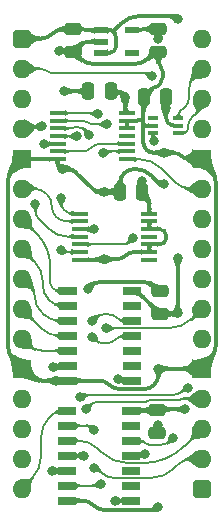
<source format=gtl>
%TF.GenerationSoftware,KiCad,Pcbnew,9.0.2*%
%TF.CreationDate,2025-06-16T19:37:52+02:00*%
%TF.ProjectId,Coprocessor Support,436f7072-6f63-4657-9373-6f7220537570,V0*%
%TF.SameCoordinates,Original*%
%TF.FileFunction,Copper,L1,Top*%
%TF.FilePolarity,Positive*%
%FSLAX46Y46*%
G04 Gerber Fmt 4.6, Leading zero omitted, Abs format (unit mm)*
G04 Created by KiCad (PCBNEW 9.0.2) date 2025-06-16 19:37:52*
%MOMM*%
%LPD*%
G01*
G04 APERTURE LIST*
G04 Aperture macros list*
%AMRoundRect*
0 Rectangle with rounded corners*
0 $1 Rounding radius*
0 $2 $3 $4 $5 $6 $7 $8 $9 X,Y pos of 4 corners*
0 Add a 4 corners polygon primitive as box body*
4,1,4,$2,$3,$4,$5,$6,$7,$8,$9,$2,$3,0*
0 Add four circle primitives for the rounded corners*
1,1,$1+$1,$2,$3*
1,1,$1+$1,$4,$5*
1,1,$1+$1,$6,$7*
1,1,$1+$1,$8,$9*
0 Add four rect primitives between the rounded corners*
20,1,$1+$1,$2,$3,$4,$5,0*
20,1,$1+$1,$4,$5,$6,$7,0*
20,1,$1+$1,$6,$7,$8,$9,0*
20,1,$1+$1,$8,$9,$2,$3,0*%
G04 Aperture macros list end*
%TA.AperFunction,SMDPad,CuDef*%
%ADD10RoundRect,0.250000X-0.475000X0.250000X-0.475000X-0.250000X0.475000X-0.250000X0.475000X0.250000X0*%
%TD*%
%TA.AperFunction,ComponentPad*%
%ADD11RoundRect,0.400000X-0.400000X-0.400000X0.400000X-0.400000X0.400000X0.400000X-0.400000X0.400000X0*%
%TD*%
%TA.AperFunction,ComponentPad*%
%ADD12O,1.600000X1.600000*%
%TD*%
%TA.AperFunction,ComponentPad*%
%ADD13R,1.600000X1.600000*%
%TD*%
%TA.AperFunction,SMDPad,CuDef*%
%ADD14R,1.475000X0.450000*%
%TD*%
%TA.AperFunction,SMDPad,CuDef*%
%ADD15R,1.550000X0.650000*%
%TD*%
%TA.AperFunction,SMDPad,CuDef*%
%ADD16RoundRect,0.250000X0.475000X-0.250000X0.475000X0.250000X-0.475000X0.250000X-0.475000X-0.250000X0*%
%TD*%
%TA.AperFunction,SMDPad,CuDef*%
%ADD17RoundRect,0.250000X0.250000X0.475000X-0.250000X0.475000X-0.250000X-0.475000X0.250000X-0.475000X0*%
%TD*%
%TA.AperFunction,SMDPad,CuDef*%
%ADD18R,0.875000X0.450000*%
%TD*%
%TA.AperFunction,SMDPad,CuDef*%
%ADD19R,1.150000X0.600000*%
%TD*%
%TA.AperFunction,ViaPad*%
%ADD20C,0.800000*%
%TD*%
%TA.AperFunction,Conductor*%
%ADD21C,0.380000*%
%TD*%
%TA.AperFunction,Conductor*%
%ADD22C,0.350000*%
%TD*%
%TA.AperFunction,Conductor*%
%ADD23C,0.200000*%
%TD*%
G04 APERTURE END LIST*
D10*
%TO.P,C42,1*%
%TO.N,/3.3V*%
X11557000Y807000D03*
%TO.P,C42,2*%
%TO.N,GND*%
X11557000Y-1093000D03*
%TD*%
%TO.P,C41,1*%
%TO.N,5V*%
X4318000Y807000D03*
%TO.P,C41,2*%
%TO.N,GND*%
X4318000Y-1093000D03*
%TD*%
D11*
%TO.P,J7,1,Pin_1*%
%TO.N,5V*%
X0Y0D03*
D12*
%TO.P,J7,2,Pin_2*%
%TO.N,CA19*%
X0Y-2540000D03*
%TO.P,J7,3,Pin_3*%
%TO.N,CA18*%
X0Y-5080000D03*
%TO.P,J7,4,Pin_4*%
%TO.N,CA17*%
X0Y-7620000D03*
D13*
%TO.P,J7,5,Pin_5*%
%TO.N,GND*%
X0Y-10160000D03*
D12*
%TO.P,J7,6,Pin_6*%
%TO.N,CA16*%
X0Y-12700000D03*
%TO.P,J7,7,Pin_7*%
%TO.N,CA15*%
X0Y-15240000D03*
%TO.P,J7,8,Pin_8*%
%TO.N,CA14*%
X0Y-17780000D03*
%TO.P,J7,9,Pin_9*%
%TO.N,CA13*%
X0Y-20320000D03*
%TO.P,J7,10,Pin_10*%
%TO.N,CA12*%
X0Y-22860000D03*
%TO.P,J7,11,Pin_11*%
%TO.N,CA11*%
X0Y-25400000D03*
D13*
%TO.P,J7,12,Pin_12*%
%TO.N,GND*%
X0Y-27940000D03*
D12*
%TO.P,J7,13,Pin_13*%
%TO.N,CA10*%
X0Y-30480000D03*
%TO.P,J7,14,Pin_14*%
%TO.N,CA9*%
X0Y-33020000D03*
%TO.P,J7,15,Pin_15*%
%TO.N,CA8*%
X0Y-35560000D03*
%TO.P,J7,16,Pin_16*%
%TO.N,CA7*%
X0Y-38100000D03*
D11*
%TO.P,J7,17,Pin_17*%
%TO.N,5V*%
X15240000Y-38100000D03*
D12*
%TO.P,J7,18,Pin_18*%
%TO.N,CA6*%
X15240000Y-35560000D03*
%TO.P,J7,19,Pin_19*%
%TO.N,CA5*%
X15240000Y-33020000D03*
%TO.P,J7,20,Pin_20*%
%TO.N,CA4*%
X15240000Y-30480000D03*
D13*
%TO.P,J7,21,Pin_21*%
%TO.N,GND*%
X15240000Y-27940000D03*
D12*
%TO.P,J7,22,Pin_22*%
%TO.N,CA3*%
X15240000Y-25400000D03*
%TO.P,J7,23,Pin_23*%
%TO.N,CA2*%
X15240000Y-22860000D03*
%TO.P,J7,24,Pin_24*%
%TO.N,CA1*%
X15240000Y-20320000D03*
%TO.P,J7,25,Pin_25*%
%TO.N,CA0*%
X15240000Y-17780000D03*
%TO.P,J7,26,Pin_26*%
%TO.N,unconnected-(J7-Pin_26-Pad26)*%
X15240000Y-15240000D03*
%TO.P,J7,27,Pin_27*%
%TO.N,~{CATOP}*%
X15240000Y-12700000D03*
D13*
%TO.P,J7,28,Pin_28*%
%TO.N,GND*%
X15240000Y-10160000D03*
D12*
%TO.P,J7,29,Pin_29*%
%TO.N,unconnected-(J7-Pin_29-Pad29)*%
X15240000Y-7620000D03*
%TO.P,J7,30,Pin_30*%
%TO.N,CAMemory1*%
X15240000Y-5080000D03*
%TO.P,J7,31,Pin_31*%
%TO.N,CAMemory0*%
X15240000Y-2540000D03*
%TO.P,J7,32,Pin_32*%
%TO.N,unconnected-(J7-Pin_32-Pad32)*%
X15240000Y0D03*
%TD*%
D14*
%TO.P,IC1,1,1A*%
%TO.N,/~{CAAA}*%
X3031000Y-6305000D03*
%TO.P,IC1,2,1B*%
%TO.N,/~{CAAB}*%
X3031000Y-6955000D03*
%TO.P,IC1,3,1Y*%
%TO.N,/~{AB}*%
X3031000Y-7605000D03*
%TO.P,IC1,4,2A*%
%TO.N,/~{CAAC}*%
X3031000Y-8255000D03*
%TO.P,IC1,5,2B*%
%TO.N,/~{CAAD}*%
X3031000Y-8905000D03*
%TO.P,IC1,6,2Y*%
%TO.N,/~{CD}*%
X3031000Y-9555000D03*
%TO.P,IC1,7,GND*%
%TO.N,GND*%
X3031000Y-10205000D03*
%TO.P,IC1,8,3Y*%
%TO.N,~{CATOP}*%
X8907000Y-10205000D03*
%TO.P,IC1,9,3A*%
%TO.N,/~{AB}*%
X8907000Y-9555000D03*
%TO.P,IC1,10,3B*%
%TO.N,/~{CD}*%
X8907000Y-8905000D03*
%TO.P,IC1,11,4Y*%
%TO.N,unconnected-(IC1-4Y-Pad11)*%
X8907000Y-8255000D03*
%TO.P,IC1,12,4A*%
%TO.N,GND*%
X8907000Y-7605000D03*
%TO.P,IC1,13,4B*%
X8907000Y-6955000D03*
%TO.P,IC1,14,3V*%
%TO.N,/3.3V*%
X8907000Y-6305000D03*
%TD*%
D10*
%TO.P,C1,2*%
%TO.N,GND*%
X11430000Y-33351000D03*
%TO.P,C1,1*%
%TO.N,5V*%
X11430000Y-31451000D03*
%TD*%
D15*
%TO.P,IC6,14,5V*%
%TO.N,5V*%
X9329000Y-21336000D03*
%TO.P,IC6,13,N.C.*%
%TO.N,unconnected-(IC6-N.C.-Pad13)*%
X9329000Y-22606000D03*
%TO.P,IC6,12,H*%
%TO.N,CA9*%
X9329000Y-23876000D03*
%TO.P,IC6,11,G*%
%TO.N,CA8*%
X9329000Y-25146000D03*
%TO.P,IC6,10,N.C.*%
%TO.N,unconnected-(IC6-N.C.-Pad10)*%
X9329000Y-26416000D03*
%TO.P,IC6,9,N.C.*%
%TO.N,unconnected-(IC6-N.C.-Pad9)*%
X9329000Y-27686000D03*
%TO.P,IC6,8,Y*%
%TO.N,/~{CAAB}*%
X9329000Y-28956000D03*
%TO.P,IC6,7,GND*%
%TO.N,GND*%
X3879000Y-28956000D03*
%TO.P,IC6,6,F*%
%TO.N,CA10*%
X3879000Y-27686000D03*
%TO.P,IC6,5,E*%
%TO.N,CA11*%
X3879000Y-26416000D03*
%TO.P,IC6,4,D*%
%TO.N,CA12*%
X3879000Y-25146000D03*
%TO.P,IC6,3,C*%
%TO.N,CA13*%
X3879000Y-23876000D03*
%TO.P,IC6,2,B*%
%TO.N,CA14*%
X3879000Y-22606000D03*
%TO.P,IC6,1,A*%
%TO.N,CA15*%
X3879000Y-21336000D03*
%TD*%
D16*
%TO.P,C14,2*%
%TO.N,GND*%
X11684000Y-21386000D03*
%TO.P,C14,1*%
%TO.N,5V*%
X11684000Y-23286000D03*
%TD*%
D17*
%TO.P,C15,1*%
%TO.N,/3.3V*%
X10205000Y-12954000D03*
%TO.P,C15,2*%
%TO.N,GND*%
X8305000Y-12954000D03*
%TD*%
%TO.P,C13,1*%
%TO.N,/3.3V*%
X7538000Y-4445000D03*
%TO.P,C13,2*%
%TO.N,GND*%
X5638000Y-4445000D03*
%TD*%
%TO.P,C12,1*%
%TO.N,/3.3V*%
X12237000Y-4953000D03*
%TO.P,C12,2*%
%TO.N,GND*%
X10337000Y-4953000D03*
%TD*%
D14*
%TO.P,IC7,1,1A*%
%TO.N,CA17*%
X4936000Y-14814000D03*
%TO.P,IC7,2,1B*%
%TO.N,CA16*%
X4936000Y-15464000D03*
%TO.P,IC7,3,1Y*%
%TO.N,/~{CAAC}*%
X4936000Y-16114000D03*
%TO.P,IC7,4,2A*%
%TO.N,CA18*%
X4936000Y-16764000D03*
%TO.P,IC7,5,2B*%
%TO.N,CA19*%
X4936000Y-17414000D03*
%TO.P,IC7,6,2Y*%
%TO.N,/~{CAAD}*%
X4936000Y-18064000D03*
%TO.P,IC7,7,GND*%
%TO.N,GND*%
X4936000Y-18714000D03*
%TO.P,IC7,8,3Y*%
%TO.N,unconnected-(IC7-3Y-Pad8)*%
X10812000Y-18714000D03*
%TO.P,IC7,9,3A*%
%TO.N,GND*%
X10812000Y-18064000D03*
%TO.P,IC7,10,3B*%
X10812000Y-17414000D03*
%TO.P,IC7,11,4Y*%
%TO.N,unconnected-(IC7-4Y-Pad11)*%
X10812000Y-16764000D03*
%TO.P,IC7,12,4A*%
%TO.N,GND*%
X10812000Y-16114000D03*
%TO.P,IC7,13,4B*%
X10812000Y-15464000D03*
%TO.P,IC7,14,3V*%
%TO.N,/3.3V*%
X10812000Y-14814000D03*
%TD*%
D15*
%TO.P,IC5,1,A*%
%TO.N,CA7*%
X3821000Y-31496000D03*
%TO.P,IC5,2,B*%
%TO.N,CA6*%
X3821000Y-32766000D03*
%TO.P,IC5,3,C*%
%TO.N,CA5*%
X3821000Y-34036000D03*
%TO.P,IC5,4,D*%
%TO.N,CA4*%
X3821000Y-35306000D03*
%TO.P,IC5,5,E*%
%TO.N,CA3*%
X3821000Y-36576000D03*
%TO.P,IC5,6,F*%
%TO.N,CA2*%
X3821000Y-37846000D03*
%TO.P,IC5,7,GND*%
%TO.N,GND*%
X3821000Y-39116000D03*
%TO.P,IC5,8,Y*%
%TO.N,/~{CAAA}*%
X9271000Y-39116000D03*
%TO.P,IC5,9,N.C.*%
%TO.N,unconnected-(IC5-N.C.-Pad9)*%
X9271000Y-37846000D03*
%TO.P,IC5,10,N.C.*%
%TO.N,unconnected-(IC5-N.C.-Pad10)*%
X9271000Y-36576000D03*
%TO.P,IC5,11,G*%
%TO.N,CA0*%
X9271000Y-35306000D03*
%TO.P,IC5,12,H*%
%TO.N,CA1*%
X9271000Y-34036000D03*
%TO.P,IC5,13,N.C.*%
%TO.N,unconnected-(IC5-N.C.-Pad13)*%
X9271000Y-32766000D03*
%TO.P,IC5,14,5V*%
%TO.N,5V*%
X9271000Y-31496000D03*
%TD*%
D18*
%TO.P,IC4,1,n.c.*%
%TO.N,unconnected-(IC4-n.c.-Pad1)*%
X11130000Y-6716000D03*
%TO.P,IC4,2,GND*%
%TO.N,GND*%
X11130000Y-7366000D03*
%TO.P,IC4,3,X1*%
%TO.N,CA19*%
X11130000Y-8016000D03*
%TO.P,IC4,4,~{Y}*%
%TO.N,CAMemory1*%
X13254000Y-8016000D03*
%TO.P,IC4,5,3V*%
%TO.N,/3.3V*%
X13254000Y-7366000D03*
%TO.P,IC4,6,Y*%
%TO.N,CAMemory0*%
X13254000Y-6716000D03*
%TD*%
D19*
%TO.P,IC36,1,6VIn*%
%TO.N,5V*%
X6701000Y696000D03*
%TO.P,IC36,2,GND*%
%TO.N,GND*%
X6701000Y-254000D03*
%TO.P,IC36,3,EN*%
%TO.N,5V*%
X6701000Y-1204000D03*
%TO.P,IC36,4,ADJ*%
%TO.N,unconnected-(IC36-ADJ-Pad4)*%
X9301000Y-1204000D03*
%TO.P,IC36,5,3.3VOut*%
%TO.N,/3.3V*%
X9301000Y696000D03*
%TD*%
D20*
%TO.N,GND*%
X12065000Y-12319000D03*
X12065000Y-9652000D03*
%TO.N,/3.3V*%
X10160000Y-12065000D03*
%TO.N,CA19*%
X9429347Y-16891000D03*
%TO.N,/3.3V*%
X12192000Y-5842000D03*
X8780000Y-4970000D03*
X11557000Y7000D03*
%TO.N,GND*%
X3175000Y-1016000D03*
%TO.N,5V*%
X13208000Y1651000D03*
X13208000Y-18542000D03*
%TO.N,GND*%
X6985000Y-18669000D03*
X6985000Y-12954000D03*
%TO.N,CA17*%
X1693498Y-7439096D03*
X3302000Y-13462000D03*
%TO.N,CA18*%
X1143000Y-13970000D03*
%TO.N,CA19*%
X11176000Y-8636000D03*
X11049000Y-3175000D03*
%TO.N,GND*%
X2921000Y-28956000D03*
X5588000Y-21209000D03*
%TO.N,5V*%
X13208000Y-23241000D03*
%TO.N,GND*%
X3429000Y-11049000D03*
X3556000Y-4445000D03*
%TO.N,/~{CAAD}*%
X3302000Y-17907000D03*
X1851000Y-8899304D03*
%TO.N,/~{CAAC}*%
X6142942Y-16089416D03*
X4699000Y-8255000D03*
%TO.N,/~{AB}*%
X5715000Y-8128000D03*
X6858000Y-9652000D03*
%TO.N,/~{CAAB}*%
X7239000Y-7239000D03*
X8128000Y-28829000D03*
%TO.N,5V*%
X13843000Y-31369000D03*
%TO.N,GND*%
X11557000Y-27940000D03*
%TO.N,CA0*%
X10414000Y-35179000D03*
%TO.N,GND*%
X11515831Y-39665169D03*
X11515831Y-32724831D03*
%TO.N,CA1*%
X12827000Y-33782000D03*
%TO.N,/~{CAAA}*%
X7874000Y-39116000D03*
X6477000Y-6350000D03*
%TO.N,CA2*%
X7124000Y-24511000D03*
X6731000Y-37719000D03*
%TO.N,CA3*%
X14048000Y-29543086D03*
X4953000Y-30353000D03*
X2540000Y-36576000D03*
%TO.N,CA4*%
X5461000Y-31369000D03*
X5231000Y-35306000D03*
%TO.N,CA6*%
X6108000Y-36322000D03*
X6108000Y-33141491D03*
%TO.N,CA8*%
X5981368Y-25249493D03*
%TO.N,CA9*%
X5969000Y-23876000D03*
%TO.N,CA10*%
X2667000Y-27813000D03*
%TD*%
D21*
%TO.N,/3.3V*%
X10182500Y-12087500D02*
G75*
G02*
X10204992Y-12141819I-54300J-54300D01*
G01*
X12192000Y-6692546D02*
G75*
G03*
X12389264Y-7168736I673500J46D01*
G01*
X10283488Y807000D02*
G75*
G03*
X10149503Y751497I12J-189500D01*
G01*
X10508500Y-13257500D02*
G75*
G02*
X10811994Y-13990213I-732700J-732700D01*
G01*
X12389250Y-7168750D02*
G75*
G03*
X12865453Y-7366019I476250J476250D01*
G01*
X8508497Y-4698497D02*
G75*
G03*
X7896500Y-4445001I-611997J-612003D01*
G01*
X10149500Y751500D02*
G75*
G02*
X10015511Y695995I-134000J134000D01*
G01*
X8780000Y-6088197D02*
G75*
G03*
X8843499Y-6241501I216800J-3D01*
G01*
X12237000Y-5765180D02*
G75*
G02*
X12214506Y-5819506I-76800J-20D01*
G01*
%TO.N,5V*%
X13185500Y-23263500D02*
G75*
G02*
X13131180Y-23285992I-54300J54300D01*
G01*
X5344500Y751500D02*
G75*
G03*
X5210511Y807005I-134000J-134000D01*
G01*
X7828500Y-1031500D02*
G75*
G02*
X7412048Y-1204020I-416500J416500D01*
G01*
X7659875Y646625D02*
G75*
G03*
X7540673Y695974I-119175J-119225D01*
G01*
X2562500Y403499D02*
G75*
G02*
X1588364Y1I-974130J974131D01*
G01*
X7855125Y451375D02*
G75*
G02*
X8000986Y99201I-352225J-352175D01*
G01*
X8001000Y-615048D02*
G75*
G02*
X7828498Y-1031498I-588960J8D01*
G01*
X13081000Y1778000D02*
G75*
G03*
X12774394Y1904998I-306600J-306600D01*
G01*
X7758625Y646625D02*
G75*
G03*
X7758675Y547925I49375J-49325D01*
G01*
X7659875Y646625D02*
G75*
G03*
X7758625Y646625I49375J49374D01*
G01*
X5344500Y751500D02*
G75*
G03*
X5478488Y695995I134000J134000D01*
G01*
X3536635Y807000D02*
G75*
G03*
X2562503Y403496I5J-1377630D01*
G01*
X9941718Y1905000D02*
G75*
G03*
X8363109Y1251141I-18J-2232500D01*
G01*
X7758625Y547875D02*
X7659875Y646625D01*
%TO.N,GND*%
X11394915Y-39786084D02*
G75*
G02*
X11102999Y-39907008I-291915J291884D01*
G01*
X11557000Y-28449711D02*
G75*
G02*
X11198997Y-29313997I-1222300J11D01*
G01*
X11557000Y-1889592D02*
G75*
G03*
X11747498Y-2349502I650400J-8D01*
G01*
X10770000Y-1626000D02*
G75*
G02*
X9483224Y-2159010I-1286800J1286800D01*
G01*
X3031000Y-10428000D02*
G75*
G03*
X3188678Y-10808690I538400J0D01*
G01*
X739500Y-10160000D02*
G75*
G03*
X-522905Y-10682905I-3J-1785303D01*
G01*
X11747500Y-2349500D02*
G75*
G02*
X11937997Y-2809407I-459900J-459900D01*
G01*
X10548250Y-9405250D02*
G75*
G03*
X11143957Y-9652018I595750J595750D01*
G01*
X3213500Y-1054500D02*
G75*
G03*
X3306447Y-1092980I92900J92900D01*
G01*
X12049250Y-16256750D02*
G75*
G02*
X12192009Y-16601378I-344650J-344650D01*
G01*
X13462000Y-9906000D02*
G75*
G03*
X14075210Y-10159996I613200J613200D01*
G01*
D22*
X-1202000Y-25888057D02*
G75*
G03*
X-600999Y-27339000I2051960J7D01*
G01*
D21*
X12192000Y-16965884D02*
G75*
G02*
X12060755Y-17282755I-448100J-16D01*
G01*
X8305000Y-12357500D02*
G75*
G02*
X7708500Y-12954000I-596500J0D01*
G01*
X508000Y-28448000D02*
G75*
G03*
X1734420Y-28956000I1226420J1226420D01*
G01*
X11301000Y-21003000D02*
G75*
G03*
X10376356Y-20620018I-924600J-924600D01*
G01*
X10308750Y-7373250D02*
G75*
G03*
X10301451Y-7390753I17450J-17550D01*
G01*
X11551256Y-4000304D02*
G75*
G02*
X11328000Y-4092795I-223256J223204D01*
G01*
X5953592Y-12684592D02*
G75*
G03*
X6604000Y-12954005I650408J650392D01*
G01*
X10907914Y-11542914D02*
G75*
G03*
X9715500Y-11048992I-1192414J-1192386D01*
G01*
X1501500Y-10182500D02*
G75*
G03*
X1555819Y-10204992I54300J54300D01*
G01*
X10301500Y-8809542D02*
G75*
G03*
X10548251Y-9405249I842460J2D01*
G01*
D22*
X15841000Y-27339000D02*
G75*
G02*
X14390057Y-27939982I-1450900J1450900D01*
G01*
D21*
X11328000Y-4092781D02*
G75*
G03*
X11104745Y-4185260I0J-315719D01*
G01*
X4632308Y-11363308D02*
G75*
G03*
X3873500Y-11048995I-758808J-758792D01*
G01*
X11199000Y-29314000D02*
G75*
G02*
X10334711Y-29672005I-864300J864300D01*
G01*
X1501500Y-10182500D02*
G75*
G03*
X1447180Y-10160008I-54300J-54300D01*
G01*
X9541799Y-18064000D02*
G75*
G03*
X8811500Y-18366500I1J-1032800D01*
G01*
X7425060Y-29314000D02*
G75*
G03*
X8289348Y-29672001I864290J864290D01*
G01*
X9520460Y-11049000D02*
G75*
G03*
X8661012Y-11405012I40J-1215500D01*
G01*
D22*
X15778815Y-10698815D02*
G75*
G03*
X14478000Y-10159991I-1300815J-1300785D01*
G01*
D21*
X7425060Y-29314000D02*
G75*
G03*
X6560771Y-28956024I-864260J-864300D01*
G01*
D22*
X15840999Y-10760999D02*
G75*
G02*
X16441982Y-12211940I-1450899J-1450901D01*
G01*
D21*
X12060750Y-17282750D02*
G75*
G02*
X11743884Y-17413994I-316850J316850D01*
G01*
X11472915Y-32767746D02*
G75*
G03*
X11429960Y-32871353I103585J-103654D01*
G01*
X8661000Y-11405000D02*
G75*
G03*
X8304983Y-12264460I859500J-859500D01*
G01*
X13462000Y-9906000D02*
G75*
G03*
X12848789Y-9652004I-613200J-613200D01*
G01*
X12049250Y-16256750D02*
G75*
G03*
X11704621Y-16113991I-344650J-344650D01*
G01*
X6081500Y-39511500D02*
G75*
G03*
X7036321Y-39906991I954800J954800D01*
G01*
X5750262Y-254000D02*
G75*
G03*
X4737499Y-673499I-2J-1432260D01*
G01*
X11938000Y-3274702D02*
G75*
G02*
X11698394Y-3853175I-818100J2D01*
G01*
D22*
X-600999Y-10761000D02*
G75*
G03*
X-1202002Y-12211942I1450949J-1450950D01*
G01*
D21*
X6593485Y-20620000D02*
G75*
G03*
X5882504Y-20914504I15J-1005500D01*
G01*
X6081500Y-39511500D02*
G75*
G03*
X5126678Y-39116009I-954800J-954800D01*
G01*
X6962500Y-18691500D02*
G75*
G02*
X6908180Y-18713992I-54300J54300D01*
G01*
X9857500Y-6906500D02*
G75*
G02*
X9740410Y-6955004I-117100J117100D01*
G01*
X9974589Y-6858000D02*
G75*
G03*
X9857503Y-6906503I11J-165600D01*
G01*
D22*
X16441999Y-25888057D02*
G75*
G02*
X15840997Y-27338997I-2051949J7D01*
G01*
D21*
X10301500Y-7341246D02*
G75*
G03*
X10308764Y-7358736I24800J46D01*
G01*
X4851000Y-1626000D02*
G75*
G03*
X6137775Y-2159010I1286800J1286800D01*
G01*
X10308750Y-7373250D02*
G75*
G03*
X10308750Y-7358750I-7250J7250D01*
G01*
X10326253Y-7366000D02*
G75*
G03*
X10308785Y-7373284I47J-24700D01*
G01*
X10308750Y-7358750D02*
G75*
G03*
X10326253Y-7366019I17550J17550D01*
G01*
X8811500Y-18366500D02*
G75*
G02*
X8081200Y-18669000I-730300J730300D01*
G01*
X11549296Y-12184296D02*
G75*
G03*
X11874500Y-12319002I325204J325196D01*
G01*
X10103750Y-6858000D02*
G75*
G03*
X10301500Y-6660250I-50J197800D01*
G01*
X10301500Y-7055750D02*
G75*
G03*
X10103750Y-6858000I-197700J50D01*
G01*
X10301500Y-6660250D02*
X10301500Y-7055750D01*
D23*
%TO.N,/~{AB}*%
X7023589Y-9555000D02*
G75*
G03*
X6906503Y-9603503I11J-165600D01*
G01*
X4459049Y-7505000D02*
G75*
G03*
X4338316Y-7554977I-49J-170700D01*
G01*
X5340781Y-7753781D02*
G75*
G03*
X4740169Y-7505023I-600581J-600619D01*
G01*
X4338339Y-7555000D02*
G75*
G02*
X4217628Y-7605023I-120739J120700D01*
G01*
%TO.N,/~{CD}*%
X6667619Y-8905000D02*
G75*
G03*
X5882994Y-9229994I-19J-1109600D01*
G01*
X5883000Y-9230000D02*
G75*
G02*
X5098380Y-9554992I-784600J784600D01*
G01*
%TO.N,/~{CAAD}*%
X3380500Y-17985500D02*
G75*
G03*
X3570015Y-18063993I189500J189500D01*
G01*
X1853848Y-8902152D02*
G75*
G03*
X1860723Y-8904990I6852J6852D01*
G01*
%TO.N,~{CATOP}*%
X11755771Y-10949110D02*
G75*
G03*
X9959330Y-10204999I-1796441J-1796440D01*
G01*
X12893833Y-12087172D02*
G75*
G03*
X14373330Y-12699986I1479467J1479472D01*
G01*
%TO.N,/~{CAAC}*%
X6130650Y-16101708D02*
G75*
G02*
X6100974Y-16113972I-29650J29708D01*
G01*
%TO.N,CA18*%
X2208589Y-16051589D02*
G75*
G03*
X3928500Y-16763997I1719911J1719919D01*
G01*
X1143000Y-14478000D02*
G75*
G03*
X1502214Y-15345206I1226400J0D01*
G01*
%TO.N,CA9*%
X8009500Y-23613500D02*
G75*
G03*
X7375768Y-23351013I-633700J-633700D01*
G01*
X8009500Y-23613500D02*
G75*
G03*
X8643231Y-23875987I633700J633700D01*
G01*
X6865231Y-23351000D02*
G75*
G03*
X6231491Y-23613491I-31J-896200D01*
G01*
%TO.N,CA16*%
X2540000Y-14214397D02*
G75*
G03*
X2905999Y-15098001I1249600J-3D01*
G01*
X2135888Y-13184888D02*
G75*
G02*
X2539998Y-14160500I-975618J-975612D01*
G01*
X2906000Y-15098000D02*
G75*
G03*
X3789602Y-15463999I883600J883600D01*
G01*
X2095500Y-13144500D02*
G75*
G03*
X1022382Y-12700003I-1073110J-1073110D01*
G01*
%TO.N,CA17*%
X3597000Y-14519000D02*
G75*
G03*
X4309193Y-14814003I712200J712200D01*
G01*
X3302000Y-13843000D02*
G75*
G03*
X3571410Y-14493404I919800J0D01*
G01*
%TO.N,CA11*%
X508000Y-25908000D02*
G75*
G03*
X1734420Y-26416000I1226420J1226420D01*
G01*
%TO.N,CA13*%
X738888Y-21058888D02*
G75*
G02*
X1143000Y-22034500I-975616J-975614D01*
G01*
X1894690Y-23357690D02*
G75*
G03*
X3146000Y-23875997I1251310J1251320D01*
G01*
X1143000Y-22034500D02*
G75*
G03*
X1547112Y-23010110I1379720J0D01*
G01*
%TO.N,CA15*%
X1245566Y-16485566D02*
G75*
G02*
X2413000Y-19304000I-2818439J-2818437D01*
G01*
X2603500Y-21145500D02*
G75*
G03*
X3063407Y-21335997I459900J459900D01*
G01*
X2413000Y-20685592D02*
G75*
G03*
X2603498Y-21145502I650400J-8D01*
G01*
%TO.N,CA14*%
X1059579Y-18839579D02*
G75*
G02*
X1778000Y-20574000I-1734425J-1734423D01*
G01*
X1778000Y-20871579D02*
G75*
G03*
X2286002Y-22097998I1734410J-1D01*
G01*
X2410394Y-22222394D02*
G75*
G03*
X3336500Y-22606003I926106J926094D01*
G01*
%TO.N,CA12*%
X1722789Y-24582789D02*
G75*
G03*
X3082500Y-25146000I1359711J1359709D01*
G01*
%TO.N,/~{CAAB}*%
X8191500Y-28892500D02*
G75*
G03*
X8344802Y-28955999I153300J153300D01*
G01*
X5573000Y-7097000D02*
G75*
G03*
X5230181Y-6955008I-342800J-342800D01*
G01*
X5573000Y-7097000D02*
G75*
G03*
X5915818Y-7238992I342800J342800D01*
G01*
%TO.N,CA6*%
X14478000Y-35560000D02*
G75*
G03*
X13177191Y-36098822I0J-1839600D01*
G01*
X6771000Y-36762000D02*
G75*
G03*
X7833253Y-37202002I1062260J1062260D01*
G01*
X5920254Y-32953745D02*
G75*
G03*
X5466996Y-32766001I-453254J-453255D01*
G01*
X6409842Y-36400842D02*
G75*
G03*
X6219500Y-36322004I-190342J-190358D01*
G01*
X12895000Y-36381000D02*
G75*
G02*
X10912930Y-37202000I-1982070J1982070D01*
G01*
%TO.N,CA4*%
X10721840Y-30648000D02*
G75*
G02*
X10514217Y-30734019I-207640J207600D01*
G01*
X13478685Y-30521000D02*
G75*
G02*
X13379703Y-30561997I-98985J99000D01*
G01*
X13577667Y-30480000D02*
G75*
G03*
X13478698Y-30521013I33J-140000D01*
G01*
X10929462Y-30562000D02*
G75*
G03*
X10721863Y-30648023I38J-293600D01*
G01*
X6545012Y-30734000D02*
G75*
G03*
X5778496Y-31051496I-12J-1084000D01*
G01*
%TO.N,CA5*%
X6713567Y-34988500D02*
G75*
G03*
X9013105Y-35941003I2299543J2299540D01*
G01*
X13779500Y-34480500D02*
G75*
G02*
X10253541Y-35941000I-3525960J3525960D01*
G01*
X6446984Y-34721917D02*
G75*
G03*
X4791033Y-34035998I-1655954J-1655953D01*
G01*
%TO.N,CA8*%
X6247121Y-25515246D02*
G75*
G03*
X6888707Y-25781006I641579J641546D01*
G01*
X8704012Y-25146000D02*
G75*
G03*
X7937496Y-25463496I-12J-1084000D01*
G01*
X7937500Y-25463500D02*
G75*
G02*
X7170987Y-25780995I-766500J766500D01*
G01*
%TO.N,CA7*%
X1651000Y-35281566D02*
G75*
G02*
X825500Y-37274500I-2818441J3D01*
G01*
X2285999Y-32130999D02*
G75*
G03*
X1651001Y-33664025I1533021J-1533021D01*
G01*
X3371000Y-31496000D02*
G75*
G03*
X2602801Y-31814198I0J-1086400D01*
G01*
%TO.N,/~{CAAA}*%
X6454500Y-6327500D02*
G75*
G03*
X6400180Y-6305008I-54300J-54300D01*
G01*
%TO.N,CA0*%
X10350500Y-35242500D02*
G75*
G02*
X10197197Y-35305999I-153300J153300D01*
G01*
%TO.N,CA1*%
X10372000Y-34205000D02*
G75*
G03*
X9963997Y-34036001I-408000J-408000D01*
G01*
X10372000Y-34205000D02*
G75*
G03*
X10780002Y-34373999I408000J408000D01*
G01*
X12531000Y-34078000D02*
G75*
G02*
X11816392Y-34373997I-714600J714600D01*
G01*
%TO.N,CA3*%
X5279057Y-30162000D02*
G75*
G03*
X5048533Y-30257533I43J-326000D01*
G01*
X13969457Y-29543086D02*
G75*
G03*
X13835398Y-29598647I43J-189614D01*
G01*
X13581457Y-29852543D02*
G75*
G02*
X12834361Y-30161959I-747057J747143D01*
G01*
%TO.N,CA2*%
X6667500Y-37782500D02*
G75*
G02*
X6514197Y-37845999I-153300J153300D01*
G01*
X14414500Y-23685500D02*
G75*
G02*
X12421566Y-24511003I-1992940J1992940D01*
G01*
%TO.N,CAMemory1*%
X14097000Y-7556788D02*
G75*
G02*
X13962503Y-7881503I-459200J-12D01*
G01*
X14366407Y-6715592D02*
G75*
G03*
X14096995Y-7366000I650393J-650408D01*
G01*
X15240000Y-5461000D02*
G75*
G02*
X14970589Y-6111404I-919800J0D01*
G01*
X13962500Y-7881500D02*
G75*
G02*
X13637788Y-8015995I-324700J324700D01*
G01*
%TO.N,CAMemory0*%
X13595080Y-5979000D02*
G75*
G03*
X13567644Y-5990385I20J-38800D01*
G01*
X13622530Y-5967629D02*
G75*
G02*
X13595080Y-5978991I-27430J27429D01*
G01*
X14689500Y-3090500D02*
G75*
G03*
X14139010Y-4419524I1329000J-1329000D01*
G01*
X13399663Y-6158336D02*
G75*
G03*
X13253991Y-6510000I351637J-351664D01*
G01*
X14139000Y-5077920D02*
G75*
G02*
X13875074Y-5715074I-901100J20D01*
G01*
%TO.N,CA19*%
X2095500Y-2730500D02*
G75*
G03*
X1635592Y-2540003I-459900J-459900D01*
G01*
X11130000Y-8557473D02*
G75*
G03*
X11152992Y-8613008I78500J-27D01*
G01*
X9167847Y-17152500D02*
G75*
G02*
X8536530Y-17414026I-631347J631300D01*
G01*
X2095500Y-2730500D02*
G75*
G03*
X2555407Y-2920997I459900J459900D01*
G01*
X10922000Y-3048000D02*
G75*
G03*
X10615394Y-2921002I-306600J-306600D01*
G01*
D21*
%TO.N,GND*%
X11551256Y-4000304D02*
X11698390Y-3853171D01*
X11557000Y-1889592D02*
X11557000Y-1093000D01*
X11104742Y-4185257D02*
X10337000Y-4953000D01*
X11938000Y-2809407D02*
X11938000Y-3274702D01*
%TO.N,/3.3V*%
X12192000Y-6692546D02*
X12192000Y-5842000D01*
X12192000Y-5842000D02*
X12214500Y-5819500D01*
X12237000Y-5765180D02*
X12237000Y-4953000D01*
X12865453Y-7366000D02*
X13254000Y-7366000D01*
%TO.N,GND*%
X10301500Y-6660250D02*
X10301500Y-5242500D01*
D23*
%TO.N,CA8*%
X6888707Y-25781000D02*
X7170987Y-25781000D01*
X6247121Y-25515246D02*
X5981368Y-25249493D01*
%TO.N,CA2*%
X7124000Y-24511000D02*
X12421566Y-24511000D01*
X14414500Y-23685500D02*
X15240000Y-22860000D01*
%TO.N,CA9*%
X5969000Y-23876000D02*
X6231500Y-23613500D01*
X7375768Y-23351000D02*
X6865231Y-23351000D01*
X8643231Y-23876000D02*
X9329000Y-23876000D01*
D22*
%TO.N,GND*%
X16441999Y-12211940D02*
X16441999Y-25888057D01*
X-1202000Y-25888057D02*
X-1202000Y-12211942D01*
D23*
%TO.N,CA19*%
X9167847Y-17152500D02*
X9429347Y-16891000D01*
X8536530Y-17414000D02*
X4936000Y-17414000D01*
D21*
%TO.N,GND*%
X10812000Y-18064000D02*
X9541799Y-18064000D01*
X6985000Y-18669000D02*
X8081200Y-18669000D01*
X10812000Y-18064000D02*
X10812000Y-17414000D01*
X10812000Y-17414000D02*
X11743884Y-17414000D01*
X12192000Y-16601378D02*
X12192000Y-16965884D01*
X11704621Y-16114000D02*
X10812000Y-16114000D01*
X10812000Y-16114000D02*
X10812000Y-15464000D01*
D23*
%TO.N,~{CATOP}*%
X14373330Y-12700000D02*
X15240000Y-12700000D01*
X11755771Y-10949110D02*
X12893833Y-12087172D01*
X9959330Y-10205000D02*
X8907000Y-10205000D01*
D21*
%TO.N,GND*%
X12065000Y-12319000D02*
X11874500Y-12319000D01*
X10907914Y-11542914D02*
X11549296Y-12184296D01*
X8305000Y-12357500D02*
X8305000Y-12264460D01*
X9715500Y-11049000D02*
X9520460Y-11049000D01*
X12065000Y-9652000D02*
X12848789Y-9652000D01*
X6604000Y-12954000D02*
X6985000Y-12954000D01*
X3429000Y-11049000D02*
X3873500Y-11049000D01*
X5953592Y-12684592D02*
X4632308Y-11363308D01*
X3188684Y-10808684D02*
X3429000Y-11049000D01*
X3031000Y-10428000D02*
X3031000Y-10205000D01*
X14075210Y-10160000D02*
X14478000Y-10160000D01*
X11143957Y-9652000D02*
X12065000Y-9652000D01*
X10301500Y-7390753D02*
X10301500Y-8809542D01*
X10301500Y-7341246D02*
X10301500Y-7055750D01*
X10326253Y-7366000D02*
X11130000Y-7366000D01*
%TO.N,/3.3V*%
X10205000Y-12141819D02*
X10205000Y-12954000D01*
X10182500Y-12087500D02*
X10160000Y-12065000D01*
X11557000Y7000D02*
X11557000Y807000D01*
%TO.N,GND*%
X3213500Y-1054500D02*
X3175000Y-1016000D01*
X3306447Y-1093000D02*
X4318000Y-1093000D01*
%TO.N,5V*%
X7758625Y646625D02*
X8363125Y1251125D01*
X12774394Y1905000D02*
X9941718Y1905000D01*
X13081000Y1778000D02*
X13208000Y1651000D01*
%TO.N,/3.3V*%
X10015511Y696000D02*
X9301000Y696000D01*
X10283488Y807000D02*
X11557000Y807000D01*
%TO.N,GND*%
X4737500Y-673500D02*
X4318000Y-1093000D01*
X5750262Y-254000D02*
X6701000Y-254000D01*
%TO.N,5V*%
X4318000Y807000D02*
X5210511Y807000D01*
X6701000Y696000D02*
X5478488Y696000D01*
%TO.N,GND*%
X10770000Y-1626000D02*
X11303000Y-1093000D01*
X9483224Y-2159000D02*
X6137775Y-2159000D01*
X4851000Y-1626000D02*
X4318000Y-1093000D01*
%TO.N,5V*%
X13208000Y-18542000D02*
X13208000Y-23241000D01*
%TO.N,GND*%
X6908180Y-18714000D02*
X4936000Y-18714000D01*
X6985000Y-18669000D02*
X6962500Y-18691500D01*
X7708500Y-12954000D02*
X6985000Y-12954000D01*
%TO.N,/3.3V*%
X10812000Y-13990213D02*
X10812000Y-14814000D01*
D23*
%TO.N,CA19*%
X11153000Y-8613000D02*
X11176000Y-8636000D01*
X11130000Y-8557473D02*
X11130000Y-8016000D01*
%TO.N,CAMemory0*%
X14139000Y-4419524D02*
X14139000Y-5077920D01*
X13567629Y-5990370D02*
X13399663Y-6158336D01*
X13622530Y-5967629D02*
X13875080Y-5715080D01*
X13254000Y-6510000D02*
X13254000Y-6716000D01*
X14689500Y-3090500D02*
X15240000Y-2540000D01*
%TO.N,CAMemory1*%
X14366407Y-6715592D02*
X14970592Y-6111407D01*
X14097000Y-7556788D02*
X14097000Y-7366000D01*
X13637788Y-8016000D02*
X13254000Y-8016000D01*
%TO.N,CA17*%
X1693498Y-7439096D02*
X180904Y-7439096D01*
X3302000Y-13462000D02*
X3302000Y-13843000D01*
X3597000Y-14519000D02*
X3571407Y-14493407D01*
%TO.N,CA16*%
X1022382Y-12700000D02*
X0Y-12700000D01*
X2135888Y-13184888D02*
X2095500Y-13144500D01*
X2540000Y-14214397D02*
X2540000Y-14160500D01*
X3789602Y-15464000D02*
X4936000Y-15464000D01*
%TO.N,/~{CAAC}*%
X6142942Y-16089416D02*
X6130650Y-16101708D01*
X6100974Y-16114000D02*
X4936000Y-16114000D01*
%TO.N,CA18*%
X3928500Y-16764000D02*
X4936000Y-16764000D01*
X2208589Y-16051589D02*
X1502210Y-15345210D01*
X1143000Y-14478000D02*
X1143000Y-13970000D01*
%TO.N,/~{CAAD}*%
X1860723Y-8905000D02*
X3031000Y-8905000D01*
X1851000Y-8899304D02*
X1853848Y-8902152D01*
D21*
%TO.N,/3.3V*%
X7896500Y-4445000D02*
X7538000Y-4445000D01*
X8780000Y-4970000D02*
X8508497Y-4698497D01*
X8780000Y-4970000D02*
X8780000Y-6088197D01*
X8843500Y-6241500D02*
X8907000Y-6305000D01*
%TO.N,GND*%
X8907000Y-6955000D02*
X9740410Y-6955000D01*
D23*
%TO.N,/~{AB}*%
X6858000Y-9652000D02*
X6906500Y-9603500D01*
D21*
%TO.N,GND*%
X739500Y-10160000D02*
X1447180Y-10160000D01*
X1555819Y-10205000D02*
X3031000Y-10205000D01*
D23*
%TO.N,/~{AB}*%
X7023589Y-9555000D02*
X8907000Y-9555000D01*
%TO.N,/~{CAAC}*%
X4699000Y-8255000D02*
X3031000Y-8255000D01*
%TO.N,/~{AB}*%
X4217628Y-7605000D02*
X3031000Y-7605000D01*
X4459049Y-7505000D02*
X4740169Y-7505000D01*
X5715000Y-8128000D02*
X5340781Y-7753781D01*
%TO.N,/~{CAAB}*%
X5915818Y-7239000D02*
X7239000Y-7239000D01*
%TO.N,/~{CAAA}*%
X6400180Y-6305000D02*
X3031000Y-6305000D01*
X6454500Y-6327500D02*
X6477000Y-6350000D01*
%TO.N,/~{CAAB}*%
X5230181Y-6955000D02*
X3031000Y-6955000D01*
D21*
%TO.N,GND*%
X9974589Y-6858000D02*
X10103750Y-6858000D01*
D23*
%TO.N,CA19*%
X1635592Y-2540000D02*
X0Y-2540000D01*
X2555407Y-2921000D02*
X10615394Y-2921000D01*
X11049000Y-3175000D02*
X10922000Y-3048000D01*
D21*
%TO.N,5V*%
X7412048Y-1204000D02*
X6701000Y-1204000D01*
X7855125Y451375D02*
X7758625Y547875D01*
X8001000Y99201D02*
X8001000Y-615048D01*
X6701000Y696000D02*
X7540673Y696000D01*
X4318000Y807000D02*
X3536635Y807000D01*
X1588364Y0D02*
X0Y0D01*
%TO.N,GND*%
X3879000Y-28956000D02*
X2921000Y-28956000D01*
X10376356Y-20620000D02*
X6593485Y-20620000D01*
X5588000Y-21209000D02*
X5882500Y-20914500D01*
X11301000Y-21003000D02*
X11684000Y-21386000D01*
%TO.N,5V*%
X11684000Y-23286000D02*
X9734000Y-21336000D01*
X13131180Y-23286000D02*
X11684000Y-23286000D01*
X13185500Y-23263500D02*
X13208000Y-23241000D01*
D23*
%TO.N,CA3*%
X14048000Y-29543086D02*
X13969457Y-29543086D01*
X4953000Y-30353000D02*
X5048500Y-30257500D01*
X13835375Y-29598624D02*
X13581457Y-29852543D01*
X5279057Y-30162000D02*
X12834361Y-30162000D01*
D21*
%TO.N,GND*%
X8907000Y-6955000D02*
X8907000Y-7605000D01*
X3556000Y-4445000D02*
X5638000Y-4445000D01*
D23*
%TO.N,/~{CAAD}*%
X3570015Y-18064000D02*
X4936000Y-18064000D01*
X3380500Y-17985500D02*
X3302000Y-17907000D01*
%TO.N,/~{CD}*%
X5098380Y-9555000D02*
X3031000Y-9555000D01*
X6667619Y-8905000D02*
X8907000Y-8905000D01*
%TO.N,/~{CAAB}*%
X8191500Y-28892500D02*
X8128000Y-28829000D01*
D21*
%TO.N,GND*%
X11557000Y-28449711D02*
X11557000Y-27940000D01*
X10334711Y-29672000D02*
X8289348Y-29672000D01*
X3879000Y-28956000D02*
X6560771Y-28956000D01*
D23*
%TO.N,/~{CAAB}*%
X8344802Y-28956000D02*
X9329000Y-28956000D01*
%TO.N,CA4*%
X13577667Y-30480000D02*
X15240000Y-30480000D01*
X13379703Y-30562000D02*
X10929462Y-30562000D01*
X10514217Y-30734000D02*
X6545012Y-30734000D01*
X5461000Y-31369000D02*
X5778500Y-31051500D01*
D21*
%TO.N,5V*%
X13843000Y-31369000D02*
X11475000Y-31369000D01*
%TO.N,GND*%
X11472915Y-32767746D02*
X11515831Y-32724831D01*
X11430000Y-32871353D02*
X11430000Y-33351000D01*
%TO.N,5V*%
X9271000Y-31496000D02*
X11385000Y-31496000D01*
%TO.N,GND*%
X5126678Y-39116000D02*
X3821000Y-39116000D01*
X11394915Y-39786084D02*
X11515831Y-39665169D01*
X11102999Y-39907000D02*
X7036321Y-39907000D01*
X14390057Y-27940000D02*
X11557000Y-27940000D01*
D23*
%TO.N,CA6*%
X6219500Y-36322000D02*
X6108000Y-36322000D01*
X13177184Y-36098815D02*
X12895000Y-36381000D01*
X6771000Y-36762000D02*
X6409842Y-36400842D01*
X14478000Y-35560000D02*
X15240000Y-35560000D01*
X7833253Y-37202000D02*
X10912930Y-37202000D01*
%TO.N,CA0*%
X10197197Y-35306000D02*
X9271000Y-35306000D01*
X10350500Y-35242500D02*
X10414000Y-35179000D01*
%TO.N,CA1*%
X9963997Y-34036000D02*
X9271000Y-34036000D01*
X12827000Y-33782000D02*
X12531000Y-34078000D01*
X10780002Y-34374000D02*
X11816392Y-34374000D01*
%TO.N,/~{CAAA}*%
X7874000Y-39116000D02*
X9271000Y-39116000D01*
%TO.N,CA4*%
X5231000Y-35306000D02*
X3821000Y-35306000D01*
%TO.N,CA6*%
X5466996Y-32766000D02*
X3821000Y-32766000D01*
X5920254Y-32953745D02*
X6108000Y-33141491D01*
%TO.N,CA2*%
X6667500Y-37782500D02*
X6731000Y-37719000D01*
X6514197Y-37846000D02*
X3821000Y-37846000D01*
%TO.N,CA3*%
X2540000Y-36576000D02*
X3821000Y-36576000D01*
%TO.N,CA5*%
X4791033Y-34036000D02*
X3821000Y-34036000D01*
X6713567Y-34988500D02*
X6446984Y-34721917D01*
X9013105Y-35941000D02*
X10253541Y-35941000D01*
X13779500Y-34480500D02*
X15240000Y-33020000D01*
%TO.N,CA7*%
X2285999Y-32130999D02*
X2602801Y-31814198D01*
X1651000Y-35281566D02*
X1651000Y-33664025D01*
X825500Y-37274500D02*
X0Y-38100000D01*
%TO.N,CA15*%
X2413000Y-19304000D02*
X2413000Y-20685592D01*
X1245566Y-16485566D02*
X0Y-15240000D01*
%TO.N,CA14*%
X2286000Y-22098000D02*
X2410394Y-22222394D01*
X1059579Y-18839579D02*
X0Y-17780000D01*
%TO.N,CA13*%
X3146000Y-23876000D02*
X3879000Y-23876000D01*
X1894690Y-23357690D02*
X1547111Y-23010111D01*
X738888Y-21058888D02*
X0Y-20320000D01*
%TO.N,CA15*%
X3063407Y-21336000D02*
X3879000Y-21336000D01*
%TO.N,CA12*%
X1722789Y-24582789D02*
X0Y-22860000D01*
%TO.N,CA11*%
X1734420Y-26416000D02*
X3879000Y-26416000D01*
X508000Y-25908000D02*
X0Y-25400000D01*
%TO.N,CA10*%
X2667000Y-27813000D02*
X3752000Y-27813000D01*
D21*
%TO.N,GND*%
X1734420Y-28956000D02*
X2921000Y-28956000D01*
D23*
%TO.N,CA14*%
X1778000Y-20574000D02*
X1778000Y-20871579D01*
%TO.N,CA12*%
X3082500Y-25146000D02*
X3879000Y-25146000D01*
%TD*%
%TA.AperFunction,Conductor*%
%TO.N,/3.3V*%
G36*
X10700289Y-12821261D02*
G01*
X10705775Y-12828339D01*
X10706149Y-12830468D01*
X10720635Y-13007513D01*
X10766548Y-13219069D01*
X10841062Y-13459531D01*
X10900383Y-13650963D01*
X10925350Y-13731279D01*
X10997166Y-13962311D01*
X10996349Y-13971228D01*
X10989466Y-13976957D01*
X10986205Y-13977482D01*
X10630242Y-13983935D01*
X10621908Y-13980659D01*
X10619020Y-13976196D01*
X10600945Y-13925925D01*
X10600944Y-13925922D01*
X10529422Y-13817094D01*
X10529419Y-13817091D01*
X10431036Y-13731283D01*
X10431029Y-13731279D01*
X10316984Y-13677765D01*
X10191097Y-13659192D01*
X10124045Y-13663909D01*
X10124034Y-13663911D01*
X10070591Y-13675268D01*
X10061786Y-13673636D01*
X10056715Y-13666256D01*
X10056707Y-13661427D01*
X10149293Y-13219069D01*
X10203516Y-12960002D01*
X10208564Y-12952609D01*
X10211879Y-12951116D01*
X10691406Y-12820135D01*
X10700289Y-12821261D01*
G37*
%TD.AperFunction*%
%TD*%
%TA.AperFunction,Conductor*%
%TO.N,/3.3V*%
G36*
X12707777Y-7144026D02*
G01*
X12722326Y-7147905D01*
X12722345Y-7147910D01*
X12722372Y-7147917D01*
X12833536Y-7176083D01*
X12833542Y-7176083D01*
X12833543Y-7176084D01*
X12833547Y-7176085D01*
X12878529Y-7182174D01*
X12990444Y-7197326D01*
X13130416Y-7186243D01*
X13244184Y-7146560D01*
X13253124Y-7147071D01*
X13259084Y-7153754D01*
X13259734Y-7157877D01*
X13255096Y-7358865D01*
X13251479Y-7367057D01*
X13248014Y-7369347D01*
X12829565Y-7548947D01*
X12820611Y-7549060D01*
X12814198Y-7542810D01*
X12813512Y-7540658D01*
X12811863Y-7532986D01*
X12798887Y-7516855D01*
X12798888Y-7516855D01*
X12781584Y-7509581D01*
X12753539Y-7497793D01*
X12753537Y-7497792D01*
X12753536Y-7497792D01*
X12651076Y-7492129D01*
X12624574Y-7490665D01*
X12624552Y-7490663D01*
X12543389Y-7486480D01*
X12535303Y-7482632D01*
X12532307Y-7474194D01*
X12533180Y-7470324D01*
X12668350Y-7144024D01*
X12674681Y-7137694D01*
X12682170Y-7137199D01*
X12707777Y-7144026D01*
G37*
%TD.AperFunction*%
%TD*%
%TA.AperFunction,Conductor*%
%TO.N,/3.3V*%
G36*
X8040025Y-4065188D02*
G01*
X8042203Y-4069717D01*
X8055891Y-4127707D01*
X8055892Y-4127709D01*
X8055893Y-4127711D01*
X8104514Y-4201973D01*
X8104515Y-4201974D01*
X8104516Y-4201975D01*
X8176271Y-4273330D01*
X8176278Y-4273336D01*
X8263590Y-4340429D01*
X8263593Y-4340431D01*
X8423288Y-4437396D01*
X8454529Y-4456365D01*
X8602558Y-4531705D01*
X8608377Y-4538511D01*
X8607678Y-4547439D01*
X8605681Y-4550246D01*
X8358634Y-4806923D01*
X8350428Y-4810507D01*
X8345758Y-4809631D01*
X8329616Y-4802999D01*
X8265366Y-4793323D01*
X8233242Y-4788485D01*
X8233241Y-4788485D01*
X8142674Y-4806750D01*
X8142669Y-4806752D01*
X8068530Y-4856048D01*
X8038511Y-4893039D01*
X8013628Y-4939901D01*
X7994938Y-4998096D01*
X7988371Y-5039878D01*
X7983701Y-5047518D01*
X7974996Y-5049619D01*
X7967356Y-5044949D01*
X7967300Y-5044872D01*
X7892138Y-4939901D01*
X7543801Y-4453415D01*
X7541772Y-4444695D01*
X7546097Y-4437397D01*
X8023600Y-4063195D01*
X8032225Y-4060790D01*
X8040025Y-4065188D01*
G37*
%TD.AperFunction*%
%TD*%
%TA.AperFunction,Conductor*%
%TO.N,/3.3V*%
G36*
X8247164Y-4314656D02*
G01*
X8417634Y-4379192D01*
X8417646Y-4379196D01*
X8552548Y-4421824D01*
X8576366Y-4429013D01*
X8576955Y-4429209D01*
X8753979Y-4493670D01*
X8755371Y-4494282D01*
X8863512Y-4550531D01*
X8864301Y-4550983D01*
X8992044Y-4631030D01*
X8997234Y-4638327D01*
X8995745Y-4647157D01*
X8995575Y-4647420D01*
X8782227Y-4968419D01*
X8778963Y-4971685D01*
X8458138Y-5185092D01*
X8449352Y-5186820D01*
X8441916Y-5181830D01*
X8441339Y-5180864D01*
X8373505Y-5053929D01*
X8372749Y-5052187D01*
X8333414Y-4936497D01*
X8286432Y-4812888D01*
X8259136Y-4773253D01*
X8240293Y-4754561D01*
X8221604Y-4736022D01*
X8165934Y-4697946D01*
X8165928Y-4697942D01*
X8128267Y-4679718D01*
X8100721Y-4666388D01*
X8094767Y-4659700D01*
X8095008Y-4651382D01*
X8231863Y-4320986D01*
X8238194Y-4314656D01*
X8246812Y-4314523D01*
X8247164Y-4314656D01*
G37*
%TD.AperFunction*%
%TD*%
%TA.AperFunction,Conductor*%
%TO.N,5V*%
G36*
X12892035Y2098234D02*
G01*
X13052567Y2084210D01*
X13053570Y2084078D01*
X13274275Y2045376D01*
X13281832Y2040572D01*
X13283778Y2031831D01*
X13283735Y2031598D01*
X13209453Y1653310D01*
X13207687Y1649044D01*
X12992778Y1328851D01*
X12985322Y1323891D01*
X12976543Y1325656D01*
X12975878Y1326137D01*
X12915396Y1373363D01*
X12914135Y1374507D01*
X12861603Y1429799D01*
X12860453Y1431218D01*
X12785798Y1539774D01*
X12785537Y1540171D01*
X12764672Y1573628D01*
X12703106Y1650352D01*
X12667889Y1676389D01*
X12624347Y1696393D01*
X12565681Y1710174D01*
X12502654Y1714286D01*
X12494623Y1718244D01*
X12491717Y1725961D01*
X12491717Y2083434D01*
X12495144Y2091707D01*
X12503282Y2095133D01*
X12715391Y2097580D01*
X12715480Y2097581D01*
X12890971Y2098278D01*
X12892035Y2098234D01*
G37*
%TD.AperFunction*%
%TD*%
%TA.AperFunction,Conductor*%
%TO.N,GND*%
G36*
X11300108Y-39342407D02*
G01*
X11300908Y-39343464D01*
X11515518Y-39663213D01*
X11517284Y-39667479D01*
X11591571Y-40045792D01*
X11589802Y-40054570D01*
X11582344Y-40059527D01*
X11582136Y-40059566D01*
X11417238Y-40088852D01*
X11416495Y-40088959D01*
X11287320Y-40103438D01*
X11285990Y-40103511D01*
X11062266Y-40102989D01*
X11062032Y-40102986D01*
X10804664Y-40097254D01*
X10796470Y-40093644D01*
X10793225Y-40085557D01*
X10793225Y-39727467D01*
X10796652Y-39719194D01*
X10803627Y-39715839D01*
X10910255Y-39703941D01*
X10989645Y-39667953D01*
X11045822Y-39613822D01*
X11093140Y-39546443D01*
X11093295Y-39546230D01*
X11182235Y-39427621D01*
X11184012Y-39425733D01*
X11283617Y-39341068D01*
X11292139Y-39338322D01*
X11300108Y-39342407D01*
G37*
%TD.AperFunction*%
%TD*%
%TA.AperFunction,Conductor*%
%TO.N,GND*%
G36*
X3039181Y-10211979D02*
G01*
X3039215Y-10212009D01*
X3262851Y-10414108D01*
X3266691Y-10422198D01*
X3263687Y-10430634D01*
X3257127Y-10434295D01*
X3228385Y-10439592D01*
X3228382Y-10439594D01*
X3211137Y-10463689D01*
X3211137Y-10463690D01*
X3216011Y-10495272D01*
X3216012Y-10495274D01*
X3230279Y-10527220D01*
X3230370Y-10527429D01*
X3237728Y-10544805D01*
X3237798Y-10553759D01*
X3232804Y-10559500D01*
X2928934Y-10734927D01*
X2920055Y-10736095D01*
X2912951Y-10730644D01*
X2911410Y-10725577D01*
X2906397Y-10650816D01*
X2906378Y-10650418D01*
X2905315Y-10611065D01*
X2893373Y-10501548D01*
X2868678Y-10448134D01*
X2857299Y-10439594D01*
X2850868Y-10434767D01*
X2850866Y-10434766D01*
X2847854Y-10434139D01*
X2840453Y-10429098D01*
X2838785Y-10420300D01*
X2841527Y-10414875D01*
X3022659Y-10212878D01*
X3030734Y-10209007D01*
X3039181Y-10211979D01*
G37*
%TD.AperFunction*%
%TD*%
%TA.AperFunction,Conductor*%
%TO.N,GND*%
G36*
X3219142Y-10395091D02*
G01*
X3222448Y-10401690D01*
X3235985Y-10495360D01*
X3253857Y-10530983D01*
X3277882Y-10558262D01*
X3342102Y-10595204D01*
X3342104Y-10595205D01*
X3342109Y-10595207D01*
X3389145Y-10610023D01*
X3424042Y-10621016D01*
X3424053Y-10621026D01*
X3424055Y-10621021D01*
X3528464Y-10654051D01*
X3530233Y-10654776D01*
X3639511Y-10710443D01*
X3645327Y-10717252D01*
X3644625Y-10726179D01*
X3643937Y-10727355D01*
X3431701Y-11045944D01*
X3424262Y-11050929D01*
X3424218Y-11050938D01*
X3047381Y-11124935D01*
X3038603Y-11123166D01*
X3033834Y-11116515D01*
X2984338Y-10933894D01*
X2928922Y-10801653D01*
X2903701Y-10745250D01*
X2903228Y-10744005D01*
X2897592Y-10726179D01*
X2859122Y-10604508D01*
X2858694Y-10602612D01*
X2857654Y-10595205D01*
X2845811Y-10510814D01*
X2845706Y-10509654D01*
X2841485Y-10403830D01*
X2844580Y-10395427D01*
X2852710Y-10391673D01*
X2853176Y-10391664D01*
X3210869Y-10391664D01*
X3219142Y-10395091D01*
G37*
%TD.AperFunction*%
%TD*%
%TA.AperFunction,Conductor*%
%TO.N,GND*%
G36*
X-958604Y-26384431D02*
G01*
X-954483Y-26388444D01*
X-890429Y-26492917D01*
X-821112Y-26578695D01*
X-738479Y-26663466D01*
X-642294Y-26747049D01*
X-535194Y-26826551D01*
X-302198Y-26963122D01*
X-60106Y-27062351D01*
X176907Y-27120977D01*
X383964Y-27138541D01*
X391916Y-27142654D01*
X394631Y-27151187D01*
X393436Y-27155435D01*
X2432Y-27936621D01*
X-4336Y-27942485D01*
X-4355Y-27942491D01*
X-784545Y-28200728D01*
X-793475Y-28200075D01*
X-799328Y-28193297D01*
X-799921Y-28189564D01*
X-799734Y-28151052D01*
X-809020Y-27997536D01*
X-831344Y-27835183D01*
X-831349Y-27835151D01*
X-874068Y-27626912D01*
X-874069Y-27626907D01*
X-930269Y-27414850D01*
X-1012617Y-27156933D01*
X-1012620Y-27156924D01*
X-1103458Y-26911391D01*
X-1203229Y-26672350D01*
X-1291205Y-26484234D01*
X-1291606Y-26475289D01*
X-1285563Y-26468680D01*
X-1283635Y-26467977D01*
X-1250234Y-26459027D01*
X-967480Y-26383263D01*
X-958604Y-26384431D01*
G37*
%TD.AperFunction*%
%TD*%
%TA.AperFunction,Conductor*%
%TO.N,GND*%
G36*
X7827224Y-12471389D02*
G01*
X8297825Y-12945760D01*
X8301219Y-12954047D01*
X8297825Y-12962240D01*
X7827311Y-13436522D01*
X7819052Y-13439982D01*
X7810765Y-13436588D01*
X7807371Y-13429518D01*
X7804736Y-13404728D01*
X7804736Y-13404726D01*
X7788380Y-13355368D01*
X7762412Y-13312261D01*
X7718955Y-13266775D01*
X7665902Y-13229695D01*
X7582561Y-13191086D01*
X7494271Y-13165211D01*
X7494269Y-13165210D01*
X7494267Y-13165210D01*
X7422717Y-13153429D01*
X7390736Y-13148163D01*
X7390734Y-13148162D01*
X7390729Y-13148162D01*
X7316461Y-13144542D01*
X7308365Y-13140717D01*
X7305331Y-13132856D01*
X7305331Y-12775159D01*
X7308758Y-12766886D01*
X7316476Y-12763472D01*
X7347755Y-12761993D01*
X7457649Y-12743630D01*
X7511765Y-12734589D01*
X7511765Y-12734588D01*
X7511770Y-12734588D01*
X7645283Y-12684747D01*
X7736574Y-12620854D01*
X7790498Y-12545245D01*
X7804668Y-12502109D01*
X7807288Y-12478346D01*
X7811602Y-12470499D01*
X7820200Y-12467999D01*
X7827224Y-12471389D01*
G37*
%TD.AperFunction*%
%TD*%
%TA.AperFunction,Conductor*%
%TO.N,GND*%
G36*
X800033Y-27519107D02*
G01*
X801410Y-27523764D01*
X815203Y-27699307D01*
X815205Y-27699321D01*
X839701Y-27819991D01*
X839703Y-27819998D01*
X874406Y-27937184D01*
X874414Y-27937207D01*
X921488Y-28057593D01*
X977566Y-28172084D01*
X977573Y-28172098D01*
X977582Y-28172115D01*
X1014385Y-28234060D01*
X1043983Y-28283878D01*
X1043995Y-28283895D01*
X1117184Y-28387221D01*
X1117187Y-28387224D01*
X1117189Y-28387227D01*
X1276913Y-28563295D01*
X1436432Y-28687422D01*
X1436435Y-28687424D01*
X1506186Y-28721875D01*
X1572430Y-28754593D01*
X1578330Y-28761329D01*
X1578805Y-28766913D01*
X1522882Y-29120008D01*
X1518203Y-29127643D01*
X1509496Y-29129734D01*
X1507558Y-29129255D01*
X1226863Y-29033782D01*
X734643Y-28885814D01*
X734642Y-28885813D01*
X734633Y-28885811D01*
X429479Y-28815042D01*
X325539Y-28790937D01*
X325531Y-28790936D01*
X4774Y-28745451D01*
X4767Y-28745450D01*
X4765Y-28745450D01*
X-44354Y-28744344D01*
X-222172Y-28740344D01*
X-230366Y-28736732D01*
X-233606Y-28728384D01*
X-233129Y-28725331D01*
X-69633Y-28172117D01*
X-2362Y-27944499D01*
X3265Y-27937539D01*
X784173Y-27514393D01*
X793078Y-27513466D01*
X800033Y-27519107D01*
G37*
%TD.AperFunction*%
%TD*%
%TA.AperFunction,Conductor*%
%TO.N,GND*%
G36*
X10800833Y-20494874D02*
G01*
X10902569Y-20547329D01*
X11201924Y-20697432D01*
X11472880Y-20809796D01*
X11685880Y-20869274D01*
X11836811Y-20884530D01*
X11844696Y-20888772D01*
X11847274Y-20897348D01*
X11846735Y-20899863D01*
X11687316Y-21379194D01*
X11681453Y-21385963D01*
X11677499Y-21387131D01*
X10975111Y-21464732D01*
X10966511Y-21462235D01*
X10962197Y-21454388D01*
X10962384Y-21450660D01*
X10984976Y-21344836D01*
X10982854Y-21275251D01*
X10969633Y-21208634D01*
X10941952Y-21134332D01*
X10903912Y-21065877D01*
X10849744Y-20994088D01*
X10789750Y-20933139D01*
X10789746Y-20933136D01*
X10678262Y-20854936D01*
X10673457Y-20847380D01*
X10673853Y-20841747D01*
X10784347Y-20501659D01*
X10790162Y-20494850D01*
X10799089Y-20494148D01*
X10800833Y-20494874D01*
G37*
%TD.AperFunction*%
%TD*%
%TA.AperFunction,Conductor*%
%TO.N,GND*%
G36*
X6903525Y-12566323D02*
G01*
X6909226Y-12573229D01*
X6909510Y-12574352D01*
X6985458Y-12952071D01*
X6985458Y-12956688D01*
X6909338Y-13334527D01*
X6904344Y-13341960D01*
X6895557Y-13343686D01*
X6895246Y-13343619D01*
X6741778Y-13308335D01*
X6740849Y-13308080D01*
X6621197Y-13269964D01*
X6619754Y-13269397D01*
X6433151Y-13181320D01*
X6432685Y-13181087D01*
X6431682Y-13180558D01*
X6399452Y-13163553D01*
X6399445Y-13163549D01*
X6399438Y-13163546D01*
X6399432Y-13163543D01*
X6143425Y-13043506D01*
X6137389Y-13036891D01*
X6137583Y-13028436D01*
X6263693Y-12723986D01*
X6274666Y-12697494D01*
X6280998Y-12691163D01*
X6288881Y-12690779D01*
X6398024Y-12723986D01*
X6467199Y-12725268D01*
X6490257Y-12725696D01*
X6490257Y-12725695D01*
X6490258Y-12725696D01*
X6568095Y-12702356D01*
X6644201Y-12663503D01*
X6644207Y-12663515D01*
X6644278Y-12663464D01*
X6753150Y-12609005D01*
X6754941Y-12608288D01*
X6894613Y-12565472D01*
X6903525Y-12566323D01*
G37*
%TD.AperFunction*%
%TD*%
%TA.AperFunction,Conductor*%
%TO.N,GND*%
G36*
X14456385Y-27156365D02*
G01*
X14462930Y-27162901D01*
X15232711Y-27931722D01*
X15236143Y-27939993D01*
X15232721Y-27948268D01*
X15232711Y-27948278D01*
X14459024Y-28720999D01*
X14450749Y-28724421D01*
X14442478Y-28720989D01*
X14439063Y-28713128D01*
X14438947Y-28709782D01*
X14428584Y-28641854D01*
X14408030Y-28578037D01*
X14373845Y-28510823D01*
X14329560Y-28448939D01*
X14266852Y-28383193D01*
X14194923Y-28324888D01*
X14194922Y-28324887D01*
X14194918Y-28324884D01*
X14102528Y-28266242D01*
X14102525Y-28266240D01*
X14005010Y-28217937D01*
X13899564Y-28177811D01*
X13899557Y-28177809D01*
X13899555Y-28177808D01*
X13899548Y-28177806D01*
X13797796Y-28149745D01*
X13797781Y-28149742D01*
X13650252Y-28131282D01*
X13642469Y-28126855D01*
X13640005Y-28119673D01*
X13640005Y-27760560D01*
X13643432Y-27752287D01*
X13650508Y-27748922D01*
X13760946Y-27737589D01*
X13956532Y-27681590D01*
X14133370Y-27595358D01*
X14270434Y-27493078D01*
X14365286Y-27382340D01*
X14421133Y-27265242D01*
X14436550Y-27162900D01*
X14441171Y-27155231D01*
X14449862Y-27153075D01*
X14456385Y-27156365D01*
G37*
%TD.AperFunction*%
%TD*%
%TA.AperFunction,Conductor*%
%TO.N,GND*%
G36*
X16033475Y-9899907D02*
G01*
X16039328Y-9906684D01*
X16039921Y-9910417D01*
X16039736Y-9948668D01*
X16049013Y-10102155D01*
X16071327Y-10264478D01*
X16071333Y-10264515D01*
X16114044Y-10472740D01*
X16114045Y-10472745D01*
X16170240Y-10684794D01*
X16170247Y-10684820D01*
X16252597Y-10942752D01*
X16252609Y-10942787D01*
X16343460Y-11188366D01*
X16443283Y-11427540D01*
X16531309Y-11615779D01*
X16531710Y-11624725D01*
X16525667Y-11631333D01*
X16523739Y-11632036D01*
X16207585Y-11716746D01*
X16198707Y-11715577D01*
X16194582Y-11711560D01*
X16143610Y-11628424D01*
X16130512Y-11607060D01*
X16061195Y-11521285D01*
X15978563Y-11436519D01*
X15882378Y-11352939D01*
X15882366Y-11352930D01*
X15882361Y-11352926D01*
X15775283Y-11273444D01*
X15775270Y-11273435D01*
X15542279Y-11136877D01*
X15542277Y-11136876D01*
X15542275Y-11136875D01*
X15300175Y-11037650D01*
X15300169Y-11037647D01*
X15063139Y-10979023D01*
X15063136Y-10979022D01*
X14856056Y-10961458D01*
X14848102Y-10957344D01*
X14845387Y-10948811D01*
X14846580Y-10944568D01*
X15237568Y-10163377D01*
X15244335Y-10157514D01*
X16024544Y-9899254D01*
X16033475Y-9899907D01*
G37*
%TD.AperFunction*%
%TD*%
%TA.AperFunction,Conductor*%
%TO.N,GND*%
G36*
X8266192Y-11665036D02*
G01*
X8584097Y-11827021D01*
X8589912Y-11833831D01*
X8590220Y-11839923D01*
X8586714Y-11856104D01*
X8586713Y-11856111D01*
X8573505Y-12011228D01*
X8586845Y-12121236D01*
X8590481Y-12151214D01*
X8632770Y-12258800D01*
X8685192Y-12321172D01*
X8697094Y-12335332D01*
X8700255Y-12337463D01*
X8737857Y-12362816D01*
X8771421Y-12377126D01*
X8777686Y-12383522D01*
X8777594Y-12392477D01*
X8775780Y-12395425D01*
X8314364Y-12943234D01*
X8306413Y-12947354D01*
X8297878Y-12944646D01*
X8295822Y-12942395D01*
X7905492Y-12383329D01*
X7873468Y-12337461D01*
X7871543Y-12328718D01*
X7876364Y-12321172D01*
X7880091Y-12319448D01*
X7881126Y-12319177D01*
X7931077Y-12296337D01*
X7977362Y-12261333D01*
X8034108Y-12198236D01*
X8084436Y-12121236D01*
X8143754Y-12000584D01*
X8191455Y-11874907D01*
X8249635Y-11672231D01*
X8255211Y-11665226D01*
X8264108Y-11664215D01*
X8266192Y-11665036D01*
G37*
%TD.AperFunction*%
%TD*%
%TA.AperFunction,Conductor*%
%TO.N,GND*%
G36*
X5191260Y-176681D02*
G01*
X5192298Y-178990D01*
X5302479Y-518098D01*
X5301777Y-527025D01*
X5297824Y-531460D01*
X5262759Y-554742D01*
X5262751Y-554748D01*
X5150447Y-660873D01*
X5150446Y-660874D01*
X5067480Y-784386D01*
X5022161Y-909230D01*
X5013865Y-1031178D01*
X5039184Y-1135423D01*
X5037807Y-1144271D01*
X5030576Y-1149553D01*
X5026886Y-1149847D01*
X4324636Y-1093913D01*
X4316661Y-1089840D01*
X4314526Y-1086127D01*
X4146336Y-607261D01*
X4146828Y-598320D01*
X4153498Y-592345D01*
X4156382Y-591727D01*
X4264368Y-582601D01*
X4394556Y-552589D01*
X4528539Y-507137D01*
X4662967Y-450418D01*
X4919750Y-319871D01*
X5138094Y-194332D01*
X5175248Y-172515D01*
X5184116Y-171282D01*
X5191260Y-176681D01*
G37*
%TD.AperFunction*%
%TD*%
%TA.AperFunction,Conductor*%
%TO.N,GND*%
G36*
X-785446Y-9898972D02*
G01*
X-4355Y-10157508D01*
X2423Y-10163361D01*
X2432Y-10163378D01*
X393204Y-10944101D01*
X393842Y-10953033D01*
X387978Y-10959801D01*
X383412Y-10961019D01*
X251538Y-10968590D01*
X251530Y-10968591D01*
X124043Y-10988779D01*
X124041Y-10988780D01*
X-1647Y-11019657D01*
X-1648Y-11019657D01*
X-133367Y-11063437D01*
X-133372Y-11063439D01*
X-196987Y-11090182D01*
X-260598Y-11116924D01*
X-386867Y-11181433D01*
X-505471Y-11253460D01*
X-505474Y-11253462D01*
X-505478Y-11253465D01*
X-712511Y-11412609D01*
X-712515Y-11412612D01*
X-864781Y-11573239D01*
X-864783Y-11573242D01*
X-954422Y-11711844D01*
X-961792Y-11716930D01*
X-967274Y-11716791D01*
X-1283870Y-11631958D01*
X-1290975Y-11626507D01*
X-1292143Y-11617629D01*
X-1291525Y-11615885D01*
X-1127141Y-11247907D01*
X-1127134Y-11247889D01*
X-972075Y-10821590D01*
X-972070Y-10821575D01*
X-867374Y-10444366D01*
X-812663Y-10135703D01*
X-812663Y-10135699D01*
X-800802Y-9909467D01*
X-796947Y-9901385D01*
X-788505Y-9898396D01*
X-785446Y-9898972D01*
G37*
%TD.AperFunction*%
%TD*%
%TA.AperFunction,Conductor*%
%TO.N,GND*%
G36*
X16207269Y-26383206D02*
G01*
X16523868Y-26468040D01*
X16530972Y-26473491D01*
X16532140Y-26482369D01*
X16531522Y-26484113D01*
X16367137Y-26852095D01*
X16367130Y-26852113D01*
X16212072Y-27278411D01*
X16212067Y-27278426D01*
X16107372Y-27655634D01*
X16052664Y-27964294D01*
X16052662Y-27964305D01*
X16040802Y-28190530D01*
X16036947Y-28198612D01*
X16028505Y-28201601D01*
X16025442Y-28201024D01*
X15244355Y-27942491D01*
X15237577Y-27936638D01*
X15237568Y-27936621D01*
X14908120Y-27278420D01*
X14846793Y-27155897D01*
X14846156Y-27146966D01*
X14852020Y-27140198D01*
X14856581Y-27138981D01*
X14988456Y-27131410D01*
X15080828Y-27116782D01*
X15115953Y-27111220D01*
X15115953Y-27111219D01*
X15241640Y-27080344D01*
X15373372Y-27036560D01*
X15500595Y-26983076D01*
X15626863Y-26918567D01*
X15745467Y-26846539D01*
X15952510Y-26687387D01*
X16104779Y-26526757D01*
X16194420Y-26388152D01*
X16201788Y-26383068D01*
X16207269Y-26383206D01*
G37*
%TD.AperFunction*%
%TD*%
%TA.AperFunction,Conductor*%
%TO.N,GND*%
G36*
X11516248Y-11880777D02*
G01*
X11599219Y-11945740D01*
X11599222Y-11945742D01*
X11680459Y-11972725D01*
X11758115Y-11969284D01*
X11838507Y-11949361D01*
X11875995Y-11939070D01*
X11877101Y-11938824D01*
X12004186Y-11916968D01*
X12007010Y-11916831D01*
X12129849Y-11925730D01*
X12137852Y-11929745D01*
X12140672Y-11938244D01*
X12140483Y-11939658D01*
X12066161Y-12317397D01*
X12064393Y-12321662D01*
X11849483Y-12641596D01*
X11842025Y-12646553D01*
X11833247Y-12644784D01*
X11832974Y-12644595D01*
X11548878Y-12441830D01*
X11547610Y-12440783D01*
X11323469Y-12227498D01*
X11323260Y-12227295D01*
X11247629Y-12151362D01*
X11244219Y-12143082D01*
X11247645Y-12134833D01*
X11500763Y-11881715D01*
X11509035Y-11878289D01*
X11516248Y-11880777D01*
G37*
%TD.AperFunction*%
%TD*%
%TA.AperFunction,Conductor*%
%TO.N,CA9*%
G36*
X8568328Y-23557008D02*
G01*
X9301231Y-23864350D01*
X9307534Y-23870709D01*
X9307495Y-23879664D01*
X9301135Y-23885968D01*
X9300411Y-23886237D01*
X8566952Y-24131183D01*
X8558020Y-24130553D01*
X8552148Y-24123791D01*
X8551712Y-24122046D01*
X8547914Y-24099706D01*
X8547913Y-24099705D01*
X8547913Y-24099701D01*
X8530908Y-24065732D01*
X8484374Y-24014517D01*
X8484372Y-24014515D01*
X8421853Y-23969511D01*
X8421851Y-23969510D01*
X8305504Y-23910826D01*
X8305499Y-23910824D01*
X8305495Y-23910822D01*
X8305494Y-23910822D01*
X8236386Y-23885968D01*
X8217053Y-23879015D01*
X8210428Y-23872990D01*
X8210003Y-23864045D01*
X8210184Y-23863578D01*
X8278307Y-23699105D01*
X8284638Y-23692774D01*
X8291582Y-23692146D01*
X8311676Y-23696483D01*
X8411715Y-23696633D01*
X8488501Y-23670958D01*
X8535992Y-23624278D01*
X8549249Y-23591397D01*
X8552185Y-23566431D01*
X8556555Y-23558616D01*
X8565172Y-23556179D01*
X8568328Y-23557008D01*
G37*
%TD.AperFunction*%
%TD*%
%TA.AperFunction,Conductor*%
%TO.N,CA9*%
G36*
X6547109Y-23306206D02*
G01*
X6553173Y-23312424D01*
X6621365Y-23477060D01*
X6621365Y-23486015D01*
X6616281Y-23491740D01*
X6515005Y-23548568D01*
X6514998Y-23548574D01*
X6453057Y-23618743D01*
X6453055Y-23618747D01*
X6422903Y-23697868D01*
X6407932Y-23786628D01*
X6401249Y-23832904D01*
X6401030Y-23834027D01*
X6368400Y-23966627D01*
X6367460Y-23969149D01*
X6307556Y-24086532D01*
X6300743Y-24092344D01*
X6291817Y-24091635D01*
X6290660Y-24090959D01*
X5972138Y-23879083D01*
X5967148Y-23871647D01*
X5967137Y-23871595D01*
X5933023Y-23697869D01*
X5893228Y-23495216D01*
X5894997Y-23486439D01*
X5902455Y-23481482D01*
X5902458Y-23481481D01*
X6050908Y-23453008D01*
X6164348Y-23431069D01*
X6324606Y-23388280D01*
X6538158Y-23305984D01*
X6547109Y-23306206D01*
G37*
%TD.AperFunction*%
%TD*%
%TA.AperFunction,Conductor*%
%TO.N,CA17*%
G36*
X4211530Y-14592977D02*
G01*
X4896333Y-14801993D01*
X4903245Y-14807685D01*
X4904107Y-14816599D01*
X4898415Y-14823511D01*
X4895718Y-14824543D01*
X4210010Y-14993637D01*
X4201157Y-14992290D01*
X4195849Y-14985078D01*
X4195814Y-14984929D01*
X4191421Y-14966055D01*
X4191420Y-14966054D01*
X4191420Y-14966051D01*
X4172074Y-14939993D01*
X4107946Y-14899470D01*
X4028855Y-14871905D01*
X4028850Y-14871903D01*
X4028843Y-14871901D01*
X4012428Y-14867847D01*
X3957464Y-14854275D01*
X3955253Y-14853767D01*
X3947959Y-14848573D01*
X3946474Y-14839742D01*
X3947067Y-14837888D01*
X3952595Y-14824543D01*
X4014736Y-14674519D01*
X4021067Y-14668189D01*
X4027512Y-14667465D01*
X4066117Y-14674052D01*
X4066120Y-14674051D01*
X4066121Y-14674052D01*
X4137348Y-14670577D01*
X4180953Y-14644817D01*
X4193807Y-14621298D01*
X4196540Y-14602485D01*
X4201120Y-14594791D01*
X4209800Y-14592590D01*
X4211530Y-14592977D01*
G37*
%TD.AperFunction*%
%TD*%
%TA.AperFunction,Conductor*%
%TO.N,CA17*%
G36*
X3681920Y-13537544D02*
G01*
X3689355Y-13542533D01*
X3691083Y-13551319D01*
X3690871Y-13552200D01*
X3667300Y-13635473D01*
X3666651Y-13637220D01*
X3630892Y-13714107D01*
X3629912Y-13715819D01*
X3546298Y-13836963D01*
X3546026Y-13837341D01*
X3507543Y-13888610D01*
X3461466Y-13974883D01*
X3461462Y-13974893D01*
X3451360Y-14019134D01*
X3450220Y-14068987D01*
X3460767Y-14130582D01*
X3481851Y-14192291D01*
X3481283Y-14201228D01*
X3475257Y-14206883D01*
X3311090Y-14274886D01*
X3302135Y-14274886D01*
X3295955Y-14268905D01*
X3265954Y-14202682D01*
X3174940Y-14001777D01*
X3174937Y-14001771D01*
X3039834Y-13788859D01*
X2989522Y-13714107D01*
X2975949Y-13693941D01*
X2974173Y-13685166D01*
X2979121Y-13677705D01*
X3297570Y-13463795D01*
X3306344Y-13462027D01*
X3681920Y-13537544D01*
G37*
%TD.AperFunction*%
%TD*%
%TA.AperFunction,Conductor*%
%TO.N,CA11*%
G36*
X671198Y-24965591D02*
G01*
X671492Y-24966056D01*
X721219Y-25048807D01*
X721756Y-25049809D01*
X764730Y-25140193D01*
X765315Y-25141676D01*
X820824Y-25316482D01*
X821227Y-25318181D01*
X847541Y-25483279D01*
X847655Y-25484263D01*
X859056Y-25639237D01*
X880990Y-25858182D01*
X880991Y-25858183D01*
X920156Y-25982458D01*
X988045Y-26082995D01*
X1016942Y-26109667D01*
X1037576Y-26128713D01*
X1037579Y-26128715D01*
X1037579Y-26128716D01*
X1099299Y-26170998D01*
X1099308Y-26171004D01*
X1180517Y-26212347D01*
X1268678Y-26245588D01*
X1275210Y-26251714D01*
X1275677Y-26260152D01*
X1220857Y-26428868D01*
X1215042Y-26435677D01*
X1206374Y-26436460D01*
X957733Y-26362022D01*
X757986Y-26315359D01*
X691797Y-26304761D01*
X591942Y-26288773D01*
X591932Y-26288771D01*
X591914Y-26288769D01*
X433430Y-26271278D01*
X265374Y-26252996D01*
X264765Y-26252914D01*
X-144120Y-26186567D01*
X-151737Y-26181859D01*
X-153795Y-26173144D01*
X-153724Y-26172750D01*
X-48291Y-25639237D01*
X-1893Y-25404460D01*
X3072Y-25397009D01*
X3079Y-25397003D01*
X654973Y-24962346D01*
X663757Y-24960609D01*
X671198Y-24965591D01*
G37*
%TD.AperFunction*%
%TD*%
%TA.AperFunction,Conductor*%
%TO.N,CA13*%
G36*
X3118293Y-23556989D02*
G01*
X3853108Y-23864893D01*
X3859414Y-23871251D01*
X3859377Y-23880206D01*
X3853019Y-23886512D01*
X3852781Y-23886606D01*
X3117828Y-24168918D01*
X3108877Y-24168686D01*
X3102711Y-24162191D01*
X3102037Y-24159552D01*
X3099102Y-24137596D01*
X3079634Y-24094657D01*
X3048135Y-24056992D01*
X3017576Y-24034229D01*
X2987020Y-24011467D01*
X2987013Y-24011463D01*
X2948684Y-23992693D01*
X2916074Y-23976723D01*
X2916071Y-23976722D01*
X2916065Y-23976719D01*
X2834490Y-23949840D01*
X2834487Y-23949839D01*
X2777265Y-23938696D01*
X2769800Y-23933751D01*
X2767946Y-23925384D01*
X2795840Y-23749270D01*
X2800519Y-23741635D01*
X2807856Y-23739410D01*
X2836644Y-23740544D01*
X2949712Y-23722273D01*
X3035005Y-23681313D01*
X3085856Y-23625037D01*
X3099232Y-23590755D01*
X3102154Y-23566385D01*
X3106542Y-23558581D01*
X3115164Y-23556163D01*
X3118293Y-23556989D01*
G37*
%TD.AperFunction*%
%TD*%
%TA.AperFunction,Conductor*%
%TO.N,CA14*%
G36*
X3118218Y-22286964D02*
G01*
X3850324Y-22594051D01*
X3856627Y-22600411D01*
X3856587Y-22609366D01*
X3850227Y-22615669D01*
X3849285Y-22616008D01*
X3116636Y-22844747D01*
X3107717Y-22843942D01*
X3101981Y-22837066D01*
X3101637Y-22835667D01*
X3096947Y-22809808D01*
X3077350Y-22772790D01*
X3077349Y-22772788D01*
X3027123Y-22719296D01*
X3027120Y-22719294D01*
X3027118Y-22719292D01*
X2960858Y-22672102D01*
X2960855Y-22672100D01*
X2846557Y-22613571D01*
X2846556Y-22613570D01*
X2846555Y-22613570D01*
X2811343Y-22600411D01*
X2761118Y-22581641D01*
X2754568Y-22575534D01*
X2754254Y-22566585D01*
X2754783Y-22565380D01*
X2835399Y-22407164D01*
X2842208Y-22401351D01*
X2848683Y-22401133D01*
X2861475Y-22404358D01*
X2901699Y-22406711D01*
X2962031Y-22410242D01*
X2962033Y-22410241D01*
X2962037Y-22410242D01*
X3039017Y-22390226D01*
X3086028Y-22349136D01*
X3099253Y-22318891D01*
X3102083Y-22296298D01*
X3106511Y-22288516D01*
X3115146Y-22286144D01*
X3118218Y-22286964D01*
G37*
%TD.AperFunction*%
%TD*%
%TA.AperFunction,Conductor*%
%TO.N,CA6*%
G36*
X14802054Y-34904549D02*
G01*
X14802228Y-34904801D01*
X15238184Y-35555507D01*
X15239942Y-35564287D01*
X15239937Y-35564313D01*
X15086337Y-36332575D01*
X15081355Y-36340016D01*
X15072570Y-36341754D01*
X15072008Y-36341627D01*
X14976137Y-36317493D01*
X14974996Y-36317143D01*
X14878960Y-36282231D01*
X14877433Y-36281549D01*
X14712155Y-36193030D01*
X14710619Y-36192046D01*
X14573876Y-36088578D01*
X14573085Y-36087923D01*
X14454556Y-35980650D01*
X14454438Y-35980541D01*
X14413781Y-35942718D01*
X14278632Y-35830609D01*
X14278631Y-35830608D01*
X14164963Y-35770011D01*
X14164961Y-35770010D01*
X14164958Y-35770009D01*
X14047006Y-35746455D01*
X14046998Y-35746455D01*
X13980108Y-35748908D01*
X13907071Y-35762397D01*
X13907061Y-35762399D01*
X13907059Y-35762400D01*
X13907056Y-35762400D01*
X13907052Y-35762402D01*
X13820995Y-35790284D01*
X13820977Y-35790291D01*
X13735826Y-35828777D01*
X13726875Y-35829061D01*
X13720583Y-35823428D01*
X13640070Y-35665416D01*
X13639369Y-35656490D01*
X13644999Y-35649778D01*
X13885610Y-35521773D01*
X14067719Y-35413106D01*
X14348424Y-35213728D01*
X14396556Y-35177538D01*
X14396711Y-35177426D01*
X14785746Y-34901766D01*
X14794475Y-34899780D01*
X14802054Y-34904549D01*
G37*
%TD.AperFunction*%
%TD*%
%TA.AperFunction,Conductor*%
%TO.N,CA6*%
G36*
X5449091Y-32666367D02*
G01*
X5783077Y-32676573D01*
X5784695Y-32676736D01*
X6078771Y-32727643D01*
X6079057Y-32727697D01*
X6174614Y-32746883D01*
X6182050Y-32751871D01*
X6183791Y-32760608D01*
X6109938Y-33136709D01*
X6104981Y-33144167D01*
X6104944Y-33144192D01*
X5785879Y-33356745D01*
X5777094Y-33358480D01*
X5769655Y-33353495D01*
X5769212Y-33352776D01*
X5735622Y-33293492D01*
X5734943Y-33292079D01*
X5707643Y-33224004D01*
X5707178Y-33222593D01*
X5673621Y-33093501D01*
X5673593Y-33093390D01*
X5651242Y-33003822D01*
X5651240Y-33003816D01*
X5614586Y-32930263D01*
X5614586Y-32930262D01*
X5601101Y-32917091D01*
X5588260Y-32904548D01*
X5588253Y-32904543D01*
X5553636Y-32884918D01*
X5553634Y-32884917D01*
X5512509Y-32873539D01*
X5502841Y-32870865D01*
X5502837Y-32870864D01*
X5502834Y-32870864D01*
X5447897Y-32866801D01*
X5439899Y-32862773D01*
X5437060Y-32855133D01*
X5437060Y-32678063D01*
X5440487Y-32669790D01*
X5448760Y-32666363D01*
X5449091Y-32666367D01*
G37*
%TD.AperFunction*%
%TD*%
%TA.AperFunction,Conductor*%
%TO.N,CA8*%
G36*
X6319661Y-25037522D02*
G01*
X6320127Y-25038285D01*
X6362220Y-25113449D01*
X6362991Y-25115122D01*
X6392181Y-25194365D01*
X6392700Y-25196245D01*
X6419786Y-25340154D01*
X6419863Y-25340612D01*
X6429039Y-25402886D01*
X6457794Y-25496685D01*
X6482047Y-25535165D01*
X6482048Y-25535166D01*
X6516595Y-25571260D01*
X6516603Y-25571267D01*
X6559352Y-25601483D01*
X6567749Y-25607418D01*
X6567752Y-25607419D01*
X6567753Y-25607420D01*
X6626478Y-25636224D01*
X6632397Y-25642943D01*
X6632135Y-25651206D01*
X6564125Y-25815392D01*
X6557793Y-25821723D01*
X6549215Y-25821872D01*
X6548816Y-25821723D01*
X6495831Y-25801891D01*
X6280959Y-25721467D01*
X6280957Y-25721466D01*
X6280956Y-25721466D01*
X6047541Y-25669730D01*
X5914849Y-25644037D01*
X5907378Y-25639100D01*
X5905586Y-25630327D01*
X5979505Y-25253896D01*
X5984462Y-25246439D01*
X5984464Y-25246437D01*
X6303440Y-25034259D01*
X6312225Y-25032532D01*
X6319661Y-25037522D01*
G37*
%TD.AperFunction*%
%TD*%
%TA.AperFunction,Conductor*%
%TO.N,CA8*%
G36*
X8565463Y-24897117D02*
G01*
X8949897Y-25022084D01*
X9299969Y-25135881D01*
X9306777Y-25141698D01*
X9307479Y-25150625D01*
X9301662Y-25157433D01*
X9300877Y-25157798D01*
X8567841Y-25465195D01*
X8558886Y-25465234D01*
X8552526Y-25458930D01*
X8551748Y-25456160D01*
X8546846Y-25423854D01*
X8528717Y-25389761D01*
X8528716Y-25389760D01*
X8501937Y-25364530D01*
X8501934Y-25364528D01*
X8451587Y-25341230D01*
X8395060Y-25331479D01*
X8395056Y-25331479D01*
X8395050Y-25331478D01*
X8332032Y-25332589D01*
X8332022Y-25332590D01*
X8291736Y-25340163D01*
X8282973Y-25338323D01*
X8278766Y-25333141D01*
X8278077Y-25331478D01*
X8210387Y-25168058D01*
X8210387Y-25159106D01*
X8216719Y-25152774D01*
X8216779Y-25152748D01*
X8365837Y-25092720D01*
X8476827Y-25022084D01*
X8535732Y-24956053D01*
X8550623Y-24904972D01*
X8556228Y-24897989D01*
X8565129Y-24897015D01*
X8565463Y-24897117D01*
G37*
%TD.AperFunction*%
%TD*%
%TA.AperFunction,Conductor*%
%TO.N,CA7*%
G36*
X3787340Y-31487027D02*
G01*
X3794564Y-31492317D01*
X3795931Y-31501167D01*
X3790641Y-31508392D01*
X3789092Y-31509182D01*
X3060394Y-31814959D01*
X3051439Y-31815000D01*
X3045078Y-31808697D01*
X3044367Y-31806326D01*
X3039839Y-31782172D01*
X3026130Y-31759322D01*
X2995065Y-31739984D01*
X2988573Y-31739071D01*
X2955399Y-31734405D01*
X2955398Y-31734405D01*
X2874393Y-31748061D01*
X2874388Y-31748062D01*
X2821227Y-31768716D01*
X2812274Y-31768518D01*
X2807262Y-31764310D01*
X2803929Y-31759322D01*
X2708434Y-31616405D01*
X2706688Y-31607623D01*
X2711663Y-31600178D01*
X2712494Y-31599671D01*
X2841595Y-31528325D01*
X2964995Y-31438601D01*
X3027746Y-31365672D01*
X3042765Y-31316666D01*
X3048465Y-31309761D01*
X3056724Y-31308729D01*
X3787340Y-31487027D01*
G37*
%TD.AperFunction*%
%TD*%
%TA.AperFunction,Conductor*%
%TO.N,CA1*%
G36*
X10042786Y-33812827D02*
G01*
X10048398Y-33819805D01*
X10048615Y-33820667D01*
X10053535Y-33843901D01*
X10074426Y-33879741D01*
X10144211Y-33948401D01*
X10236062Y-34011286D01*
X10394986Y-34094626D01*
X10400721Y-34101503D01*
X10399914Y-34110422D01*
X10398017Y-34113064D01*
X10276136Y-34240815D01*
X10267946Y-34244436D01*
X10263329Y-34243603D01*
X10258119Y-34241520D01*
X10258118Y-34241519D01*
X10258116Y-34241519D01*
X10258114Y-34241518D01*
X10175367Y-34228789D01*
X10175366Y-34228790D01*
X10107897Y-34244029D01*
X10107895Y-34244030D01*
X10063794Y-34284959D01*
X10063794Y-34284960D01*
X10050724Y-34318100D01*
X10049289Y-34331127D01*
X10047714Y-34345428D01*
X10043401Y-34353276D01*
X10034803Y-34355777D01*
X10031555Y-34354935D01*
X9455470Y-34113064D01*
X9300667Y-34048069D01*
X9294366Y-34041707D01*
X9294409Y-34032753D01*
X9300772Y-34026451D01*
X9301907Y-34026054D01*
X10033884Y-33811862D01*
X10042786Y-33812827D01*
G37*
%TD.AperFunction*%
%TD*%
%TA.AperFunction,Conductor*%
%TO.N,CAMemory1*%
G36*
X15241808Y-5082567D02*
G01*
X15245051Y-5085812D01*
X15347357Y-5239330D01*
X15655121Y-5701157D01*
X15677954Y-5735419D01*
X15679690Y-5744204D01*
X15674706Y-5751643D01*
X15674686Y-5751657D01*
X15489357Y-5874600D01*
X15196118Y-6074359D01*
X14982068Y-6250768D01*
X14698236Y-6525449D01*
X14689908Y-6528739D01*
X14681827Y-6525314D01*
X14556319Y-6399806D01*
X14552892Y-6391533D01*
X14555820Y-6383790D01*
X14634651Y-6294483D01*
X14691434Y-6204402D01*
X14722581Y-6119653D01*
X14731773Y-6038101D01*
X14722696Y-5957611D01*
X14699034Y-5876048D01*
X14622690Y-5701157D01*
X14515710Y-5452085D01*
X14515197Y-5450629D01*
X14458759Y-5248219D01*
X14459838Y-5239330D01*
X14466887Y-5233807D01*
X14467729Y-5233605D01*
X15233025Y-5080826D01*
X15241808Y-5082567D01*
G37*
%TD.AperFunction*%
%TD*%
%TA.AperFunction,Conductor*%
%TO.N,CAMemory1*%
G36*
X13692711Y-7803533D02*
G01*
X13693882Y-7807181D01*
X13696680Y-7826191D01*
X13696682Y-7826197D01*
X13710672Y-7849221D01*
X13710673Y-7849222D01*
X13755790Y-7867064D01*
X13808245Y-7861086D01*
X13840444Y-7850738D01*
X13849368Y-7851469D01*
X13854156Y-7856027D01*
X13942463Y-8008982D01*
X13943631Y-8017860D01*
X13938180Y-8024965D01*
X13936336Y-8025825D01*
X13914152Y-8033908D01*
X13769046Y-8095326D01*
X13769045Y-8095327D01*
X13709463Y-8142195D01*
X13695782Y-8176818D01*
X13689555Y-8183253D01*
X13680646Y-8183417D01*
X13277300Y-8025934D01*
X13270839Y-8019733D01*
X13270656Y-8010780D01*
X13276201Y-8004633D01*
X13676957Y-7798480D01*
X13685879Y-7797744D01*
X13692711Y-7803533D01*
G37*
%TD.AperFunction*%
%TD*%
%TA.AperFunction,Conductor*%
%TO.N,CAMemory0*%
G36*
X14467262Y-2386278D02*
G01*
X14623252Y-2417107D01*
X15235612Y-2538134D01*
X15243064Y-2543100D01*
X15243079Y-2543122D01*
X15677655Y-3194975D01*
X15679393Y-3203759D01*
X15674410Y-3211200D01*
X15673949Y-3211492D01*
X15588057Y-3263135D01*
X15587048Y-3263676D01*
X15494239Y-3307762D01*
X15492720Y-3308358D01*
X15314696Y-3364191D01*
X15312922Y-3364599D01*
X15145997Y-3389516D01*
X15144960Y-3389624D01*
X14988495Y-3398869D01*
X14781944Y-3415414D01*
X14651080Y-3451373D01*
X14542461Y-3516912D01*
X14542455Y-3516917D01*
X14491763Y-3565401D01*
X14491759Y-3565405D01*
X14443527Y-3626363D01*
X14394996Y-3706456D01*
X14394993Y-3706461D01*
X14353988Y-3794019D01*
X14347375Y-3800058D01*
X14338915Y-3799866D01*
X14174970Y-3731960D01*
X14168638Y-3725629D01*
X14168512Y-3716991D01*
X14264818Y-3463974D01*
X14323469Y-3262054D01*
X14355377Y-3091425D01*
X14375494Y-2921663D01*
X14391067Y-2782954D01*
X14391141Y-2782416D01*
X14429716Y-2543100D01*
X14453443Y-2395893D01*
X14458143Y-2388272D01*
X14466856Y-2386205D01*
X14467262Y-2386278D01*
G37*
%TD.AperFunction*%
%TD*%
%TA.AperFunction,Conductor*%
%TO.N,CAMemory0*%
G36*
X13240139Y-6233524D02*
G01*
X13393531Y-6322089D01*
X13398982Y-6329193D01*
X13399255Y-6333933D01*
X13394214Y-6368006D01*
X13394214Y-6368012D01*
X13404653Y-6431098D01*
X13404654Y-6431100D01*
X13440469Y-6473531D01*
X13470945Y-6486316D01*
X13485113Y-6487952D01*
X13485267Y-6487970D01*
X13493093Y-6492324D01*
X13495548Y-6500935D01*
X13491632Y-6508396D01*
X13262337Y-6709129D01*
X13253855Y-6712000D01*
X13245827Y-6708033D01*
X13070030Y-6505644D01*
X13067192Y-6497151D01*
X13071191Y-6489139D01*
X13076196Y-6486580D01*
X13085393Y-6484428D01*
X13091467Y-6483008D01*
X13091467Y-6483007D01*
X13091470Y-6483007D01*
X13121481Y-6461268D01*
X13169890Y-6389983D01*
X13204199Y-6304006D01*
X13223072Y-6240328D01*
X13228708Y-6233373D01*
X13237614Y-6232438D01*
X13240139Y-6233524D01*
G37*
%TD.AperFunction*%
%TD*%
%TA.AperFunction,Conductor*%
%TO.N,CA19*%
G36*
X9106530Y-16675364D02*
G01*
X9107690Y-16676043D01*
X9426208Y-16887916D01*
X9431198Y-16895352D01*
X9431209Y-16895404D01*
X9505117Y-17271776D01*
X9503348Y-17280554D01*
X9495890Y-17285511D01*
X9495833Y-17285522D01*
X9342959Y-17314749D01*
X9342960Y-17314750D01*
X9226546Y-17337226D01*
X9069609Y-17379451D01*
X9069602Y-17379453D01*
X8859775Y-17460335D01*
X8850823Y-17460113D01*
X8844758Y-17453896D01*
X8787115Y-17314750D01*
X8776557Y-17289265D01*
X8776557Y-17280312D01*
X8781642Y-17274585D01*
X8882927Y-17217773D01*
X8944926Y-17147649D01*
X8975175Y-17068590D01*
X8990269Y-16979889D01*
X8996914Y-16934288D01*
X8997133Y-16933176D01*
X9029868Y-16800478D01*
X9030806Y-16797960D01*
X9090789Y-16680464D01*
X9097603Y-16674655D01*
X9106530Y-16675364D01*
G37*
%TD.AperFunction*%
%TD*%
%TA.AperFunction,Conductor*%
%TO.N,CA19*%
G36*
X10968496Y-2786585D02*
G01*
X10973208Y-2793825D01*
X11049036Y-3170218D01*
X11047310Y-3179005D01*
X11047281Y-3179049D01*
X10833965Y-3496870D01*
X10826509Y-3501830D01*
X10817730Y-3500065D01*
X10816810Y-3499379D01*
X10747650Y-3442391D01*
X10745991Y-3440717D01*
X10690855Y-3372507D01*
X10689527Y-3370460D01*
X10618733Y-3231392D01*
X10618516Y-3230941D01*
X10616078Y-3225598D01*
X10586365Y-3160483D01*
X10586362Y-3160480D01*
X10586362Y-3160478D01*
X10533839Y-3085860D01*
X10533837Y-3085858D01*
X10500665Y-3059706D01*
X10459078Y-3039650D01*
X10459076Y-3039649D01*
X10459075Y-3039649D01*
X10430062Y-3032515D01*
X10402875Y-3025831D01*
X10394410Y-3025250D01*
X10343327Y-3021747D01*
X10335308Y-3017762D01*
X10332428Y-3010074D01*
X10332428Y-2832874D01*
X10335855Y-2824601D01*
X10344128Y-2821174D01*
X10344272Y-2821174D01*
X10525372Y-2823848D01*
X10644033Y-2825423D01*
X10777740Y-2815784D01*
X10959764Y-2784604D01*
X10968496Y-2786585D01*
G37*
%TD.AperFunction*%
%TD*%
%TA.AperFunction,Conductor*%
%TO.N,GND*%
G36*
X11564984Y-1100118D02*
G01*
X11882419Y-1405212D01*
X12051670Y-1567883D01*
X12055260Y-1576086D01*
X12051997Y-1584426D01*
X12044720Y-1587960D01*
X12015627Y-1590855D01*
X12015624Y-1590855D01*
X12015621Y-1590856D01*
X12015616Y-1590857D01*
X11962202Y-1606779D01*
X11962197Y-1606781D01*
X11916100Y-1631658D01*
X11885419Y-1657869D01*
X11869729Y-1671275D01*
X11869727Y-1671276D01*
X11869726Y-1671278D01*
X11869724Y-1671280D01*
X11832566Y-1718936D01*
X11796643Y-1788791D01*
X11773382Y-1861823D01*
X11760259Y-1939987D01*
X11758672Y-1998729D01*
X11755023Y-2006907D01*
X11751453Y-2009222D01*
X11422011Y-2145678D01*
X11413057Y-2145678D01*
X11406725Y-2139346D01*
X11405887Y-2135983D01*
X11401162Y-2086584D01*
X11401162Y-2086583D01*
X11401162Y-2086581D01*
X11361869Y-1905584D01*
X11302615Y-1761280D01*
X11233271Y-1664815D01*
X11233270Y-1664814D01*
X11156747Y-1609623D01*
X11156744Y-1609621D01*
X11100059Y-1597203D01*
X11090333Y-1595072D01*
X11082986Y-1589955D01*
X11081409Y-1581140D01*
X11084466Y-1575471D01*
X11548509Y-1100378D01*
X11556740Y-1096855D01*
X11564984Y-1100118D01*
G37*
%TD.AperFunction*%
%TD*%
%TA.AperFunction,Conductor*%
%TO.N,GND*%
G36*
X11045132Y-4002119D02*
G01*
X11046542Y-4004068D01*
X11225089Y-4313302D01*
X11226258Y-4322180D01*
X11223631Y-4327004D01*
X11137907Y-4421696D01*
X11005964Y-4608215D01*
X10910318Y-4799483D01*
X10854508Y-4984357D01*
X10854505Y-4984367D01*
X10838560Y-5144250D01*
X10834329Y-5152142D01*
X10825757Y-5154731D01*
X10822460Y-5153907D01*
X10343580Y-4956568D01*
X10337237Y-4950247D01*
X10336342Y-4945449D01*
X10354488Y-4244963D01*
X10358128Y-4236783D01*
X10366487Y-4233572D01*
X10370627Y-4234445D01*
X10376323Y-4236783D01*
X10388067Y-4241604D01*
X10449922Y-4256300D01*
X10493838Y-4258516D01*
X10513565Y-4259513D01*
X10513567Y-4259512D01*
X10513573Y-4259513D01*
X10593585Y-4249736D01*
X10673273Y-4227314D01*
X10774843Y-4183147D01*
X10869000Y-4128131D01*
X10965236Y-4057863D01*
X11028614Y-4001194D01*
X11037063Y-3998236D01*
X11045132Y-4002119D01*
G37*
%TD.AperFunction*%
%TD*%
%TA.AperFunction,Conductor*%
%TO.N,/3.3V*%
G36*
X12571961Y-5917547D02*
G01*
X12579394Y-5922541D01*
X12581120Y-5931328D01*
X12580917Y-5932170D01*
X12531264Y-6109578D01*
X12530671Y-6111215D01*
X12473056Y-6239602D01*
X12472931Y-6239872D01*
X12444519Y-6299111D01*
X12444512Y-6299129D01*
X12399821Y-6433380D01*
X12386727Y-6522146D01*
X12382472Y-6623107D01*
X12378699Y-6631228D01*
X12370782Y-6634314D01*
X12013091Y-6634314D01*
X12004818Y-6630887D01*
X12001408Y-6623238D01*
X11994716Y-6497998D01*
X11974994Y-6395629D01*
X11946027Y-6313961D01*
X11911038Y-6239811D01*
X11910973Y-6239670D01*
X11910942Y-6239602D01*
X11855564Y-6117057D01*
X11854968Y-6115424D01*
X11803126Y-5932195D01*
X11804171Y-5923302D01*
X11811199Y-5917752D01*
X11812060Y-5917542D01*
X12189692Y-5841465D01*
X12194308Y-5841465D01*
X12571961Y-5917547D01*
G37*
%TD.AperFunction*%
%TD*%
%TA.AperFunction,Conductor*%
%TO.N,/3.3V*%
G36*
X12424015Y-5053113D02*
G01*
X12427433Y-5060936D01*
X12432445Y-5191190D01*
X12432445Y-5191195D01*
X12447432Y-5297148D01*
X12497906Y-5462329D01*
X12497913Y-5462352D01*
X12497919Y-5462369D01*
X12497925Y-5462385D01*
X12523425Y-5533894D01*
X12523716Y-5534833D01*
X12581138Y-5751955D01*
X12579940Y-5760829D01*
X12572818Y-5766257D01*
X12572138Y-5766416D01*
X12194311Y-5842534D01*
X12189689Y-5842534D01*
X11811755Y-5766395D01*
X11804322Y-5761401D01*
X11802596Y-5752614D01*
X11802720Y-5752069D01*
X11827831Y-5653646D01*
X11828239Y-5652366D01*
X11861260Y-5566616D01*
X11861968Y-5565110D01*
X11935042Y-5435008D01*
X11935122Y-5434868D01*
X11983518Y-5353188D01*
X12004327Y-5297145D01*
X12029055Y-5230543D01*
X12029058Y-5230536D01*
X12042257Y-5149680D01*
X12046471Y-5060831D01*
X12050286Y-5052730D01*
X12058158Y-5049686D01*
X12415742Y-5049686D01*
X12424015Y-5053113D01*
G37*
%TD.AperFunction*%
%TD*%
%TA.AperFunction,Conductor*%
%TO.N,GND*%
G36*
X10344532Y-4961220D02*
G01*
X10345953Y-4962641D01*
X10807425Y-5511137D01*
X10810129Y-5519673D01*
X10806004Y-5527622D01*
X10802695Y-5529580D01*
X10773505Y-5540876D01*
X10719897Y-5573620D01*
X10673049Y-5615850D01*
X10673046Y-5615853D01*
X10623651Y-5679067D01*
X10583362Y-5751166D01*
X10583359Y-5751173D01*
X10542829Y-5854669D01*
X10542827Y-5854674D01*
X10515219Y-5960717D01*
X10496965Y-6078801D01*
X10492109Y-6166944D01*
X10488232Y-6175016D01*
X10480427Y-6178000D01*
X10122434Y-6178000D01*
X10114161Y-6174573D01*
X10110761Y-6167091D01*
X10096891Y-5962362D01*
X10096890Y-5962358D01*
X10096890Y-5962355D01*
X10058487Y-5783753D01*
X10003308Y-5655096D01*
X9935956Y-5571057D01*
X9867898Y-5530707D01*
X9862530Y-5523541D01*
X9863802Y-5514677D01*
X9864909Y-5513117D01*
X10328047Y-4962640D01*
X10335996Y-4958516D01*
X10344532Y-4961220D01*
G37*
%TD.AperFunction*%
%TD*%
%TA.AperFunction,Conductor*%
%TO.N,CA2*%
G36*
X7214093Y-24121946D02*
G01*
X7316217Y-24149558D01*
X7317871Y-24150142D01*
X7404930Y-24188449D01*
X7406799Y-24189484D01*
X7474718Y-24235686D01*
X7536763Y-24277894D01*
X7634356Y-24346665D01*
X7748938Y-24392932D01*
X7824327Y-24406241D01*
X7824336Y-24406241D01*
X7824341Y-24406242D01*
X7905218Y-24410426D01*
X7913303Y-24414275D01*
X7916314Y-24422110D01*
X7916314Y-24600215D01*
X7912887Y-24608488D01*
X7905565Y-24611876D01*
X7781879Y-24621958D01*
X7682285Y-24651312D01*
X7682283Y-24651313D01*
X7604821Y-24693786D01*
X7536709Y-24744146D01*
X7486372Y-24782265D01*
X7485198Y-24783048D01*
X7365352Y-24852858D01*
X7363569Y-24853704D01*
X7291822Y-24880592D01*
X7290578Y-24880981D01*
X7233235Y-24895444D01*
X7213942Y-24900310D01*
X7205083Y-24899011D01*
X7199736Y-24891828D01*
X7199611Y-24891277D01*
X7197458Y-24880592D01*
X7123465Y-24513308D01*
X7123465Y-24508691D01*
X7199569Y-24130927D01*
X7204563Y-24123496D01*
X7213350Y-24121770D01*
X7214093Y-24121946D01*
G37*
%TD.AperFunction*%
%TD*%
%TA.AperFunction,Conductor*%
%TO.N,CA2*%
G36*
X14467838Y-22706395D02*
G01*
X15233095Y-22857855D01*
X15240544Y-22862823D01*
X15242300Y-22867062D01*
X15393717Y-23632723D01*
X15391960Y-23641504D01*
X15384509Y-23646471D01*
X15384089Y-23646546D01*
X15262671Y-23665988D01*
X15261794Y-23666094D01*
X15146920Y-23675680D01*
X15145947Y-23675721D01*
X14955012Y-23675729D01*
X14954859Y-23675728D01*
X14844039Y-23674275D01*
X14844034Y-23674276D01*
X14844033Y-23674276D01*
X14700431Y-23690742D01*
X14700429Y-23690742D01*
X14700422Y-23690744D01*
X14629776Y-23712261D01*
X14554168Y-23746196D01*
X14554159Y-23746201D01*
X14464475Y-23799711D01*
X14464460Y-23799721D01*
X14372564Y-23867337D01*
X14363869Y-23869480D01*
X14356483Y-23865208D01*
X14304252Y-23799711D01*
X14245728Y-23726324D01*
X14243250Y-23717720D01*
X14247115Y-23710274D01*
X14321399Y-23644431D01*
X14381749Y-23575031D01*
X14422938Y-23508114D01*
X14448052Y-23442353D01*
X14460174Y-23376421D01*
X14462389Y-23308993D01*
X14449435Y-23164339D01*
X14442348Y-23102863D01*
X14442285Y-23102089D01*
X14441915Y-23094465D01*
X14432796Y-22906072D01*
X14432854Y-22904215D01*
X14453951Y-22716564D01*
X14458280Y-22708728D01*
X14466884Y-22706247D01*
X14467838Y-22706395D01*
G37*
%TD.AperFunction*%
%TD*%
%TA.AperFunction,Conductor*%
%TO.N,CA19*%
G36*
X5668689Y-17194048D02*
G01*
X5674378Y-17200963D01*
X5674440Y-17201175D01*
X5683606Y-17233428D01*
X5683606Y-17233429D01*
X5683608Y-17233431D01*
X5703517Y-17259919D01*
X5748314Y-17288372D01*
X5801999Y-17304740D01*
X5887919Y-17312984D01*
X5895826Y-17317186D01*
X5898500Y-17324631D01*
X5898500Y-17503086D01*
X5895073Y-17511359D01*
X5887613Y-17514758D01*
X5826239Y-17519032D01*
X5826234Y-17519033D01*
X5740875Y-17543009D01*
X5691329Y-17581956D01*
X5678228Y-17607642D01*
X5678228Y-17607643D01*
X5675519Y-17625604D01*
X5670897Y-17633274D01*
X5662205Y-17635428D01*
X5660540Y-17635051D01*
X5176144Y-17487469D01*
X4971733Y-17425191D01*
X4964819Y-17419503D01*
X4963952Y-17410590D01*
X4969641Y-17403675D01*
X4971732Y-17402808D01*
X5659776Y-17193181D01*
X5668689Y-17194048D01*
G37*
%TD.AperFunction*%
%TD*%
%TA.AperFunction,Conductor*%
%TO.N,GND*%
G36*
X10087245Y-17842883D02*
G01*
X10776266Y-18052808D01*
X10783180Y-18058496D01*
X10784047Y-18067409D01*
X10778358Y-18074324D01*
X10776265Y-18075191D01*
X10087401Y-18285069D01*
X10078488Y-18284202D01*
X10072799Y-18277287D01*
X10072430Y-18275672D01*
X10070354Y-18262300D01*
X10070353Y-18262299D01*
X10067192Y-18257338D01*
X10058818Y-18244190D01*
X10058817Y-18244189D01*
X10058816Y-18244188D01*
X10058817Y-18244188D01*
X10018985Y-18228547D01*
X9965821Y-18231708D01*
X9910306Y-18243273D01*
X9909952Y-18243341D01*
X9863232Y-18251579D01*
X9854489Y-18249641D01*
X9849678Y-18242089D01*
X9849500Y-18240057D01*
X9849500Y-17887943D01*
X9852927Y-17879670D01*
X9861200Y-17876243D01*
X9863231Y-17876420D01*
X9910138Y-17884691D01*
X9987667Y-17896053D01*
X10013510Y-17899841D01*
X10013510Y-17899840D01*
X10013511Y-17899841D01*
X10056706Y-17885721D01*
X10069776Y-17867220D01*
X10072300Y-17852145D01*
X10077045Y-17844551D01*
X10085770Y-17842537D01*
X10087245Y-17842883D01*
G37*
%TD.AperFunction*%
%TD*%
%TA.AperFunction,Conductor*%
%TO.N,GND*%
G36*
X7075168Y-18280081D02*
G01*
X7252581Y-18329735D01*
X7254214Y-18330327D01*
X7382636Y-18387958D01*
X7382844Y-18388054D01*
X7442123Y-18416485D01*
X7486699Y-18431323D01*
X7576380Y-18461178D01*
X7576383Y-18461178D01*
X7576385Y-18461179D01*
X7665144Y-18474272D01*
X7766108Y-18478527D01*
X7774228Y-18482300D01*
X7777314Y-18490217D01*
X7777314Y-18847908D01*
X7773887Y-18856181D01*
X7766238Y-18859591D01*
X7640998Y-18866283D01*
X7569007Y-18880153D01*
X7538628Y-18886006D01*
X7538625Y-18886006D01*
X7538625Y-18886007D01*
X7456960Y-18914973D01*
X7456958Y-18914973D01*
X7382844Y-18949945D01*
X7382669Y-18950026D01*
X7260058Y-19005434D01*
X7258425Y-19006030D01*
X7075195Y-19057873D01*
X7066302Y-19056828D01*
X7060752Y-19049800D01*
X7060540Y-19048926D01*
X7051898Y-19006030D01*
X6984465Y-18671308D01*
X6984465Y-18666691D01*
X7060547Y-18289036D01*
X7065541Y-18281605D01*
X7074328Y-18279879D01*
X7075168Y-18280081D01*
G37*
%TD.AperFunction*%
%TD*%
%TA.AperFunction,Conductor*%
%TO.N,GND*%
G36*
X10820253Y-17421290D02*
G01*
X11003514Y-17605366D01*
X11020782Y-17622710D01*
X11024191Y-17630991D01*
X11020746Y-17639256D01*
X11014289Y-17642526D01*
X11010300Y-17643146D01*
X10992188Y-17654682D01*
X10976547Y-17694514D01*
X10979708Y-17747678D01*
X10991273Y-17803193D01*
X10991341Y-17803547D01*
X10999579Y-17850268D01*
X10997641Y-17859011D01*
X10990089Y-17863822D01*
X10988057Y-17864000D01*
X10635943Y-17864000D01*
X10627670Y-17860573D01*
X10624243Y-17852300D01*
X10624421Y-17850268D01*
X10632658Y-17803547D01*
X10632691Y-17803362D01*
X10647841Y-17699989D01*
X10633721Y-17656794D01*
X10630731Y-17654682D01*
X10615217Y-17643722D01*
X10609342Y-17642739D01*
X10601748Y-17637993D01*
X10599735Y-17629268D01*
X10602981Y-17622946D01*
X10803710Y-17421326D01*
X10811974Y-17417882D01*
X10820253Y-17421290D01*
G37*
%TD.AperFunction*%
%TD*%
%TA.AperFunction,Conductor*%
%TO.N,GND*%
G36*
X10996330Y-17617427D02*
G01*
X10999757Y-17625700D01*
X10999579Y-17627732D01*
X10991308Y-17674641D01*
X10976158Y-17778010D01*
X10977948Y-17783485D01*
X10990279Y-17821206D01*
X11008780Y-17834276D01*
X11014657Y-17835259D01*
X11022250Y-17840005D01*
X11024265Y-17848730D01*
X11021016Y-17855054D01*
X10820291Y-18056672D01*
X10812026Y-18060117D01*
X10803745Y-18056708D01*
X10803709Y-18056672D01*
X10603217Y-17855289D01*
X10599808Y-17847008D01*
X10603253Y-17838743D01*
X10609713Y-17835473D01*
X10613699Y-17834854D01*
X10614608Y-17834275D01*
X10631810Y-17823318D01*
X10631810Y-17823317D01*
X10631811Y-17823317D01*
X10647452Y-17783485D01*
X10644291Y-17730321D01*
X10644291Y-17730318D01*
X10632726Y-17674806D01*
X10632658Y-17674451D01*
X10624421Y-17627731D01*
X10626359Y-17618989D01*
X10633912Y-17614178D01*
X10635943Y-17614000D01*
X10988057Y-17614000D01*
X10996330Y-17617427D01*
G37*
%TD.AperFunction*%
%TD*%
%TA.AperFunction,Conductor*%
%TO.N,GND*%
G36*
X11547146Y-17193301D02*
G01*
X11552835Y-17200216D01*
X11552857Y-17200291D01*
X11562823Y-17233799D01*
X11562824Y-17233800D01*
X11596675Y-17249455D01*
X11596675Y-17249454D01*
X11596678Y-17249456D01*
X11641890Y-17246317D01*
X11689102Y-17234776D01*
X11689442Y-17234699D01*
X11727237Y-17226886D01*
X11736032Y-17228567D01*
X11741063Y-17235976D01*
X11741304Y-17238172D01*
X11746458Y-17589479D01*
X11743153Y-17597802D01*
X11734931Y-17601350D01*
X11732454Y-17601122D01*
X11693360Y-17593267D01*
X11608085Y-17577977D01*
X11608084Y-17577977D01*
X11567145Y-17590401D01*
X11554206Y-17609210D01*
X11551599Y-17625713D01*
X11546922Y-17633350D01*
X11538216Y-17635444D01*
X11536632Y-17635079D01*
X10847735Y-17425205D01*
X10840820Y-17419516D01*
X10839953Y-17410603D01*
X10845642Y-17403688D01*
X10847729Y-17402823D01*
X11538235Y-17192434D01*
X11547146Y-17193301D01*
G37*
%TD.AperFunction*%
%TD*%
%TA.AperFunction,Conductor*%
%TO.N,GND*%
G36*
X11545921Y-15894581D02*
G01*
X11551600Y-15901504D01*
X11551903Y-15902744D01*
X11554562Y-15916942D01*
X11568634Y-15935505D01*
X11568633Y-15935505D01*
X11570922Y-15936300D01*
X11617115Y-15952347D01*
X11681563Y-15950637D01*
X11748514Y-15940579D01*
X11748670Y-15940557D01*
X11800506Y-15933947D01*
X11809146Y-15936300D01*
X11813592Y-15944073D01*
X11813287Y-15948582D01*
X11722313Y-16288060D01*
X11716862Y-16295164D01*
X11708573Y-16296474D01*
X11675364Y-16289395D01*
X11665992Y-16287571D01*
X11605770Y-16275850D01*
X11605768Y-16275850D01*
X11605767Y-16275850D01*
X11566966Y-16287571D01*
X11566965Y-16287572D01*
X11554183Y-16307144D01*
X11551478Y-16325542D01*
X11546883Y-16333229D01*
X11538200Y-16335416D01*
X11536488Y-16335031D01*
X11505380Y-16325542D01*
X11386880Y-16289395D01*
X10847839Y-16124968D01*
X10840926Y-16119276D01*
X10840062Y-16110363D01*
X10845754Y-16103450D01*
X10847851Y-16102582D01*
X11537011Y-15893701D01*
X11545921Y-15894581D01*
G37*
%TD.AperFunction*%
%TD*%
%TA.AperFunction,Conductor*%
%TO.N,GND*%
G36*
X10820253Y-15471290D02*
G01*
X11003514Y-15655366D01*
X11020782Y-15672710D01*
X11024191Y-15680991D01*
X11020746Y-15689256D01*
X11014289Y-15692526D01*
X11010300Y-15693146D01*
X10992188Y-15704682D01*
X10976547Y-15744514D01*
X10979708Y-15797678D01*
X10991273Y-15853193D01*
X10991341Y-15853547D01*
X10999579Y-15900268D01*
X10997641Y-15909011D01*
X10990089Y-15913822D01*
X10988057Y-15914000D01*
X10635943Y-15914000D01*
X10627670Y-15910573D01*
X10624243Y-15902300D01*
X10624421Y-15900268D01*
X10632658Y-15853547D01*
X10632691Y-15853362D01*
X10647841Y-15749989D01*
X10633721Y-15706794D01*
X10630731Y-15704682D01*
X10615217Y-15693722D01*
X10609342Y-15692739D01*
X10601748Y-15687993D01*
X10599735Y-15679268D01*
X10602981Y-15672946D01*
X10803710Y-15471326D01*
X10811974Y-15467882D01*
X10820253Y-15471290D01*
G37*
%TD.AperFunction*%
%TD*%
%TA.AperFunction,Conductor*%
%TO.N,GND*%
G36*
X10996330Y-15667427D02*
G01*
X10999757Y-15675700D01*
X10999579Y-15677732D01*
X10991308Y-15724641D01*
X10976158Y-15828010D01*
X10977948Y-15833485D01*
X10990279Y-15871206D01*
X11008780Y-15884276D01*
X11014657Y-15885259D01*
X11022250Y-15890005D01*
X11024265Y-15898730D01*
X11021016Y-15905054D01*
X10820291Y-16106672D01*
X10812026Y-16110117D01*
X10803745Y-16106708D01*
X10803709Y-16106672D01*
X10603217Y-15905289D01*
X10599808Y-15897008D01*
X10603253Y-15888743D01*
X10609713Y-15885473D01*
X10613699Y-15884854D01*
X10614608Y-15884275D01*
X10631810Y-15873318D01*
X10631810Y-15873317D01*
X10631811Y-15873317D01*
X10647452Y-15833485D01*
X10644291Y-15780321D01*
X10644291Y-15780318D01*
X10632726Y-15724806D01*
X10632658Y-15724451D01*
X10624421Y-15677731D01*
X10626359Y-15668989D01*
X10633912Y-15664178D01*
X10635943Y-15664000D01*
X10988057Y-15664000D01*
X10996330Y-15667427D01*
G37*
%TD.AperFunction*%
%TD*%
%TA.AperFunction,Conductor*%
%TO.N,~{CATOP}*%
G36*
X14802045Y-12044583D02*
G01*
X14802485Y-12045197D01*
X15108679Y-12502761D01*
X15236566Y-12693871D01*
X15238319Y-12702653D01*
X15236562Y-12706890D01*
X14802202Y-13355237D01*
X14794751Y-13360203D01*
X14785970Y-13358445D01*
X14785756Y-13358299D01*
X14428117Y-13107047D01*
X14427985Y-13106953D01*
X14321900Y-13030211D01*
X14321883Y-13030200D01*
X14088309Y-12881859D01*
X13908469Y-12791265D01*
X13908468Y-12791264D01*
X13908463Y-12791262D01*
X13798206Y-12743183D01*
X13672246Y-12688256D01*
X13666033Y-12681808D01*
X13666114Y-12673054D01*
X13711138Y-12564353D01*
X13734027Y-12509091D01*
X13740357Y-12502761D01*
X13748681Y-12502520D01*
X13767565Y-12509093D01*
X13866812Y-12543639D01*
X13976840Y-12564353D01*
X14071980Y-12563507D01*
X14155876Y-12543576D01*
X14232172Y-12507034D01*
X14304510Y-12456357D01*
X14451892Y-12322494D01*
X14600223Y-12184870D01*
X14601055Y-12184168D01*
X14785640Y-12042428D01*
X14794288Y-12040109D01*
X14802045Y-12044583D01*
G37*
%TD.AperFunction*%
%TD*%
%TA.AperFunction,Conductor*%
%TO.N,~{CATOP}*%
G36*
X9639689Y-9985048D02*
G01*
X9645378Y-9991963D01*
X9645440Y-9992175D01*
X9654606Y-10024428D01*
X9654606Y-10024429D01*
X9654608Y-10024431D01*
X9674517Y-10050919D01*
X9719314Y-10079372D01*
X9772999Y-10095740D01*
X9858919Y-10103984D01*
X9866826Y-10108186D01*
X9869500Y-10115631D01*
X9869500Y-10294086D01*
X9866073Y-10302359D01*
X9858613Y-10305758D01*
X9797239Y-10310032D01*
X9797234Y-10310033D01*
X9711875Y-10334009D01*
X9662329Y-10372956D01*
X9649227Y-10398645D01*
X9649226Y-10398646D01*
X9646519Y-10416604D01*
X9641897Y-10424273D01*
X9633205Y-10426428D01*
X9631540Y-10426051D01*
X9147144Y-10278469D01*
X8942733Y-10216191D01*
X8935819Y-10210503D01*
X8934952Y-10201590D01*
X8940641Y-10194675D01*
X8942732Y-10193808D01*
X9630776Y-9984181D01*
X9639689Y-9985048D01*
G37*
%TD.AperFunction*%
%TD*%
%TA.AperFunction,Conductor*%
%TO.N,GND*%
G36*
X12155147Y-9263049D02*
G01*
X12238857Y-9286298D01*
X12332405Y-9312279D01*
X12334014Y-9312855D01*
X12462035Y-9369578D01*
X12462332Y-9369715D01*
X12513329Y-9394038D01*
X12649159Y-9440809D01*
X12738537Y-9455360D01*
X12840851Y-9461370D01*
X12848908Y-9465276D01*
X12851862Y-9473251D01*
X12845712Y-9830924D01*
X12842144Y-9839137D01*
X12834483Y-9842414D01*
X12711213Y-9847361D01*
X12610461Y-9866490D01*
X12530163Y-9895766D01*
X12530160Y-9895767D01*
X12457244Y-9931581D01*
X12457042Y-9931677D01*
X12332867Y-9989744D01*
X12331135Y-9990393D01*
X12155225Y-10040819D01*
X12146328Y-10039805D01*
X12140754Y-10032796D01*
X12140535Y-10031901D01*
X12064466Y-9654291D01*
X12064466Y-9649674D01*
X12140552Y-9272011D01*
X12145546Y-9264580D01*
X12154333Y-9262854D01*
X12155147Y-9263049D01*
G37*
%TD.AperFunction*%
%TD*%
%TA.AperFunction,Conductor*%
%TO.N,GND*%
G36*
X3518852Y-10659564D02*
G01*
X3817259Y-10732252D01*
X3818872Y-10732772D01*
X4038014Y-10821298D01*
X4038251Y-10821397D01*
X4248083Y-10911982D01*
X4254321Y-10918407D01*
X4254255Y-10927202D01*
X4117236Y-11257986D01*
X4110904Y-11264317D01*
X4103215Y-11264759D01*
X4001165Y-11235626D01*
X3915010Y-11239625D01*
X3915006Y-11239625D01*
X3915005Y-11239626D01*
X3915003Y-11239626D01*
X3915002Y-11239627D01*
X3843433Y-11269534D01*
X3843432Y-11269535D01*
X3775307Y-11315155D01*
X3774938Y-11315392D01*
X3643363Y-11396534D01*
X3640848Y-11397699D01*
X3519539Y-11437238D01*
X3510611Y-11436544D01*
X3504789Y-11429740D01*
X3504443Y-11428420D01*
X3498266Y-11397699D01*
X3428541Y-11050925D01*
X3428541Y-11046314D01*
X3504631Y-10668623D01*
X3509624Y-10661192D01*
X3518411Y-10659466D01*
X3518852Y-10659564D01*
G37*
%TD.AperFunction*%
%TD*%
%TA.AperFunction,Conductor*%
%TO.N,GND*%
G36*
X14456625Y-9376619D02*
G01*
X14982212Y-9902025D01*
X15232281Y-10152008D01*
X15235709Y-10160281D01*
X15232284Y-10168555D01*
X15232010Y-10168820D01*
X14457817Y-10894380D01*
X14449437Y-10897537D01*
X14441279Y-10893844D01*
X14438199Y-10887236D01*
X14432170Y-10836936D01*
X14413552Y-10774915D01*
X14379629Y-10705728D01*
X14334125Y-10639903D01*
X14266715Y-10565816D01*
X14188060Y-10497445D01*
X14084363Y-10424500D01*
X13973909Y-10361057D01*
X13973901Y-10361053D01*
X13973899Y-10361052D01*
X13853747Y-10304589D01*
X13737450Y-10260910D01*
X13575865Y-10221915D01*
X13568627Y-10216643D01*
X13567237Y-10207797D01*
X13568880Y-10204046D01*
X13767082Y-9907411D01*
X13774526Y-9902438D01*
X13777152Y-9902218D01*
X13843896Y-9904215D01*
X14002663Y-9874808D01*
X14154975Y-9809553D01*
X14278366Y-9720328D01*
X14367115Y-9614704D01*
X14421235Y-9495079D01*
X14436765Y-9383284D01*
X14441298Y-9375562D01*
X14449964Y-9373306D01*
X14456625Y-9376619D01*
G37*
%TD.AperFunction*%
%TD*%
%TA.AperFunction,Conductor*%
%TO.N,GND*%
G36*
X11983697Y-9264171D02*
G01*
X11989247Y-9271199D01*
X11989459Y-9272073D01*
X12065534Y-9649689D01*
X12065534Y-9654311D01*
X11989452Y-10031961D01*
X11984458Y-10039394D01*
X11975671Y-10041120D01*
X11974829Y-10040917D01*
X11797420Y-9991264D01*
X11795783Y-9990671D01*
X11667395Y-9933056D01*
X11667125Y-9932931D01*
X11607886Y-9904519D01*
X11607881Y-9904517D01*
X11607877Y-9904515D01*
X11607873Y-9904513D01*
X11607869Y-9904512D01*
X11473619Y-9859821D01*
X11384853Y-9846727D01*
X11283893Y-9842472D01*
X11275772Y-9838699D01*
X11272686Y-9830782D01*
X11272686Y-9473091D01*
X11276113Y-9464818D01*
X11283761Y-9461408D01*
X11409001Y-9454716D01*
X11511370Y-9434994D01*
X11593038Y-9406027D01*
X11667250Y-9371009D01*
X11789945Y-9315562D01*
X11791569Y-9314969D01*
X11974805Y-9263126D01*
X11983697Y-9264171D01*
G37*
%TD.AperFunction*%
%TD*%
%TA.AperFunction,Conductor*%
%TO.N,GND*%
G36*
X10706734Y-7148303D02*
G01*
X11091922Y-7345948D01*
X11110712Y-7355590D01*
X11116509Y-7362416D01*
X11115781Y-7371341D01*
X11110712Y-7376410D01*
X10706915Y-7583603D01*
X10697990Y-7584331D01*
X10691164Y-7578534D01*
X10690014Y-7574997D01*
X10688354Y-7564301D01*
X10676818Y-7546190D01*
X10676817Y-7546189D01*
X10676816Y-7546188D01*
X10676817Y-7546188D01*
X10636985Y-7530547D01*
X10583821Y-7533708D01*
X10528306Y-7545273D01*
X10527952Y-7545341D01*
X10481232Y-7553579D01*
X10472489Y-7551641D01*
X10467678Y-7544089D01*
X10467500Y-7542057D01*
X10467500Y-7189943D01*
X10470927Y-7181670D01*
X10479200Y-7178243D01*
X10481231Y-7178420D01*
X10528138Y-7186691D01*
X10605667Y-7198053D01*
X10631510Y-7201841D01*
X10631510Y-7201840D01*
X10631511Y-7201841D01*
X10674706Y-7187721D01*
X10687776Y-7169220D01*
X10689858Y-7156782D01*
X10694603Y-7149190D01*
X10703328Y-7147175D01*
X10706734Y-7148303D01*
G37*
%TD.AperFunction*%
%TD*%
%TA.AperFunction,Conductor*%
%TO.N,/3.3V*%
G36*
X10480664Y-12128601D02*
G01*
X10540331Y-12140622D01*
X10547764Y-12145616D01*
X10549490Y-12154403D01*
X10549377Y-12154902D01*
X10508571Y-12319803D01*
X10508284Y-12320780D01*
X10465954Y-12444527D01*
X10465875Y-12444750D01*
X10457013Y-12469041D01*
X10457010Y-12469048D01*
X10412826Y-12623155D01*
X10399728Y-12724400D01*
X10395401Y-12846030D01*
X10391682Y-12854176D01*
X10383708Y-12857314D01*
X10025933Y-12857314D01*
X10017660Y-12853887D01*
X10014260Y-12846405D01*
X10005877Y-12722752D01*
X10005877Y-12722747D01*
X9981345Y-12622165D01*
X9945661Y-12542844D01*
X9903082Y-12472061D01*
X9891326Y-12453355D01*
X9890906Y-12452629D01*
X9820306Y-12319834D01*
X9819620Y-12318281D01*
X9816303Y-12309006D01*
X9791918Y-12240804D01*
X9791586Y-12239703D01*
X9770619Y-12154899D01*
X9771960Y-12146046D01*
X9779169Y-12140734D01*
X9779645Y-12140626D01*
X10157692Y-12064465D01*
X10162308Y-12064465D01*
X10480664Y-12128601D01*
G37*
%TD.AperFunction*%
%TD*%
%TA.AperFunction,Conductor*%
%TO.N,/3.3V*%
G36*
X11565240Y799825D02*
G01*
X12038909Y329918D01*
X12042369Y321659D01*
X12038975Y313372D01*
X12031807Y309967D01*
X11986147Y305508D01*
X11960704Y298590D01*
X11930384Y290348D01*
X11879034Y265074D01*
X11879032Y265073D01*
X11837601Y232697D01*
X11798601Y185449D01*
X11771815Y133833D01*
X11771814Y133830D01*
X11771813Y133828D01*
X11752603Y67174D01*
X11752602Y67166D01*
X11747988Y17615D01*
X11743808Y9695D01*
X11736338Y7000D01*
X11377582Y7000D01*
X11369309Y10427D01*
X11365941Y17530D01*
X11365932Y17615D01*
X11360447Y72173D01*
X11325599Y168550D01*
X11264853Y243132D01*
X11225720Y265270D01*
X11177497Y292552D01*
X11177494Y292552D01*
X11177494Y292553D01*
X11121852Y306549D01*
X11121847Y306549D01*
X11121845Y306550D01*
X11107496Y307749D01*
X11082258Y309859D01*
X11074301Y313963D01*
X11071576Y322493D01*
X11074995Y329824D01*
X11548760Y799825D01*
X11557047Y803219D01*
X11565240Y799825D01*
G37*
%TD.AperFunction*%
%TD*%
%TA.AperFunction,Conductor*%
%TO.N,/3.3V*%
G36*
X11744182Y795887D02*
G01*
X11747592Y788238D01*
X11754283Y662998D01*
X11774007Y560625D01*
X11802973Y478960D01*
X11802973Y478958D01*
X11837945Y404844D01*
X11838026Y404669D01*
X11893434Y282058D01*
X11894030Y280425D01*
X11945873Y97195D01*
X11944828Y88302D01*
X11937800Y82752D01*
X11936933Y82541D01*
X11559308Y6465D01*
X11554692Y6465D01*
X11177036Y82547D01*
X11169605Y87541D01*
X11167879Y96328D01*
X11168082Y97170D01*
X11217735Y274579D01*
X11218328Y276216D01*
X11275943Y404603D01*
X11276068Y404873D01*
X11304480Y464113D01*
X11304485Y464123D01*
X11319323Y508699D01*
X11349178Y598380D01*
X11362272Y687147D01*
X11366528Y788107D01*
X11370301Y796228D01*
X11378218Y799314D01*
X11735909Y799314D01*
X11744182Y795887D01*
G37*
%TD.AperFunction*%
%TD*%
%TA.AperFunction,Conductor*%
%TO.N,GND*%
G36*
X3265057Y-626884D02*
G01*
X3276994Y-630059D01*
X3366167Y-653782D01*
X3367715Y-654314D01*
X3454442Y-691097D01*
X3456219Y-692038D01*
X3586241Y-775954D01*
X3586423Y-776074D01*
X3621976Y-799974D01*
X3679870Y-838894D01*
X3796531Y-884967D01*
X3796534Y-884967D01*
X3796535Y-884968D01*
X3814626Y-888096D01*
X3873316Y-898246D01*
X3956205Y-902438D01*
X3964294Y-906278D01*
X3967314Y-914123D01*
X3967314Y-1271617D01*
X3963887Y-1279890D01*
X3955936Y-1283313D01*
X3816710Y-1287143D01*
X3816698Y-1287144D01*
X3705381Y-1298915D01*
X3526151Y-1341421D01*
X3264880Y-1405412D01*
X3256029Y-1404052D01*
X3250733Y-1396831D01*
X3250632Y-1396382D01*
X3174465Y-1018308D01*
X3174465Y-1013691D01*
X3250579Y-635879D01*
X3255573Y-628447D01*
X3264360Y-626721D01*
X3265057Y-626884D01*
G37*
%TD.AperFunction*%
%TD*%
%TA.AperFunction,Conductor*%
%TO.N,/3.3V*%
G36*
X10995350Y1280071D02*
G01*
X10997290Y1278747D01*
X11547358Y815953D01*
X11551483Y808004D01*
X11548779Y799468D01*
X11547358Y798047D01*
X10999231Y336885D01*
X10990695Y334181D01*
X10982746Y338306D01*
X10980974Y341162D01*
X10980826Y341499D01*
X10980822Y341511D01*
X10954315Y392278D01*
X10918148Y436679D01*
X10861708Y483792D01*
X10795512Y522347D01*
X10694376Y562660D01*
X10694374Y562660D01*
X10694371Y562662D01*
X10588056Y590305D01*
X10448046Y611163D01*
X10448027Y611163D01*
X10448027Y611164D01*
X10409794Y613087D01*
X10343111Y616441D01*
X10335022Y620279D01*
X10332000Y628126D01*
X10332000Y985454D01*
X10335427Y993727D01*
X10343544Y997153D01*
X10357976Y997345D01*
X10359022Y997359D01*
X10359023Y997359D01*
X10359042Y997360D01*
X10557497Y1017796D01*
X10557503Y1017797D01*
X10729201Y1063333D01*
X10729210Y1063336D01*
X10855045Y1125691D01*
X10855051Y1125695D01*
X10938676Y1200393D01*
X10955622Y1231537D01*
X10979482Y1275386D01*
X10986445Y1281015D01*
X10995350Y1280071D01*
G37*
%TD.AperFunction*%
%TD*%
%TA.AperFunction,Conductor*%
%TO.N,GND*%
G36*
X6140754Y38315D02*
G01*
X6682076Y-243623D01*
X6687830Y-250484D01*
X6687048Y-259405D01*
X6682076Y-264377D01*
X6140272Y-546566D01*
X6131351Y-547348D01*
X6124490Y-541594D01*
X6123330Y-538134D01*
X6119003Y-512414D01*
X6099731Y-482003D01*
X6099730Y-482001D01*
X6070764Y-461121D01*
X6034676Y-448121D01*
X5951480Y-439192D01*
X5951473Y-439192D01*
X5951472Y-439192D01*
X5924562Y-440142D01*
X5870727Y-442043D01*
X5838211Y-443465D01*
X5829796Y-440403D01*
X5826011Y-432287D01*
X5826000Y-431776D01*
X5826000Y-76222D01*
X5829427Y-67949D01*
X5837700Y-64522D01*
X5838161Y-64531D01*
X5870743Y-65957D01*
X5977981Y-67914D01*
X6060575Y-51529D01*
X6107899Y-16263D01*
X6121237Y11007D01*
X6123756Y29516D01*
X6128267Y37251D01*
X6136927Y39531D01*
X6140754Y38315D01*
G37*
%TD.AperFunction*%
%TD*%
%TA.AperFunction,Conductor*%
%TO.N,5V*%
G36*
X6140754Y988315D02*
G01*
X6682076Y706377D01*
X6687830Y699516D01*
X6687048Y690595D01*
X6682076Y685623D01*
X6140271Y403432D01*
X6131351Y402651D01*
X6124490Y408405D01*
X6123330Y411863D01*
X6119003Y437586D01*
X6099731Y467997D01*
X6070764Y488879D01*
X6034679Y501878D01*
X5951472Y510808D01*
X5870743Y507957D01*
X5838210Y506534D01*
X5829796Y509596D01*
X5826011Y517712D01*
X5826000Y518223D01*
X5826000Y873777D01*
X5829427Y882050D01*
X5837700Y885477D01*
X5838206Y885466D01*
X5870743Y884043D01*
X5977981Y882086D01*
X5977984Y882086D01*
X6060574Y898470D01*
X6107898Y933736D01*
X6107899Y933737D01*
X6121237Y961007D01*
X6123756Y979516D01*
X6128267Y987251D01*
X6136927Y989531D01*
X6140754Y988315D01*
G37*
%TD.AperFunction*%
%TD*%
%TA.AperFunction,Conductor*%
%TO.N,GND*%
G36*
X10844956Y-995297D02*
G01*
X11550450Y-1091391D01*
X11558184Y-1095903D01*
X11560026Y-1099459D01*
X11710878Y-1576859D01*
X11710103Y-1585780D01*
X11703247Y-1591540D01*
X11699077Y-1592066D01*
X11575432Y-1585235D01*
X11575425Y-1585235D01*
X11575420Y-1585235D01*
X11455816Y-1590755D01*
X11455810Y-1590755D01*
X11455806Y-1590756D01*
X11341555Y-1606586D01*
X11341540Y-1606589D01*
X11225583Y-1633644D01*
X11117605Y-1669560D01*
X11014226Y-1714895D01*
X11014205Y-1714906D01*
X10921677Y-1766399D01*
X10921668Y-1766404D01*
X10784685Y-1871635D01*
X10776036Y-1873958D01*
X10768280Y-1869485D01*
X10554402Y-1590756D01*
X10550327Y-1585445D01*
X10548009Y-1576795D01*
X10551345Y-1570040D01*
X10592779Y-1528708D01*
X10710292Y-1388728D01*
X10789055Y-1251909D01*
X10828916Y-1120883D01*
X10831683Y-1006607D01*
X10835310Y-998420D01*
X10843663Y-995194D01*
X10844956Y-995297D01*
G37*
%TD.AperFunction*%
%TD*%
%TA.AperFunction,Conductor*%
%TO.N,GND*%
G36*
X5034303Y-1087411D02*
G01*
X5037828Y-1095643D01*
X5037104Y-1099837D01*
X5023583Y-1136433D01*
X5023580Y-1136445D01*
X5010740Y-1202516D01*
X5010739Y-1202527D01*
X5009348Y-1268020D01*
X5020644Y-1344766D01*
X5020646Y-1344776D01*
X5038824Y-1403096D01*
X5043622Y-1418489D01*
X5084858Y-1504619D01*
X5135222Y-1581756D01*
X5135225Y-1581760D01*
X5135233Y-1581771D01*
X5195386Y-1653722D01*
X5195393Y-1653730D01*
X5246888Y-1702298D01*
X5250555Y-1710467D01*
X5248992Y-1716659D01*
X5070320Y-2026125D01*
X5063216Y-2031576D01*
X5054338Y-2030407D01*
X5053022Y-2029524D01*
X5048635Y-2026125D01*
X4918953Y-1925641D01*
X4685374Y-1773804D01*
X4470916Y-1668934D01*
X4470914Y-1668933D01*
X4283309Y-1610589D01*
X4283307Y-1610588D01*
X4283305Y-1610588D01*
X4220823Y-1603798D01*
X4136655Y-1594651D01*
X4128800Y-1590350D01*
X4126287Y-1581755D01*
X4127020Y-1578764D01*
X4314262Y-1099844D01*
X4320466Y-1093387D01*
X4325018Y-1092406D01*
X5025992Y-1084083D01*
X5034303Y-1087411D01*
G37*
%TD.AperFunction*%
%TD*%
%TA.AperFunction,Conductor*%
%TO.N,5V*%
G36*
X13395182Y-22452113D02*
G01*
X13398592Y-22459762D01*
X13405283Y-22585001D01*
X13416481Y-22643121D01*
X13425006Y-22687371D01*
X13425007Y-22687373D01*
X13453973Y-22769038D01*
X13453973Y-22769040D01*
X13488945Y-22843153D01*
X13489026Y-22843328D01*
X13544434Y-22965941D01*
X13545030Y-22967574D01*
X13596873Y-23150804D01*
X13595828Y-23159697D01*
X13588800Y-23165247D01*
X13587926Y-23165459D01*
X13210311Y-23241534D01*
X13205689Y-23241534D01*
X12828038Y-23165452D01*
X12820605Y-23160458D01*
X12818879Y-23151671D01*
X12819082Y-23150829D01*
X12868735Y-22973419D01*
X12869325Y-22971788D01*
X12926974Y-22843328D01*
X12927041Y-22843182D01*
X12955485Y-22783876D01*
X13000179Y-22649614D01*
X13013272Y-22560856D01*
X13017528Y-22459893D01*
X13021301Y-22451772D01*
X13029218Y-22448686D01*
X13386909Y-22448686D01*
X13395182Y-22452113D01*
G37*
%TD.AperFunction*%
%TD*%
%TA.AperFunction,Conductor*%
%TO.N,5V*%
G36*
X13587961Y-18617547D02*
G01*
X13595394Y-18622541D01*
X13597120Y-18631328D01*
X13596917Y-18632170D01*
X13547264Y-18809578D01*
X13546671Y-18811215D01*
X13489056Y-18939602D01*
X13488931Y-18939872D01*
X13460519Y-18999111D01*
X13460512Y-18999129D01*
X13415821Y-19133380D01*
X13402727Y-19222146D01*
X13398472Y-19323107D01*
X13394699Y-19331228D01*
X13386782Y-19334314D01*
X13029091Y-19334314D01*
X13020818Y-19330887D01*
X13017408Y-19323238D01*
X13010716Y-19197998D01*
X12990994Y-19095629D01*
X12962027Y-19013961D01*
X12927038Y-18939811D01*
X12926973Y-18939670D01*
X12926942Y-18939602D01*
X12871564Y-18817057D01*
X12870968Y-18815424D01*
X12819126Y-18632195D01*
X12820171Y-18623302D01*
X12827199Y-18617752D01*
X12828060Y-18617542D01*
X13205692Y-18541465D01*
X13210308Y-18541465D01*
X13587961Y-18617547D01*
G37*
%TD.AperFunction*%
%TD*%
%TA.AperFunction,Conductor*%
%TO.N,GND*%
G36*
X5669511Y-18493797D02*
G01*
X5675200Y-18500712D01*
X5675569Y-18502326D01*
X5677646Y-18515699D01*
X5677646Y-18515700D01*
X5689183Y-18533811D01*
X5689182Y-18533811D01*
X5729014Y-18549452D01*
X5729014Y-18549451D01*
X5729015Y-18549452D01*
X5782182Y-18546291D01*
X5837705Y-18534723D01*
X5838022Y-18534662D01*
X5884770Y-18526420D01*
X5893511Y-18528358D01*
X5898322Y-18535910D01*
X5898500Y-18537942D01*
X5898500Y-18890056D01*
X5895073Y-18898329D01*
X5886800Y-18901756D01*
X5884769Y-18901578D01*
X5837864Y-18893308D01*
X5734489Y-18878158D01*
X5691293Y-18892279D01*
X5678222Y-18910782D01*
X5675699Y-18925855D01*
X5670953Y-18933449D01*
X5662228Y-18935462D01*
X5660750Y-18935115D01*
X5182369Y-18789366D01*
X4971733Y-18725191D01*
X4964819Y-18719503D01*
X4963952Y-18710590D01*
X4969641Y-18703675D01*
X4971732Y-18702808D01*
X5660600Y-18492930D01*
X5669511Y-18493797D01*
G37*
%TD.AperFunction*%
%TD*%
%TA.AperFunction,Conductor*%
%TO.N,GND*%
G36*
X6903953Y-18280960D02*
G01*
X6909265Y-18288169D01*
X6909377Y-18288666D01*
X6985534Y-18666689D01*
X6985534Y-18671311D01*
X6909377Y-19049331D01*
X6904383Y-19056764D01*
X6895596Y-19058490D01*
X6895097Y-19058377D01*
X6730195Y-19017571D01*
X6729218Y-19017284D01*
X6605472Y-18974954D01*
X6605249Y-18974875D01*
X6580958Y-18966013D01*
X6580951Y-18966010D01*
X6426844Y-18921826D01*
X6325597Y-18908728D01*
X6325601Y-18908728D01*
X6203970Y-18904401D01*
X6195824Y-18900682D01*
X6192686Y-18892708D01*
X6192686Y-18534933D01*
X6196113Y-18526660D01*
X6203593Y-18523260D01*
X6327253Y-18514877D01*
X6427834Y-18490345D01*
X6507155Y-18454661D01*
X6577938Y-18412082D01*
X6596667Y-18400311D01*
X6597351Y-18399915D01*
X6730167Y-18329304D01*
X6731715Y-18328621D01*
X6809199Y-18300916D01*
X6810290Y-18300588D01*
X6895100Y-18279619D01*
X6903953Y-18280960D01*
G37*
%TD.AperFunction*%
%TD*%
%TA.AperFunction,Conductor*%
%TO.N,GND*%
G36*
X7075039Y-12564885D02*
G01*
X7159889Y-12587501D01*
X7161358Y-12588000D01*
X7238526Y-12620091D01*
X7240084Y-12620882D01*
X7360111Y-12693616D01*
X7360146Y-12693637D01*
X7474346Y-12760195D01*
X7474347Y-12760195D01*
X7474350Y-12760197D01*
X7579521Y-12783673D01*
X7579523Y-12783672D01*
X7579524Y-12783673D01*
X7609433Y-12782837D01*
X7649317Y-12781723D01*
X7722384Y-12769334D01*
X7731113Y-12771329D01*
X7735746Y-12778266D01*
X7815313Y-13126872D01*
X7813813Y-13135700D01*
X7806834Y-13140803D01*
X7603408Y-13193380D01*
X7457825Y-13240528D01*
X7373286Y-13268732D01*
X7372810Y-13268879D01*
X7244962Y-13305568D01*
X7244291Y-13305739D01*
X7074699Y-13343702D01*
X7065877Y-13342166D01*
X7060726Y-13334841D01*
X7060688Y-13334663D01*
X6984490Y-12956529D01*
X6984490Y-12951916D01*
X7060580Y-12573886D01*
X7065572Y-12566453D01*
X7074359Y-12564726D01*
X7075039Y-12564885D01*
G37*
%TD.AperFunction*%
%TD*%
%TA.AperFunction,Conductor*%
%TO.N,/3.3V*%
G36*
X10996330Y-14367427D02*
G01*
X10999757Y-14375700D01*
X10999579Y-14377732D01*
X10991308Y-14424641D01*
X10976158Y-14528010D01*
X10977948Y-14533485D01*
X10990279Y-14571206D01*
X11008780Y-14584276D01*
X11014657Y-14585259D01*
X11022250Y-14590005D01*
X11024265Y-14598730D01*
X11021016Y-14605054D01*
X10820291Y-14806672D01*
X10812026Y-14810117D01*
X10803745Y-14806708D01*
X10803709Y-14806672D01*
X10603217Y-14605289D01*
X10599808Y-14597008D01*
X10603253Y-14588743D01*
X10609713Y-14585473D01*
X10613699Y-14584854D01*
X10614608Y-14584275D01*
X10631810Y-14573318D01*
X10631810Y-14573317D01*
X10631811Y-14573317D01*
X10647452Y-14533485D01*
X10644291Y-14480321D01*
X10644291Y-14480318D01*
X10632726Y-14424806D01*
X10632658Y-14424451D01*
X10624421Y-14377731D01*
X10626359Y-14368989D01*
X10633912Y-14364178D01*
X10635943Y-14364000D01*
X10988057Y-14364000D01*
X10996330Y-14367427D01*
G37*
%TD.AperFunction*%
%TD*%
%TA.AperFunction,Conductor*%
%TO.N,CA19*%
G36*
X11138253Y-8023290D02*
G01*
X11338693Y-8224621D01*
X11339028Y-8224957D01*
X11342437Y-8233238D01*
X11338992Y-8241503D01*
X11333936Y-8244466D01*
X11310570Y-8251106D01*
X11284080Y-8271017D01*
X11255626Y-8315816D01*
X11255626Y-8315817D01*
X11239260Y-8369496D01*
X11239257Y-8369511D01*
X11231014Y-8455418D01*
X11226813Y-8463326D01*
X11219368Y-8466000D01*
X11040914Y-8466000D01*
X11032641Y-8462573D01*
X11029242Y-8455113D01*
X11028673Y-8446956D01*
X11024968Y-8393740D01*
X11000990Y-8308375D01*
X10962042Y-8258828D01*
X10936356Y-8245728D01*
X10936355Y-8245727D01*
X10936354Y-8245727D01*
X10927852Y-8244445D01*
X10920183Y-8239823D01*
X10918028Y-8231131D01*
X10921305Y-8224622D01*
X11121710Y-8023326D01*
X11129974Y-8019882D01*
X11138253Y-8023290D01*
G37*
%TD.AperFunction*%
%TD*%
%TA.AperFunction,Conductor*%
%TO.N,CA19*%
G36*
X11227707Y-8019427D02*
G01*
X11231072Y-8026509D01*
X11238502Y-8099285D01*
X11239464Y-8108700D01*
X11265698Y-8172474D01*
X11265700Y-8172477D01*
X11265701Y-8172478D01*
X11305476Y-8218761D01*
X11355511Y-8258937D01*
X11355540Y-8258989D01*
X11355555Y-8258972D01*
X11421443Y-8312394D01*
X11422954Y-8313865D01*
X11500022Y-8403778D01*
X11502805Y-8412289D01*
X11498753Y-8420275D01*
X11497659Y-8421107D01*
X11182520Y-8632623D01*
X11173741Y-8634388D01*
X11169480Y-8632623D01*
X10853647Y-8420641D01*
X10848687Y-8413185D01*
X10850452Y-8404406D01*
X10850784Y-8403936D01*
X10931366Y-8296438D01*
X10931477Y-8296294D01*
X10962881Y-8256708D01*
X11010234Y-8171981D01*
X11025029Y-8106241D01*
X11029391Y-8027057D01*
X11033267Y-8018984D01*
X11041073Y-8016000D01*
X11219434Y-8016000D01*
X11227707Y-8019427D01*
G37*
%TD.AperFunction*%
%TD*%
%TA.AperFunction,Conductor*%
%TO.N,CA17*%
G36*
X168023Y-6838447D02*
G01*
X376946Y-6892207D01*
X378306Y-6892648D01*
X550630Y-6960346D01*
X551853Y-6960910D01*
X690711Y-7034875D01*
X691452Y-7035305D01*
X811307Y-7110930D01*
X946166Y-7194883D01*
X1111561Y-7271687D01*
X1111566Y-7271688D01*
X1111567Y-7271689D01*
X1123583Y-7275327D01*
X1203039Y-7299387D01*
X1307843Y-7320543D01*
X1431103Y-7334277D01*
X1431116Y-7334277D01*
X1431122Y-7334278D01*
X1480770Y-7335947D01*
X1563036Y-7338715D01*
X1571189Y-7342418D01*
X1574342Y-7350408D01*
X1574342Y-7527912D01*
X1570915Y-7536185D01*
X1563170Y-7539600D01*
X1438532Y-7545231D01*
X1430367Y-7545600D01*
X1411533Y-7548564D01*
X1310702Y-7564434D01*
X1211258Y-7594581D01*
X1127966Y-7635019D01*
X1127962Y-7635021D01*
X1056715Y-7684742D01*
X1056714Y-7684743D01*
X993453Y-7742710D01*
X993450Y-7742713D01*
X874467Y-7879394D01*
X799666Y-7968766D01*
X799087Y-7969409D01*
X639143Y-8134085D01*
X637919Y-8135179D01*
X454367Y-8277491D01*
X445729Y-8279852D01*
X437952Y-8275414D01*
X437477Y-8274755D01*
X1705Y-7624039D01*
X-51Y-7615261D01*
X153647Y-6847483D01*
X158631Y-6840045D01*
X167416Y-6838309D01*
X168023Y-6838447D01*
G37*
%TD.AperFunction*%
%TD*%
%TA.AperFunction,Conductor*%
%TO.N,CA17*%
G36*
X1612414Y-7051084D02*
G01*
X1617761Y-7058267D01*
X1617886Y-7058818D01*
X1694032Y-7436785D01*
X1694032Y-7441407D01*
X1617928Y-7819166D01*
X1612934Y-7826599D01*
X1604147Y-7828325D01*
X1603404Y-7828149D01*
X1501284Y-7800538D01*
X1499626Y-7799953D01*
X1412567Y-7761646D01*
X1410698Y-7760611D01*
X1280789Y-7672239D01*
X1280707Y-7672182D01*
X1183142Y-7603431D01*
X1183141Y-7603430D01*
X1068560Y-7557164D01*
X993165Y-7543854D01*
X993156Y-7543853D01*
X912279Y-7539669D01*
X904194Y-7535820D01*
X901184Y-7527985D01*
X901184Y-7349880D01*
X904611Y-7341607D01*
X911932Y-7338219D01*
X1035618Y-7328138D01*
X1135211Y-7298784D01*
X1212678Y-7256309D01*
X1280734Y-7205990D01*
X1331144Y-7167815D01*
X1332286Y-7167054D01*
X1452150Y-7097234D01*
X1453922Y-7096393D01*
X1525680Y-7069501D01*
X1526909Y-7069117D01*
X1603557Y-7049784D01*
X1612414Y-7051084D01*
G37*
%TD.AperFunction*%
%TD*%
%TA.AperFunction,Conductor*%
%TO.N,CA16*%
G36*
X453934Y-12041697D02*
G01*
X454277Y-12041936D01*
X654704Y-12187080D01*
X655313Y-12187553D01*
X802795Y-12310151D01*
X802796Y-12310151D01*
X802833Y-12310182D01*
X942280Y-12424165D01*
X1021660Y-12477728D01*
X1115711Y-12529468D01*
X1243593Y-12585693D01*
X1397457Y-12640454D01*
X1404102Y-12646457D01*
X1404661Y-12655092D01*
X1349775Y-12824015D01*
X1343960Y-12830825D01*
X1335723Y-12831729D01*
X1236736Y-12806174D01*
X1144301Y-12797374D01*
X1144287Y-12797374D01*
X1066000Y-12806013D01*
X1065998Y-12806013D01*
X1065993Y-12806014D01*
X1065988Y-12806015D01*
X1065987Y-12806016D01*
X998802Y-12830029D01*
X998799Y-12830031D01*
X939667Y-12867371D01*
X939664Y-12867373D01*
X885570Y-12915959D01*
X885569Y-12915960D01*
X780284Y-13038675D01*
X740752Y-13087329D01*
X740295Y-13087859D01*
X600981Y-13239780D01*
X599667Y-13241008D01*
X454403Y-13357218D01*
X445802Y-13359710D01*
X437958Y-13355391D01*
X437371Y-13354590D01*
X3406Y-12706201D01*
X1652Y-12697419D01*
X3407Y-12693185D01*
X437702Y-12044904D01*
X445153Y-12039939D01*
X453934Y-12041697D01*
G37*
%TD.AperFunction*%
%TD*%
%TA.AperFunction,Conductor*%
%TO.N,CA16*%
G36*
X4211455Y-15242947D02*
G01*
X4592262Y-15358968D01*
X4900265Y-15452808D01*
X4907180Y-15458497D01*
X4908047Y-15467410D01*
X4902358Y-15474325D01*
X4900265Y-15475192D01*
X4212223Y-15684818D01*
X4203310Y-15683951D01*
X4197621Y-15677036D01*
X4197559Y-15676824D01*
X4188393Y-15644571D01*
X4188393Y-15644570D01*
X4168482Y-15618080D01*
X4150430Y-15606614D01*
X4123686Y-15589628D01*
X4123684Y-15589627D01*
X4123682Y-15589626D01*
X4070003Y-15573260D01*
X4069988Y-15573257D01*
X3984082Y-15565014D01*
X3976174Y-15560813D01*
X3973500Y-15553368D01*
X3973500Y-15374913D01*
X3976927Y-15366640D01*
X3984384Y-15363242D01*
X4045760Y-15358968D01*
X4131125Y-15334990D01*
X4180672Y-15296042D01*
X4193772Y-15270356D01*
X4196480Y-15252394D01*
X4201102Y-15244726D01*
X4209794Y-15242571D01*
X4211455Y-15242947D01*
G37*
%TD.AperFunction*%
%TD*%
%TA.AperFunction,Conductor*%
%TO.N,/~{CAAC}*%
G36*
X5668689Y-15894048D02*
G01*
X5674378Y-15900963D01*
X5674440Y-15901175D01*
X5683606Y-15933428D01*
X5683606Y-15933429D01*
X5683608Y-15933431D01*
X5703517Y-15959919D01*
X5748314Y-15988372D01*
X5801999Y-16004740D01*
X5887919Y-16012984D01*
X5895826Y-16017186D01*
X5898500Y-16024631D01*
X5898500Y-16203086D01*
X5895073Y-16211359D01*
X5887613Y-16214758D01*
X5826239Y-16219032D01*
X5826234Y-16219033D01*
X5740875Y-16243009D01*
X5691329Y-16281956D01*
X5678228Y-16307642D01*
X5678228Y-16307643D01*
X5675519Y-16325604D01*
X5670897Y-16333274D01*
X5662205Y-16335428D01*
X5660540Y-16335051D01*
X5176144Y-16187469D01*
X4971733Y-16125191D01*
X4964819Y-16119503D01*
X4963952Y-16110590D01*
X4969641Y-16103675D01*
X4971732Y-16102808D01*
X5659776Y-15893181D01*
X5668689Y-15894048D01*
G37*
%TD.AperFunction*%
%TD*%
%TA.AperFunction,Conductor*%
%TO.N,/~{CAAC}*%
G36*
X5927231Y-15766557D02*
G01*
X5927516Y-15766963D01*
X6141223Y-16085366D01*
X6142988Y-16094145D01*
X6142978Y-16094197D01*
X6067353Y-16469580D01*
X6062359Y-16477013D01*
X6053572Y-16478739D01*
X6052916Y-16478587D01*
X5952764Y-16452335D01*
X5951293Y-16451843D01*
X5886178Y-16425147D01*
X5864886Y-16416418D01*
X5863203Y-16415562D01*
X5802909Y-16378497D01*
X5733102Y-16335583D01*
X5732898Y-16335455D01*
X5643427Y-16277890D01*
X5524763Y-16232002D01*
X5524747Y-16231998D01*
X5446607Y-16218749D01*
X5361750Y-16214550D01*
X5353656Y-16210718D01*
X5350628Y-16202864D01*
X5350628Y-16025023D01*
X5354055Y-16016750D01*
X5361630Y-16013344D01*
X5495654Y-16005361D01*
X5597782Y-15979271D01*
X5679074Y-15935469D01*
X5761593Y-15873693D01*
X5797888Y-15847035D01*
X5798208Y-15846811D01*
X5818052Y-15833552D01*
X5818646Y-15832662D01*
X5821444Y-15829735D01*
X5910877Y-15764052D01*
X5919572Y-15761918D01*
X5927231Y-15766557D01*
G37*
%TD.AperFunction*%
%TD*%
%TA.AperFunction,Conductor*%
%TO.N,CA18*%
G36*
X4211455Y-16542947D02*
G01*
X4592262Y-16658968D01*
X4900265Y-16752808D01*
X4907180Y-16758497D01*
X4908047Y-16767410D01*
X4902358Y-16774325D01*
X4900265Y-16775192D01*
X4212223Y-16984818D01*
X4203310Y-16983951D01*
X4197621Y-16977036D01*
X4197559Y-16976824D01*
X4188393Y-16944571D01*
X4188393Y-16944570D01*
X4168482Y-16918080D01*
X4150430Y-16906614D01*
X4123686Y-16889628D01*
X4123684Y-16889627D01*
X4123682Y-16889626D01*
X4070003Y-16873260D01*
X4069988Y-16873257D01*
X3984082Y-16865014D01*
X3976174Y-16860813D01*
X3973500Y-16853368D01*
X3973500Y-16674913D01*
X3976927Y-16666640D01*
X3984384Y-16663242D01*
X4045760Y-16658968D01*
X4131125Y-16634990D01*
X4180672Y-16596042D01*
X4193772Y-16570356D01*
X4196480Y-16552394D01*
X4201102Y-16544726D01*
X4209794Y-16542571D01*
X4211455Y-16542947D01*
G37*
%TD.AperFunction*%
%TD*%
%TA.AperFunction,Conductor*%
%TO.N,CA18*%
G36*
X1149364Y-13973387D02*
G01*
X1465249Y-14185292D01*
X1470210Y-14192746D01*
X1468447Y-14201526D01*
X1468024Y-14202116D01*
X1411572Y-14275926D01*
X1410827Y-14276807D01*
X1352670Y-14339031D01*
X1286380Y-14414650D01*
X1252510Y-14494604D01*
X1252510Y-14494605D01*
X1247618Y-14554196D01*
X1247618Y-14554203D01*
X1253678Y-14619161D01*
X1251035Y-14627717D01*
X1243859Y-14631804D01*
X1068187Y-14659629D01*
X1059480Y-14657539D01*
X1054900Y-14650443D01*
X1033139Y-14545219D01*
X1014732Y-14494607D01*
X1003564Y-14463898D01*
X1003563Y-14463897D01*
X1003562Y-14463894D01*
X966001Y-14400410D01*
X918027Y-14337773D01*
X817690Y-14202071D01*
X815527Y-14193381D01*
X820142Y-14185707D01*
X820535Y-14185430D01*
X1136325Y-13973389D01*
X1145103Y-13971623D01*
X1149364Y-13973387D01*
G37*
%TD.AperFunction*%
%TD*%
%TA.AperFunction,Conductor*%
%TO.N,/~{CAAD}*%
G36*
X2306455Y-8683947D02*
G01*
X2687262Y-8799968D01*
X2995265Y-8893808D01*
X3002180Y-8899497D01*
X3003047Y-8908410D01*
X2997358Y-8915325D01*
X2995265Y-8916192D01*
X2307223Y-9125818D01*
X2298310Y-9124951D01*
X2292621Y-9118036D01*
X2292559Y-9117824D01*
X2283393Y-9085571D01*
X2283393Y-9085570D01*
X2263482Y-9059080D01*
X2245430Y-9047614D01*
X2218686Y-9030628D01*
X2218684Y-9030627D01*
X2218682Y-9030626D01*
X2165003Y-9014260D01*
X2164988Y-9014257D01*
X2079082Y-9006014D01*
X2071174Y-9001813D01*
X2068500Y-8994368D01*
X2068500Y-8815913D01*
X2071927Y-8807640D01*
X2079384Y-8804242D01*
X2140760Y-8799968D01*
X2226125Y-8775990D01*
X2275672Y-8737042D01*
X2288772Y-8711356D01*
X2291480Y-8693394D01*
X2296102Y-8685726D01*
X2304794Y-8683571D01*
X2306455Y-8683947D01*
G37*
%TD.AperFunction*%
%TD*%
%TA.AperFunction,Conductor*%
%TO.N,/~{CAAD}*%
G36*
X2082772Y-8573488D02*
G01*
X2083001Y-8573646D01*
X2113052Y-8594955D01*
X2141923Y-8615427D01*
X2144883Y-8618470D01*
X2148928Y-8624523D01*
X2148948Y-8624552D01*
X2215269Y-8668867D01*
X2215818Y-8668976D01*
X2220237Y-8670860D01*
X2311655Y-8734708D01*
X2311670Y-8734716D01*
X2423976Y-8783786D01*
X2423978Y-8783786D01*
X2423980Y-8783787D01*
X2517401Y-8799848D01*
X2632093Y-8804540D01*
X2640218Y-8808302D01*
X2643314Y-8816230D01*
X2643314Y-8994196D01*
X2639887Y-9002469D01*
X2632545Y-9005859D01*
X2508922Y-9015726D01*
X2409239Y-9044468D01*
X2331546Y-9086085D01*
X2272524Y-9128664D01*
X2267962Y-9130650D01*
X2215269Y-9141133D01*
X2215268Y-9141133D01*
X2148949Y-9185447D01*
X2124724Y-9221699D01*
X2120842Y-9225333D01*
X2093807Y-9240927D01*
X2092048Y-9241755D01*
X2019675Y-9268735D01*
X2018443Y-9269118D01*
X1940937Y-9288622D01*
X1932078Y-9287318D01*
X1926736Y-9280131D01*
X1926612Y-9279587D01*
X1918990Y-9241755D01*
X1850963Y-8904084D01*
X1852689Y-8895298D01*
X1852718Y-8895254D01*
X2066539Y-8576681D01*
X2073993Y-8571723D01*
X2082772Y-8573488D01*
G37*
%TD.AperFunction*%
%TD*%
%TA.AperFunction,Conductor*%
%TO.N,/3.3V*%
G36*
X8965840Y-5858427D02*
G01*
X8969267Y-5866700D01*
X8969245Y-5867410D01*
X8967812Y-5890985D01*
X8964684Y-5947723D01*
X8971556Y-5993968D01*
X8975242Y-6018770D01*
X9008333Y-6062182D01*
X9037603Y-6075273D01*
X9056929Y-6077585D01*
X9064736Y-6081970D01*
X9067156Y-6090592D01*
X9064887Y-6096238D01*
X8914068Y-6296609D01*
X8906355Y-6301158D01*
X8897685Y-6298921D01*
X8767097Y-6199682D01*
X8625207Y-6091854D01*
X8620693Y-6084120D01*
X8622971Y-6075460D01*
X8627439Y-6071890D01*
X8637778Y-6067189D01*
X8642366Y-6033994D01*
X8613815Y-5937887D01*
X8594290Y-5869931D01*
X8595299Y-5861033D01*
X8602304Y-5855455D01*
X8605535Y-5855000D01*
X8957567Y-5855000D01*
X8965840Y-5858427D01*
G37*
%TD.AperFunction*%
%TD*%
%TA.AperFunction,Conductor*%
%TO.N,/3.3V*%
G36*
X9159961Y-5045547D02*
G01*
X9167394Y-5050541D01*
X9169120Y-5059328D01*
X9168917Y-5060170D01*
X9119264Y-5237578D01*
X9118671Y-5239215D01*
X9061056Y-5367602D01*
X9060931Y-5367872D01*
X9032519Y-5427111D01*
X9032512Y-5427129D01*
X8987821Y-5561380D01*
X8974727Y-5650146D01*
X8970472Y-5751107D01*
X8966699Y-5759228D01*
X8958782Y-5762314D01*
X8601091Y-5762314D01*
X8592818Y-5758887D01*
X8589408Y-5751238D01*
X8582716Y-5625998D01*
X8562994Y-5523629D01*
X8534027Y-5441961D01*
X8499038Y-5367811D01*
X8498973Y-5367670D01*
X8498942Y-5367602D01*
X8443564Y-5245057D01*
X8442968Y-5243424D01*
X8391126Y-5060195D01*
X8392171Y-5051302D01*
X8399199Y-5045752D01*
X8400060Y-5045542D01*
X8777692Y-4969465D01*
X8782308Y-4969465D01*
X9159961Y-5045547D01*
G37*
%TD.AperFunction*%
%TD*%
%TA.AperFunction,Conductor*%
%TO.N,GND*%
G36*
X2306248Y-9983884D02*
G01*
X2995265Y-10193808D01*
X3002180Y-10199497D01*
X3003047Y-10208410D01*
X2997358Y-10215325D01*
X2995265Y-10216192D01*
X2306401Y-10426069D01*
X2297488Y-10425202D01*
X2291799Y-10418287D01*
X2291430Y-10416672D01*
X2289354Y-10403300D01*
X2283962Y-10394836D01*
X2277818Y-10385190D01*
X2277817Y-10385189D01*
X2277816Y-10385188D01*
X2277817Y-10385188D01*
X2237985Y-10369547D01*
X2184821Y-10372708D01*
X2129306Y-10384273D01*
X2128952Y-10384341D01*
X2082232Y-10392579D01*
X2073489Y-10390641D01*
X2068678Y-10383089D01*
X2068500Y-10381057D01*
X2068500Y-10028943D01*
X2071927Y-10020670D01*
X2080200Y-10017243D01*
X2082231Y-10017420D01*
X2129138Y-10025691D01*
X2206667Y-10037053D01*
X2232510Y-10040841D01*
X2232510Y-10040840D01*
X2232511Y-10040841D01*
X2275706Y-10026721D01*
X2288776Y-10008220D01*
X2291300Y-9993141D01*
X2296043Y-9985551D01*
X2304769Y-9983536D01*
X2306248Y-9983884D01*
G37*
%TD.AperFunction*%
%TD*%
%TA.AperFunction,Conductor*%
%TO.N,/~{AB}*%
G36*
X8182455Y-9333947D02*
G01*
X8563262Y-9449968D01*
X8871265Y-9543808D01*
X8878180Y-9549497D01*
X8879047Y-9558410D01*
X8873358Y-9565325D01*
X8871265Y-9566192D01*
X8183223Y-9775818D01*
X8174310Y-9774951D01*
X8168621Y-9768036D01*
X8168559Y-9767824D01*
X8159393Y-9735571D01*
X8159393Y-9735570D01*
X8139482Y-9709080D01*
X8121430Y-9697614D01*
X8094686Y-9680628D01*
X8094684Y-9680627D01*
X8094682Y-9680626D01*
X8041003Y-9664260D01*
X8040988Y-9664257D01*
X7955082Y-9656014D01*
X7947174Y-9651813D01*
X7944500Y-9644368D01*
X7944500Y-9465913D01*
X7947927Y-9457640D01*
X7955384Y-9454242D01*
X8016760Y-9449968D01*
X8102125Y-9425990D01*
X8151672Y-9387042D01*
X8164772Y-9361356D01*
X8167480Y-9343394D01*
X8172102Y-9335726D01*
X8180794Y-9333571D01*
X8182455Y-9333947D01*
G37*
%TD.AperFunction*%
%TD*%
%TA.AperFunction,Conductor*%
%TO.N,/~{AB}*%
G36*
X6948143Y-9263032D02*
G01*
X7122488Y-9311219D01*
X7124044Y-9311771D01*
X7250745Y-9367138D01*
X7251011Y-9367258D01*
X7305256Y-9392645D01*
X7440141Y-9437201D01*
X7440144Y-9437201D01*
X7440146Y-9437202D01*
X7475111Y-9442329D01*
X7529299Y-9450275D01*
X7631248Y-9454531D01*
X7639370Y-9458300D01*
X7642459Y-9466221D01*
X7642459Y-9644243D01*
X7639032Y-9652516D01*
X7631741Y-9655902D01*
X7509750Y-9666180D01*
X7416746Y-9697750D01*
X7416743Y-9697751D01*
X7346508Y-9746761D01*
X7346507Y-9746762D01*
X7282084Y-9810280D01*
X7220282Y-9872457D01*
X7219293Y-9873345D01*
X7090162Y-9976641D01*
X7081560Y-9979133D01*
X7073717Y-9974814D01*
X7073138Y-9974025D01*
X6859718Y-9656049D01*
X6857953Y-9647270D01*
X6857963Y-9647218D01*
X6933555Y-9271996D01*
X6938549Y-9264565D01*
X6947336Y-9262839D01*
X6948143Y-9263032D01*
G37*
%TD.AperFunction*%
%TD*%
%TA.AperFunction,Conductor*%
%TO.N,/~{CAAC}*%
G36*
X3763689Y-8035048D02*
G01*
X3769378Y-8041963D01*
X3769440Y-8042175D01*
X3778606Y-8074428D01*
X3778606Y-8074429D01*
X3778608Y-8074431D01*
X3798517Y-8100919D01*
X3843314Y-8129372D01*
X3896999Y-8145740D01*
X3982919Y-8153984D01*
X3990826Y-8158186D01*
X3993500Y-8165631D01*
X3993500Y-8344086D01*
X3990073Y-8352359D01*
X3982613Y-8355758D01*
X3921239Y-8360032D01*
X3921234Y-8360033D01*
X3835875Y-8384009D01*
X3786329Y-8422956D01*
X3773228Y-8448642D01*
X3773228Y-8448643D01*
X3770519Y-8466604D01*
X3765897Y-8474274D01*
X3757205Y-8476428D01*
X3755540Y-8476051D01*
X3271144Y-8328469D01*
X3066733Y-8266191D01*
X3059819Y-8260503D01*
X3058952Y-8251590D01*
X3064641Y-8244675D01*
X3066732Y-8243808D01*
X3754776Y-8034181D01*
X3763689Y-8035048D01*
G37*
%TD.AperFunction*%
%TD*%
%TA.AperFunction,Conductor*%
%TO.N,/~{CAAC}*%
G36*
X4617916Y-7866988D02*
G01*
X4623263Y-7874171D01*
X4623388Y-7874722D01*
X4699534Y-8252689D01*
X4699534Y-8257311D01*
X4623430Y-8635070D01*
X4618436Y-8642503D01*
X4609649Y-8644229D01*
X4608906Y-8644053D01*
X4506786Y-8616442D01*
X4505128Y-8615857D01*
X4418069Y-8577550D01*
X4416200Y-8576515D01*
X4286291Y-8488143D01*
X4286209Y-8488086D01*
X4188644Y-8419335D01*
X4188643Y-8419334D01*
X4074062Y-8373068D01*
X3998667Y-8359758D01*
X3998658Y-8359757D01*
X3917781Y-8355573D01*
X3909696Y-8351724D01*
X3906686Y-8343889D01*
X3906686Y-8165784D01*
X3910113Y-8157511D01*
X3917434Y-8154123D01*
X4041120Y-8144042D01*
X4140713Y-8114688D01*
X4218180Y-8072213D01*
X4286236Y-8021894D01*
X4336646Y-7983719D01*
X4337788Y-7982958D01*
X4457652Y-7913138D01*
X4459424Y-7912297D01*
X4531182Y-7885405D01*
X4532411Y-7885021D01*
X4609059Y-7865688D01*
X4617916Y-7866988D01*
G37*
%TD.AperFunction*%
%TD*%
%TA.AperFunction,Conductor*%
%TO.N,/~{AB}*%
G36*
X3763689Y-7385048D02*
G01*
X3769378Y-7391963D01*
X3769440Y-7392175D01*
X3778606Y-7424428D01*
X3778606Y-7424429D01*
X3778608Y-7424431D01*
X3798517Y-7450919D01*
X3843314Y-7479372D01*
X3896999Y-7495740D01*
X3982919Y-7503984D01*
X3990826Y-7508186D01*
X3993500Y-7515631D01*
X3993500Y-7694086D01*
X3990073Y-7702359D01*
X3982613Y-7705758D01*
X3921239Y-7710032D01*
X3921234Y-7710033D01*
X3835875Y-7734009D01*
X3786329Y-7772956D01*
X3773228Y-7798642D01*
X3773228Y-7798643D01*
X3770519Y-7816604D01*
X3765897Y-7824274D01*
X3757205Y-7826428D01*
X3755540Y-7826051D01*
X3271144Y-7678469D01*
X3066733Y-7616191D01*
X3059819Y-7610503D01*
X3058952Y-7601590D01*
X3064641Y-7594675D01*
X3066732Y-7593808D01*
X3754776Y-7384181D01*
X3763689Y-7385048D01*
G37*
%TD.AperFunction*%
%TD*%
%TA.AperFunction,Conductor*%
%TO.N,/~{AB}*%
G36*
X5190974Y-7515679D02*
G01*
X5391973Y-7605756D01*
X5391975Y-7605757D01*
X5515050Y-7660839D01*
X5515057Y-7660841D01*
X5515067Y-7660846D01*
X5628073Y-7697880D01*
X5628079Y-7697881D01*
X5628081Y-7697882D01*
X5718356Y-7718571D01*
X5781984Y-7733153D01*
X5789282Y-7738341D01*
X5790851Y-7746811D01*
X5716862Y-8123595D01*
X5711905Y-8131053D01*
X5711861Y-8131083D01*
X5393152Y-8343083D01*
X5384366Y-8344811D01*
X5376930Y-8339821D01*
X5376353Y-8338854D01*
X5332982Y-8257435D01*
X5332096Y-8255275D01*
X5306392Y-8168773D01*
X5306000Y-8166911D01*
X5301472Y-8131053D01*
X5295687Y-8085240D01*
X5295602Y-8084163D01*
X5293068Y-8006997D01*
X5293068Y-8006996D01*
X5289669Y-7923666D01*
X5289668Y-7923660D01*
X5268432Y-7834210D01*
X5247007Y-7796947D01*
X5215387Y-7762096D01*
X5215386Y-7762095D01*
X5215385Y-7762094D01*
X5167747Y-7727392D01*
X5167743Y-7727389D01*
X5113256Y-7700389D01*
X5107365Y-7693646D01*
X5107640Y-7685431D01*
X5175380Y-7521877D01*
X5181711Y-7515547D01*
X5190666Y-7515546D01*
X5190974Y-7515679D01*
G37*
%TD.AperFunction*%
%TD*%
%TA.AperFunction,Conductor*%
%TO.N,/~{CAAB}*%
G36*
X7157916Y-6850988D02*
G01*
X7163263Y-6858171D01*
X7163388Y-6858722D01*
X7239534Y-7236689D01*
X7239534Y-7241311D01*
X7163430Y-7619070D01*
X7158436Y-7626503D01*
X7149649Y-7628229D01*
X7148906Y-7628053D01*
X7046786Y-7600442D01*
X7045128Y-7599857D01*
X6958069Y-7561550D01*
X6956200Y-7560515D01*
X6826291Y-7472143D01*
X6826209Y-7472086D01*
X6728644Y-7403335D01*
X6728643Y-7403334D01*
X6614062Y-7357068D01*
X6538667Y-7343758D01*
X6538658Y-7343757D01*
X6457781Y-7339573D01*
X6449696Y-7335724D01*
X6446686Y-7327889D01*
X6446686Y-7149784D01*
X6450113Y-7141511D01*
X6457434Y-7138123D01*
X6581120Y-7128042D01*
X6680713Y-7098688D01*
X6758180Y-7056213D01*
X6826236Y-7005894D01*
X6876646Y-6967719D01*
X6877788Y-6966958D01*
X6997652Y-6897138D01*
X6999424Y-6896297D01*
X7071182Y-6869405D01*
X7072411Y-6869021D01*
X7149059Y-6849688D01*
X7157916Y-6850988D01*
G37*
%TD.AperFunction*%
%TD*%
%TA.AperFunction,Conductor*%
%TO.N,/~{CAAA}*%
G36*
X3763689Y-6085048D02*
G01*
X3769378Y-6091963D01*
X3769440Y-6092175D01*
X3778606Y-6124428D01*
X3778606Y-6124429D01*
X3778608Y-6124431D01*
X3798517Y-6150919D01*
X3843314Y-6179372D01*
X3896999Y-6195740D01*
X3982919Y-6203984D01*
X3990826Y-6208186D01*
X3993500Y-6215631D01*
X3993500Y-6394086D01*
X3990073Y-6402359D01*
X3982613Y-6405758D01*
X3921239Y-6410032D01*
X3921234Y-6410033D01*
X3835875Y-6434009D01*
X3786329Y-6472956D01*
X3773228Y-6498642D01*
X3773228Y-6498643D01*
X3770519Y-6516604D01*
X3765897Y-6524274D01*
X3757205Y-6526428D01*
X3755540Y-6526051D01*
X3066734Y-6316191D01*
X3059819Y-6310502D01*
X3058952Y-6301589D01*
X3064641Y-6294674D01*
X3066723Y-6293811D01*
X3754776Y-6084181D01*
X3763689Y-6085048D01*
G37*
%TD.AperFunction*%
%TD*%
%TA.AperFunction,Conductor*%
%TO.N,/~{CAAA}*%
G36*
X6395953Y-5961960D02*
G01*
X6401265Y-5969169D01*
X6401377Y-5969666D01*
X6477036Y-6345218D01*
X6475310Y-6354005D01*
X6475281Y-6354049D01*
X6261711Y-6672248D01*
X6254255Y-6677208D01*
X6245476Y-6675443D01*
X6244884Y-6675019D01*
X6078713Y-6547822D01*
X6078654Y-6547776D01*
X6049220Y-6524945D01*
X5980373Y-6471543D01*
X5931137Y-6444678D01*
X5931134Y-6444677D01*
X5931132Y-6444676D01*
X5874055Y-6424549D01*
X5874048Y-6424547D01*
X5791719Y-6409944D01*
X5695846Y-6405515D01*
X5687740Y-6401709D01*
X5684686Y-6393827D01*
X5684686Y-6215933D01*
X5688113Y-6207660D01*
X5695593Y-6204260D01*
X5819253Y-6195877D01*
X5919834Y-6171345D01*
X5999155Y-6135661D01*
X6069938Y-6093082D01*
X6088667Y-6081311D01*
X6089351Y-6080915D01*
X6222167Y-6010304D01*
X6223715Y-6009621D01*
X6301199Y-5981916D01*
X6302290Y-5981588D01*
X6387100Y-5960619D01*
X6395953Y-5961960D01*
G37*
%TD.AperFunction*%
%TD*%
%TA.AperFunction,Conductor*%
%TO.N,/~{CAAB}*%
G36*
X3763689Y-6735048D02*
G01*
X3769378Y-6741963D01*
X3769440Y-6742175D01*
X3778606Y-6774428D01*
X3778606Y-6774429D01*
X3778608Y-6774431D01*
X3798517Y-6800919D01*
X3843314Y-6829372D01*
X3896999Y-6845740D01*
X3982919Y-6853984D01*
X3990826Y-6858186D01*
X3993500Y-6865631D01*
X3993500Y-7044086D01*
X3990073Y-7052359D01*
X3982613Y-7055758D01*
X3921239Y-7060032D01*
X3921234Y-7060033D01*
X3835875Y-7084009D01*
X3786329Y-7122956D01*
X3773228Y-7148642D01*
X3773228Y-7148643D01*
X3770519Y-7166604D01*
X3765897Y-7174274D01*
X3757205Y-7176428D01*
X3755540Y-7176051D01*
X3271144Y-7028469D01*
X3066733Y-6966191D01*
X3059819Y-6960503D01*
X3058952Y-6951590D01*
X3064641Y-6944675D01*
X3066732Y-6943808D01*
X3754776Y-6734181D01*
X3763689Y-6735048D01*
G37*
%TD.AperFunction*%
%TD*%
%TA.AperFunction,Conductor*%
%TO.N,CA19*%
G36*
X453912Y-1881729D02*
G01*
X454294Y-1881995D01*
X648713Y-2023705D01*
X649307Y-2024169D01*
X803434Y-2152494D01*
X910179Y-2237897D01*
X981186Y-2294707D01*
X1122405Y-2371462D01*
X1205493Y-2399522D01*
X1205495Y-2399523D01*
X1301550Y-2420386D01*
X1301561Y-2420388D01*
X1301564Y-2420388D01*
X1301572Y-2420390D01*
X1430024Y-2435049D01*
X1573302Y-2439637D01*
X1581462Y-2443327D01*
X1584628Y-2451331D01*
X1584628Y-2628663D01*
X1581201Y-2636936D01*
X1573297Y-2640357D01*
X1431915Y-2644819D01*
X1304714Y-2659092D01*
X1212350Y-2679412D01*
X1198146Y-2682538D01*
X1198145Y-2682538D01*
X1198142Y-2682539D01*
X1198134Y-2682541D01*
X1107316Y-2714871D01*
X1027327Y-2755813D01*
X953268Y-2805094D01*
X830588Y-2905321D01*
X803450Y-2927493D01*
X750061Y-2972485D01*
X691691Y-3021675D01*
X691123Y-3022124D01*
X454316Y-3197858D01*
X445631Y-3200036D01*
X437948Y-3195434D01*
X437623Y-3194972D01*
X258486Y-2927477D01*
X3358Y-2546508D01*
X1602Y-2537729D01*
X3357Y-2533492D01*
X437681Y-1884939D01*
X445131Y-1879972D01*
X453912Y-1881729D01*
G37*
%TD.AperFunction*%
%TD*%
%TA.AperFunction,Conductor*%
%TO.N,5V*%
G36*
X7277839Y-916235D02*
G01*
X7278955Y-919445D01*
X7290013Y-977221D01*
X7290014Y-977224D01*
X7325007Y-1012354D01*
X7370403Y-1022405D01*
X7370405Y-1022404D01*
X7370406Y-1022405D01*
X7391263Y-1021477D01*
X7415627Y-1020395D01*
X7430594Y-1019413D01*
X7439073Y-1022291D01*
X7442660Y-1028059D01*
X7534468Y-1370614D01*
X7533300Y-1379492D01*
X7526196Y-1384944D01*
X7522801Y-1385337D01*
X7502521Y-1384702D01*
X7426441Y-1384123D01*
X7417666Y-1384057D01*
X7417665Y-1384057D01*
X7417663Y-1384057D01*
X7339955Y-1400376D01*
X7339954Y-1400377D01*
X7293977Y-1436741D01*
X7293976Y-1436741D01*
X7293975Y-1436743D01*
X7280746Y-1465533D01*
X7280746Y-1465534D01*
X7278115Y-1486213D01*
X7273672Y-1493987D01*
X7265032Y-1496342D01*
X7261124Y-1495123D01*
X6720016Y-1214616D01*
X6714249Y-1207766D01*
X6715014Y-1198844D01*
X6719992Y-1193854D01*
X7262056Y-911268D01*
X7270976Y-910483D01*
X7277839Y-916235D01*
G37*
%TD.AperFunction*%
%TD*%
%TA.AperFunction,Conductor*%
%TO.N,5V*%
G36*
X7278191Y983952D02*
G01*
X7279246Y981032D01*
X7285486Y952257D01*
X7311492Y919857D01*
X7350331Y897145D01*
X7350341Y897141D01*
X7398324Y882467D01*
X7398331Y882465D01*
X7398334Y882464D01*
X7398337Y882464D01*
X7507037Y870601D01*
X7507048Y870600D01*
X7507050Y870600D01*
X7507051Y870600D01*
X7608202Y871036D01*
X7629069Y871413D01*
X7637403Y868136D01*
X7640978Y859926D01*
X7640090Y855240D01*
X7504646Y528074D01*
X7498315Y521740D01*
X7493521Y520853D01*
X7476044Y521326D01*
X7410159Y521421D01*
X7410158Y521420D01*
X7410158Y521421D01*
X7410153Y521420D01*
X7338212Y505406D01*
X7338211Y505405D01*
X7338210Y505405D01*
X7293830Y467621D01*
X7293829Y467619D01*
X7280729Y436743D01*
X7277969Y413117D01*
X7273605Y405298D01*
X7264990Y402854D01*
X7260944Y404098D01*
X6720003Y685997D01*
X6714251Y692860D01*
X6715035Y701780D01*
X6720011Y706752D01*
X7262412Y988931D01*
X7271333Y989710D01*
X7278191Y983952D01*
G37*
%TD.AperFunction*%
%TD*%
%TA.AperFunction,Conductor*%
%TO.N,5V*%
G36*
X3744694Y1272340D02*
G01*
X3746689Y1271036D01*
X4307946Y816226D01*
X4312216Y808355D01*
X4309670Y799770D01*
X4308118Y798188D01*
X3761795Y338210D01*
X3760116Y336796D01*
X3751580Y334089D01*
X3743630Y338210D01*
X3741594Y341724D01*
X3738462Y350297D01*
X3710644Y402724D01*
X3674932Y446844D01*
X3623441Y489848D01*
X3565030Y522797D01*
X3481683Y552703D01*
X3396293Y569545D01*
X3396284Y569545D01*
X3396282Y569546D01*
X3396285Y569546D01*
X3346382Y572790D01*
X3296475Y576034D01*
X3296474Y576035D01*
X3296472Y576034D01*
X3296471Y576035D01*
X3221870Y571651D01*
X3213411Y574587D01*
X3210059Y579713D01*
X3099506Y919957D01*
X3100208Y928883D01*
X3107017Y934698D01*
X3108389Y935054D01*
X3164984Y946111D01*
X3293813Y971282D01*
X3473314Y1033434D01*
X3603913Y1107860D01*
X3603918Y1107864D01*
X3688949Y1189949D01*
X3688952Y1189952D01*
X3728929Y1267317D01*
X3735771Y1273094D01*
X3744694Y1272340D01*
G37*
%TD.AperFunction*%
%TD*%
%TA.AperFunction,Conductor*%
%TO.N,5V*%
G36*
X557891Y756220D02*
G01*
X561602Y751789D01*
X611358Y648166D01*
X664251Y578376D01*
X664252Y578375D01*
X727409Y514330D01*
X727408Y514330D01*
X812328Y446484D01*
X812345Y446471D01*
X906289Y386544D01*
X906294Y386542D01*
X1022734Y327055D01*
X1022754Y327046D01*
X1143312Y278220D01*
X1143323Y278216D01*
X1143327Y278215D01*
X1218460Y254599D01*
X1271169Y238033D01*
X1271183Y238029D01*
X1393679Y209945D01*
X1575048Y191051D01*
X1582922Y186785D01*
X1585535Y179598D01*
X1591178Y-178674D01*
X1587881Y-187000D01*
X1580067Y-190543D01*
X1510938Y-194021D01*
X1399770Y-209738D01*
X1399769Y-209738D01*
X1278217Y-237273D01*
X1278216Y-237273D01*
X1048121Y-317001D01*
X1048120Y-317001D01*
X856187Y-417895D01*
X856185Y-417896D01*
X711626Y-529608D01*
X612216Y-647102D01*
X561619Y-751856D01*
X554935Y-757815D01*
X545995Y-757302D01*
X541590Y-753604D01*
X3921Y-6849D01*
X1869Y1866D01*
X3919Y6817D01*
X541560Y753561D01*
X549175Y758273D01*
X557891Y756220D01*
G37*
%TD.AperFunction*%
%TD*%
%TA.AperFunction,Conductor*%
%TO.N,GND*%
G36*
X3118157Y-28636929D02*
G01*
X3454867Y-28777948D01*
X3854232Y-28945208D01*
X3860539Y-28951565D01*
X3860504Y-28960520D01*
X3854232Y-28966792D01*
X3117535Y-29275331D01*
X3108580Y-29275366D01*
X3102223Y-29269059D01*
X3101488Y-29266541D01*
X3095770Y-29233621D01*
X3095769Y-29233620D01*
X3095769Y-29233618D01*
X3073188Y-29198495D01*
X3039422Y-29173846D01*
X2997640Y-29157887D01*
X2997635Y-29157886D01*
X2902696Y-29144902D01*
X2902682Y-29144901D01*
X2813639Y-29145269D01*
X2790947Y-29145748D01*
X2782603Y-29142497D01*
X2779003Y-29134298D01*
X2779000Y-29134051D01*
X2779000Y-28777948D01*
X2782427Y-28769675D01*
X2790700Y-28766248D01*
X2790845Y-28766249D01*
X2813668Y-28766731D01*
X2953912Y-28762782D01*
X3037455Y-28739165D01*
X3085821Y-28697753D01*
X3099228Y-28668000D01*
X3102036Y-28646224D01*
X3106493Y-28638459D01*
X3115137Y-28636118D01*
X3118157Y-28636929D01*
G37*
%TD.AperFunction*%
%TD*%
%TA.AperFunction,Conductor*%
%TO.N,GND*%
G36*
X3011168Y-28567081D02*
G01*
X3188581Y-28616735D01*
X3190214Y-28617327D01*
X3318636Y-28674958D01*
X3318844Y-28675054D01*
X3378123Y-28703485D01*
X3422699Y-28718323D01*
X3512380Y-28748178D01*
X3512383Y-28748178D01*
X3512385Y-28748179D01*
X3601144Y-28761272D01*
X3702108Y-28765527D01*
X3710228Y-28769300D01*
X3713314Y-28777217D01*
X3713314Y-29134908D01*
X3709887Y-29143181D01*
X3702238Y-29146591D01*
X3576998Y-29153283D01*
X3505007Y-29167153D01*
X3474628Y-29173006D01*
X3474625Y-29173006D01*
X3474625Y-29173007D01*
X3392960Y-29201973D01*
X3392958Y-29201973D01*
X3318844Y-29236945D01*
X3318669Y-29237026D01*
X3196058Y-29292434D01*
X3194425Y-29293030D01*
X3011195Y-29344873D01*
X3002302Y-29343828D01*
X2996752Y-29336800D01*
X2996540Y-29335926D01*
X2987898Y-29293030D01*
X2920465Y-28958308D01*
X2920465Y-28953691D01*
X2996547Y-28576036D01*
X3001541Y-28568605D01*
X3010328Y-28566879D01*
X3011168Y-28567081D01*
G37*
%TD.AperFunction*%
%TD*%
%TA.AperFunction,Conductor*%
%TO.N,GND*%
G36*
X6095836Y-20543372D02*
G01*
X6101844Y-20549564D01*
X6173198Y-20721823D01*
X6238904Y-20880448D01*
X6238904Y-20889402D01*
X6233713Y-20895188D01*
X6138933Y-20947067D01*
X6138928Y-20947071D01*
X6106621Y-20980794D01*
X6078218Y-21010441D01*
X6078217Y-21010443D01*
X6078216Y-21010443D01*
X6045621Y-21081566D01*
X6025999Y-21161633D01*
X6025923Y-21161924D01*
X5988622Y-21298816D01*
X5987731Y-21301105D01*
X5926581Y-21419611D01*
X5919742Y-21425392D01*
X5910819Y-21424643D01*
X5909704Y-21423988D01*
X5589036Y-21210685D01*
X5585772Y-21207419D01*
X5372382Y-20886358D01*
X5370657Y-20877573D01*
X5375651Y-20870140D01*
X5375799Y-20870043D01*
X5512971Y-20782923D01*
X5513647Y-20782527D01*
X5625646Y-20721821D01*
X5626893Y-20721237D01*
X5826682Y-20641837D01*
X5826769Y-20641804D01*
X6086887Y-20543103D01*
X6095836Y-20543372D01*
G37*
%TD.AperFunction*%
%TD*%
%TA.AperFunction,Conductor*%
%TO.N,5V*%
G36*
X10977190Y-22309586D02*
G01*
X11081775Y-22402699D01*
X11142583Y-22456837D01*
X11354786Y-22606381D01*
X11554627Y-22710144D01*
X11659717Y-22744327D01*
X11733422Y-22768303D01*
X11799751Y-22775747D01*
X11875676Y-22784268D01*
X11883515Y-22788596D01*
X11885998Y-22797200D01*
X11885188Y-22800354D01*
X11687775Y-23279263D01*
X11681454Y-23285606D01*
X11676658Y-23286500D01*
X10976015Y-23268542D01*
X10967833Y-23264904D01*
X10964619Y-23256546D01*
X10965502Y-23252378D01*
X10971328Y-23238287D01*
X10985745Y-23178121D01*
X10988686Y-23115908D01*
X10978446Y-23036811D01*
X10955355Y-22957549D01*
X10909031Y-22853904D01*
X10909027Y-22853897D01*
X10851218Y-22757013D01*
X10851214Y-22757006D01*
X10773017Y-22651640D01*
X10773015Y-22651638D01*
X10773013Y-22651635D01*
X10707686Y-22579196D01*
X10704691Y-22570757D01*
X10708101Y-22563088D01*
X10961138Y-22310051D01*
X10969410Y-22306625D01*
X10977190Y-22309586D01*
G37*
%TD.AperFunction*%
%TD*%
%TA.AperFunction,Conductor*%
%TO.N,5V*%
G36*
X10093535Y-21407496D02*
G01*
X10101449Y-21411685D01*
X10104134Y-21418995D01*
X10104439Y-21442950D01*
X10104440Y-21442952D01*
X10116613Y-21477712D01*
X10168098Y-21546926D01*
X10242330Y-21613760D01*
X10300020Y-21658063D01*
X10323059Y-21675756D01*
X10323277Y-21675927D01*
X10413022Y-21748286D01*
X10417311Y-21756145D01*
X10414786Y-21764737D01*
X10413951Y-21765666D01*
X10162243Y-22017374D01*
X10153970Y-22020801D01*
X10146215Y-22017861D01*
X10062951Y-21944149D01*
X10062942Y-21944143D01*
X10062941Y-21944142D01*
X9881562Y-21824989D01*
X9881559Y-21824987D01*
X9881558Y-21824987D01*
X9881554Y-21824985D01*
X9726451Y-21756459D01*
X9677709Y-21734924D01*
X9677707Y-21734923D01*
X9677706Y-21734923D01*
X9677697Y-21734920D01*
X9462736Y-21679642D01*
X9462727Y-21679641D01*
X9256183Y-21662174D01*
X9248228Y-21658063D01*
X9245511Y-21649530D01*
X9245855Y-21647535D01*
X9325760Y-21344885D01*
X9331185Y-21337762D01*
X9338171Y-21336225D01*
X10093535Y-21407496D01*
G37*
%TD.AperFunction*%
%TD*%
%TA.AperFunction,Conductor*%
%TO.N,5V*%
G36*
X12258253Y-22817306D02*
G01*
X12260017Y-22820144D01*
X12260176Y-22820507D01*
X12286684Y-22871277D01*
X12286689Y-22871284D01*
X12322847Y-22915674D01*
X12322848Y-22915675D01*
X12322850Y-22915676D01*
X12322852Y-22915679D01*
X12379293Y-22962792D01*
X12445489Y-23001347D01*
X12445499Y-23001351D01*
X12445503Y-23001353D01*
X12546623Y-23041660D01*
X12546622Y-23041660D01*
X12546627Y-23041661D01*
X12546629Y-23041662D01*
X12652945Y-23069305D01*
X12792954Y-23090163D01*
X12792970Y-23090163D01*
X12792972Y-23090164D01*
X12850715Y-23093068D01*
X12897888Y-23095441D01*
X12905978Y-23099279D01*
X12909000Y-23107126D01*
X12909000Y-23464454D01*
X12905573Y-23472727D01*
X12897456Y-23476153D01*
X12882512Y-23476351D01*
X12881979Y-23476359D01*
X12881978Y-23476359D01*
X12881958Y-23476360D01*
X12683503Y-23496796D01*
X12683497Y-23496797D01*
X12511799Y-23542333D01*
X12511798Y-23542333D01*
X12385949Y-23604695D01*
X12385948Y-23604695D01*
X12302323Y-23679393D01*
X12261518Y-23754386D01*
X12254554Y-23760015D01*
X12245649Y-23759071D01*
X12243709Y-23757747D01*
X11693641Y-23294953D01*
X11689516Y-23287004D01*
X11692220Y-23278468D01*
X11693641Y-23277047D01*
X12241769Y-22815884D01*
X12250304Y-22813181D01*
X12258253Y-22817306D01*
G37*
%TD.AperFunction*%
%TD*%
%TA.AperFunction,Conductor*%
%TO.N,5V*%
G36*
X13126953Y-22852960D02*
G01*
X13132265Y-22860169D01*
X13132377Y-22860666D01*
X13208534Y-23238689D01*
X13208534Y-23243311D01*
X13132377Y-23621331D01*
X13127383Y-23628764D01*
X13118596Y-23630490D01*
X13118097Y-23630377D01*
X12953195Y-23589571D01*
X12952218Y-23589284D01*
X12828472Y-23546954D01*
X12828249Y-23546875D01*
X12803958Y-23538013D01*
X12803951Y-23538010D01*
X12649844Y-23493826D01*
X12548597Y-23480728D01*
X12548601Y-23480728D01*
X12426970Y-23476401D01*
X12418824Y-23472682D01*
X12415686Y-23464708D01*
X12415686Y-23106933D01*
X12419113Y-23098660D01*
X12426593Y-23095260D01*
X12550253Y-23086877D01*
X12650834Y-23062345D01*
X12730155Y-23026661D01*
X12800938Y-22984082D01*
X12819667Y-22972311D01*
X12820351Y-22971915D01*
X12953167Y-22901304D01*
X12954715Y-22900621D01*
X13032199Y-22872916D01*
X13033290Y-22872588D01*
X13118100Y-22851619D01*
X13126953Y-22852960D01*
G37*
%TD.AperFunction*%
%TD*%
%TA.AperFunction,Conductor*%
%TO.N,CA3*%
G36*
X13725183Y-29327447D02*
G01*
X13726342Y-29328125D01*
X14044769Y-29539830D01*
X14049761Y-29547264D01*
X14049771Y-29547317D01*
X14123536Y-29922682D01*
X14121769Y-29931461D01*
X14114312Y-29936418D01*
X14113130Y-29936589D01*
X13980122Y-29948853D01*
X13977929Y-29948848D01*
X13868907Y-29938372D01*
X13868777Y-29938359D01*
X13791944Y-29930108D01*
X13791936Y-29930108D01*
X13692422Y-29942220D01*
X13692416Y-29942222D01*
X13632127Y-29966344D01*
X13571473Y-30001901D01*
X13562603Y-30003128D01*
X13555827Y-29998307D01*
X13456767Y-29850036D01*
X13455022Y-29841254D01*
X13459114Y-29834461D01*
X13533487Y-29773962D01*
X13533491Y-29773959D01*
X13581153Y-29709408D01*
X13605873Y-29644478D01*
X13619649Y-29576297D01*
X13619730Y-29575931D01*
X13650280Y-29449158D01*
X13651229Y-29446591D01*
X13709445Y-29332547D01*
X13716257Y-29326738D01*
X13725183Y-29327447D01*
G37*
%TD.AperFunction*%
%TD*%
%TA.AperFunction,Conductor*%
%TO.N,CA3*%
G36*
X5042699Y-29963310D02*
G01*
X5258200Y-30011803D01*
X5395768Y-30042413D01*
X5395774Y-30042413D01*
X5395780Y-30042415D01*
X5457831Y-30049732D01*
X5519895Y-30057052D01*
X5687149Y-30061684D01*
X5695322Y-30065339D01*
X5698523Y-30073380D01*
X5698523Y-30251588D01*
X5695096Y-30259861D01*
X5688182Y-30263209D01*
X5575534Y-30276386D01*
X5575532Y-30276387D01*
X5492878Y-30315924D01*
X5435311Y-30375190D01*
X5387611Y-30448740D01*
X5368889Y-30479321D01*
X5368313Y-30480176D01*
X5287056Y-30589885D01*
X5285243Y-30591826D01*
X5185217Y-30677074D01*
X5176698Y-30679832D01*
X5168723Y-30675758D01*
X5167913Y-30674689D01*
X4954718Y-30357049D01*
X4952953Y-30348270D01*
X4952963Y-30348218D01*
X4959469Y-30315924D01*
X5028672Y-29972415D01*
X5033666Y-29964984D01*
X5042453Y-29963258D01*
X5042699Y-29963310D01*
G37*
%TD.AperFunction*%
%TD*%
%TA.AperFunction,Conductor*%
%TO.N,GND*%
G36*
X9091330Y-7158427D02*
G01*
X9094757Y-7166700D01*
X9094579Y-7168732D01*
X9086308Y-7215641D01*
X9071158Y-7319010D01*
X9072948Y-7324485D01*
X9085279Y-7362206D01*
X9103780Y-7375276D01*
X9109657Y-7376259D01*
X9117250Y-7381005D01*
X9119265Y-7389730D01*
X9116016Y-7396054D01*
X8915291Y-7597672D01*
X8907026Y-7601117D01*
X8898745Y-7597708D01*
X8898709Y-7597672D01*
X8698217Y-7396289D01*
X8694808Y-7388008D01*
X8698253Y-7379743D01*
X8704713Y-7376473D01*
X8708699Y-7375854D01*
X8709608Y-7375275D01*
X8726810Y-7364318D01*
X8726810Y-7364317D01*
X8726811Y-7364317D01*
X8742452Y-7324485D01*
X8739291Y-7271321D01*
X8739291Y-7271318D01*
X8727726Y-7215806D01*
X8727658Y-7215451D01*
X8719421Y-7168731D01*
X8721359Y-7159989D01*
X8728912Y-7155178D01*
X8730943Y-7155000D01*
X9083057Y-7155000D01*
X9091330Y-7158427D01*
G37*
%TD.AperFunction*%
%TD*%
%TA.AperFunction,Conductor*%
%TO.N,GND*%
G36*
X8915253Y-6962290D02*
G01*
X9098514Y-7146366D01*
X9115782Y-7163710D01*
X9119191Y-7171991D01*
X9115746Y-7180256D01*
X9109289Y-7183526D01*
X9105300Y-7184146D01*
X9087188Y-7195682D01*
X9071547Y-7235514D01*
X9074708Y-7288678D01*
X9086273Y-7344193D01*
X9086341Y-7344547D01*
X9094579Y-7391268D01*
X9092641Y-7400011D01*
X9085089Y-7404822D01*
X9083057Y-7405000D01*
X8730943Y-7405000D01*
X8722670Y-7401573D01*
X8719243Y-7393300D01*
X8719421Y-7391268D01*
X8727658Y-7344547D01*
X8727691Y-7344362D01*
X8742841Y-7240989D01*
X8728721Y-7197794D01*
X8725731Y-7195682D01*
X8710217Y-7184722D01*
X8704342Y-7183739D01*
X8696748Y-7178993D01*
X8694735Y-7170268D01*
X8697981Y-7163946D01*
X8898710Y-6962326D01*
X8906974Y-6958882D01*
X8915253Y-6962290D01*
G37*
%TD.AperFunction*%
%TD*%
%TA.AperFunction,Conductor*%
%TO.N,GND*%
G36*
X5160259Y-3962424D02*
G01*
X5191421Y-3993836D01*
X5630825Y-4436760D01*
X5634219Y-4445047D01*
X5630825Y-4453240D01*
X5160575Y-4927256D01*
X5152316Y-4930716D01*
X5144029Y-4927322D01*
X5140621Y-4920116D01*
X5138979Y-4902736D01*
X5123966Y-4853506D01*
X5123965Y-4853505D01*
X5099243Y-4810347D01*
X5099238Y-4810340D01*
X5057174Y-4764563D01*
X5057169Y-4764559D01*
X5005281Y-4726951D01*
X5005278Y-4726949D01*
X5005275Y-4726947D01*
X5005269Y-4726944D01*
X4922541Y-4687083D01*
X4922538Y-4687082D01*
X4922536Y-4687081D01*
X4834203Y-4659815D01*
X4834199Y-4659814D01*
X4834195Y-4659813D01*
X4726662Y-4640601D01*
X4648962Y-4635692D01*
X4640922Y-4631750D01*
X4638000Y-4624015D01*
X4638000Y-4266279D01*
X4641427Y-4258006D01*
X4649271Y-4254587D01*
X4685174Y-4253274D01*
X4847295Y-4226883D01*
X4979222Y-4177630D01*
X5069762Y-4113771D01*
X5123499Y-4037555D01*
X5137668Y-3993837D01*
X5140322Y-3969401D01*
X5144623Y-3961547D01*
X5153217Y-3959033D01*
X5160259Y-3962424D01*
G37*
%TD.AperFunction*%
%TD*%
%TA.AperFunction,Conductor*%
%TO.N,GND*%
G36*
X3646168Y-4056081D02*
G01*
X3823581Y-4105735D01*
X3825214Y-4106327D01*
X3953636Y-4163958D01*
X3953844Y-4164054D01*
X4013123Y-4192485D01*
X4057699Y-4207323D01*
X4147380Y-4237178D01*
X4147383Y-4237178D01*
X4147385Y-4237179D01*
X4236144Y-4250272D01*
X4337108Y-4254527D01*
X4345228Y-4258300D01*
X4348314Y-4266217D01*
X4348314Y-4623908D01*
X4344887Y-4632181D01*
X4337238Y-4635591D01*
X4211998Y-4642283D01*
X4140007Y-4656153D01*
X4109628Y-4662006D01*
X4109625Y-4662006D01*
X4109625Y-4662007D01*
X4027960Y-4690973D01*
X4027958Y-4690973D01*
X3953844Y-4725945D01*
X3953669Y-4726026D01*
X3831058Y-4781434D01*
X3829425Y-4782030D01*
X3646195Y-4833873D01*
X3637302Y-4832828D01*
X3631752Y-4825800D01*
X3631540Y-4824926D01*
X3622898Y-4782030D01*
X3555465Y-4447308D01*
X3555465Y-4442691D01*
X3631547Y-4065036D01*
X3636541Y-4057605D01*
X3645328Y-4055879D01*
X3646168Y-4056081D01*
G37*
%TD.AperFunction*%
%TD*%
%TA.AperFunction,Conductor*%
%TO.N,/~{CAAD}*%
G36*
X4211455Y-17842947D02*
G01*
X4592262Y-17958968D01*
X4900265Y-18052808D01*
X4907180Y-18058497D01*
X4908047Y-18067410D01*
X4902358Y-18074325D01*
X4900265Y-18075192D01*
X4212223Y-18284818D01*
X4203310Y-18283951D01*
X4197621Y-18277036D01*
X4197559Y-18276824D01*
X4188393Y-18244571D01*
X4188393Y-18244570D01*
X4168482Y-18218080D01*
X4150430Y-18206614D01*
X4123686Y-18189628D01*
X4123684Y-18189627D01*
X4123682Y-18189626D01*
X4070003Y-18173260D01*
X4069988Y-18173257D01*
X3984082Y-18165014D01*
X3976174Y-18160813D01*
X3973500Y-18153368D01*
X3973500Y-17974913D01*
X3976927Y-17966640D01*
X3984384Y-17963242D01*
X4045760Y-17958968D01*
X4131125Y-17934990D01*
X4180672Y-17896042D01*
X4193772Y-17870356D01*
X4196480Y-17852394D01*
X4201102Y-17844726D01*
X4209794Y-17842571D01*
X4211455Y-17842947D01*
G37*
%TD.AperFunction*%
%TD*%
%TA.AperFunction,Conductor*%
%TO.N,/~{CAAD}*%
G36*
X3533543Y-17581526D02*
G01*
X3534108Y-17581930D01*
X3596240Y-17629206D01*
X3597324Y-17630141D01*
X3652796Y-17684240D01*
X3653820Y-17685379D01*
X3735637Y-17789304D01*
X3735903Y-17789655D01*
X3759291Y-17821781D01*
X3829805Y-17899021D01*
X3869081Y-17925239D01*
X3916980Y-17945324D01*
X3981135Y-17959165D01*
X4050608Y-17963339D01*
X4058660Y-17967256D01*
X4061606Y-17975018D01*
X4061606Y-18152681D01*
X4058179Y-18160954D01*
X4050294Y-18164375D01*
X3923249Y-18168594D01*
X3923242Y-18168594D01*
X3820124Y-18181382D01*
X3657367Y-18225564D01*
X3657315Y-18225579D01*
X3620444Y-18237475D01*
X3619766Y-18237671D01*
X3391983Y-18296241D01*
X3383117Y-18294983D01*
X3377738Y-18287824D01*
X3377604Y-18287246D01*
X3301963Y-17911780D01*
X3303689Y-17902994D01*
X3303718Y-17902950D01*
X3306355Y-17899021D01*
X3517309Y-17584720D01*
X3524764Y-17579761D01*
X3533543Y-17581526D01*
G37*
%TD.AperFunction*%
%TD*%
%TA.AperFunction,Conductor*%
%TO.N,/~{CD}*%
G36*
X3763689Y-9335048D02*
G01*
X3769378Y-9341963D01*
X3769440Y-9342175D01*
X3778606Y-9374428D01*
X3778606Y-9374429D01*
X3778608Y-9374431D01*
X3798517Y-9400919D01*
X3843314Y-9429372D01*
X3896999Y-9445740D01*
X3982919Y-9453984D01*
X3990826Y-9458186D01*
X3993500Y-9465631D01*
X3993500Y-9644086D01*
X3990073Y-9652359D01*
X3982613Y-9655758D01*
X3921239Y-9660032D01*
X3921234Y-9660033D01*
X3835875Y-9684009D01*
X3786329Y-9722956D01*
X3773228Y-9748642D01*
X3773228Y-9748643D01*
X3770519Y-9766604D01*
X3765897Y-9774274D01*
X3757205Y-9776428D01*
X3755540Y-9776051D01*
X3271144Y-9628469D01*
X3066733Y-9566191D01*
X3059819Y-9560503D01*
X3058952Y-9551590D01*
X3064641Y-9544675D01*
X3066732Y-9543808D01*
X3754776Y-9334181D01*
X3763689Y-9335048D01*
G37*
%TD.AperFunction*%
%TD*%
%TA.AperFunction,Conductor*%
%TO.N,/~{CD}*%
G36*
X8182455Y-8683947D02*
G01*
X8563262Y-8799968D01*
X8871265Y-8893808D01*
X8878180Y-8899497D01*
X8879047Y-8908410D01*
X8873358Y-8915325D01*
X8871265Y-8916192D01*
X8183223Y-9125818D01*
X8174310Y-9124951D01*
X8168621Y-9118036D01*
X8168559Y-9117824D01*
X8159393Y-9085571D01*
X8159393Y-9085570D01*
X8139482Y-9059080D01*
X8121430Y-9047614D01*
X8094686Y-9030628D01*
X8094684Y-9030627D01*
X8094682Y-9030626D01*
X8041003Y-9014260D01*
X8040988Y-9014257D01*
X7955082Y-9006014D01*
X7947174Y-9001813D01*
X7944500Y-8994368D01*
X7944500Y-8815913D01*
X7947927Y-8807640D01*
X7955384Y-8804242D01*
X8016760Y-8799968D01*
X8102125Y-8775990D01*
X8151672Y-8737042D01*
X8164772Y-8711356D01*
X8167480Y-8693394D01*
X8172102Y-8685726D01*
X8180794Y-8683571D01*
X8182455Y-8683947D01*
G37*
%TD.AperFunction*%
%TD*%
%TA.AperFunction,Conductor*%
%TO.N,GND*%
G36*
X11936929Y-28015540D02*
G01*
X11944362Y-28020533D01*
X11946087Y-28029320D01*
X11945877Y-28030192D01*
X11897466Y-28201421D01*
X11896769Y-28203271D01*
X11839609Y-28323220D01*
X11779751Y-28451482D01*
X11779746Y-28451494D01*
X11754163Y-28534881D01*
X11754159Y-28534900D01*
X11734466Y-28632779D01*
X11729475Y-28640213D01*
X11721166Y-28642026D01*
X11603288Y-28623355D01*
X11367484Y-28586006D01*
X11359848Y-28581327D01*
X11357640Y-28573676D01*
X11364114Y-28476156D01*
X11349877Y-28395418D01*
X11349875Y-28395414D01*
X11349875Y-28395412D01*
X11320191Y-28331329D01*
X11320187Y-28331323D01*
X11281140Y-28273270D01*
X11280893Y-28272885D01*
X11209972Y-28157515D01*
X11208804Y-28154977D01*
X11168704Y-28030507D01*
X11169428Y-28021581D01*
X11176252Y-28015783D01*
X11177519Y-28015451D01*
X11554851Y-27939477D01*
X11559463Y-27939477D01*
X11936929Y-28015540D01*
G37*
%TD.AperFunction*%
%TD*%
%TA.AperFunction,Conductor*%
%TO.N,GND*%
G36*
X4655776Y-28642940D02*
G01*
X4656511Y-28645458D01*
X4662229Y-28678378D01*
X4662230Y-28678379D01*
X4662231Y-28678382D01*
X4684812Y-28713505D01*
X4718578Y-28738154D01*
X4760361Y-28754113D01*
X4821123Y-28762422D01*
X4855303Y-28767097D01*
X4855306Y-28767097D01*
X4855312Y-28767098D01*
X4855316Y-28767097D01*
X4855317Y-28767098D01*
X4857344Y-28767089D01*
X4944332Y-28766731D01*
X4967055Y-28766251D01*
X4975397Y-28769502D01*
X4978997Y-28777701D01*
X4979000Y-28777948D01*
X4979000Y-29134051D01*
X4975573Y-29142324D01*
X4967300Y-29145751D01*
X4967053Y-29145748D01*
X4944350Y-29145269D01*
X4944313Y-29145269D01*
X4804093Y-29149217D01*
X4804086Y-29149218D01*
X4738236Y-29167833D01*
X4720545Y-29172835D01*
X4720544Y-29172835D01*
X4720542Y-29172836D01*
X4672179Y-29214246D01*
X4672179Y-29214247D01*
X4658773Y-29243998D01*
X4658772Y-29244002D01*
X4655963Y-29265774D01*
X4651505Y-29273541D01*
X4642862Y-29275881D01*
X4639839Y-29275069D01*
X4339343Y-29149217D01*
X3903766Y-28966791D01*
X3897460Y-28960435D01*
X3897495Y-28951480D01*
X3903766Y-28945208D01*
X4640466Y-28636667D01*
X4649419Y-28636633D01*
X4655776Y-28642940D01*
G37*
%TD.AperFunction*%
%TD*%
%TA.AperFunction,Conductor*%
%TO.N,/~{CAAB}*%
G36*
X8568690Y-28637160D02*
G01*
X9304145Y-28945572D01*
X9310449Y-28951932D01*
X9310410Y-28960887D01*
X9304130Y-28967158D01*
X8567533Y-29274913D01*
X8558579Y-29274940D01*
X8552227Y-29268627D01*
X8551495Y-29266115D01*
X8543015Y-29217184D01*
X8519170Y-29172103D01*
X8515750Y-29168300D01*
X8485223Y-29134353D01*
X8430640Y-29095667D01*
X8370834Y-29068660D01*
X8370830Y-29068659D01*
X8277587Y-29050435D01*
X8270125Y-29045485D01*
X8268348Y-29036708D01*
X8269020Y-29034480D01*
X8337738Y-28868578D01*
X8344070Y-28862247D01*
X8346066Y-28861622D01*
X8413010Y-28847150D01*
X8487183Y-28798250D01*
X8536097Y-28725816D01*
X8536098Y-28725813D01*
X8536099Y-28725811D01*
X8549261Y-28681757D01*
X8549263Y-28681747D01*
X8552519Y-28646864D01*
X8556700Y-28638945D01*
X8565255Y-28636302D01*
X8568690Y-28637160D01*
G37*
%TD.AperFunction*%
%TD*%
%TA.AperFunction,Conductor*%
%TO.N,/~{CAAB}*%
G36*
X8359307Y-28503877D02*
G01*
X8360179Y-28504523D01*
X8474243Y-28597494D01*
X8475571Y-28598763D01*
X8558509Y-28691485D01*
X8558759Y-28691774D01*
X8575847Y-28712182D01*
X8575858Y-28712193D01*
X8654512Y-28790933D01*
X8696232Y-28817185D01*
X8746633Y-28837254D01*
X8772577Y-28842566D01*
X8814515Y-28851155D01*
X8814522Y-28851155D01*
X8814528Y-28851157D01*
X8888995Y-28855374D01*
X8897061Y-28859263D01*
X8900033Y-28867055D01*
X8900033Y-29044790D01*
X8896606Y-29053063D01*
X8888833Y-29056479D01*
X8764532Y-29061799D01*
X8764523Y-29061800D01*
X8662880Y-29077657D01*
X8662875Y-29077658D01*
X8505578Y-29130310D01*
X8420782Y-29162968D01*
X8419641Y-29163342D01*
X8218101Y-29218039D01*
X8209220Y-29216898D01*
X8203745Y-29209811D01*
X8203567Y-29209058D01*
X8170473Y-29044790D01*
X8127963Y-28833780D01*
X8129689Y-28824994D01*
X8129718Y-28824950D01*
X8134930Y-28817185D01*
X8343074Y-28507070D01*
X8350528Y-28502112D01*
X8359307Y-28503877D01*
G37*
%TD.AperFunction*%
%TD*%
%TA.AperFunction,Conductor*%
%TO.N,CA4*%
G36*
X14802051Y-29824565D02*
G01*
X14802376Y-29825027D01*
X15236640Y-30473490D01*
X15238397Y-30482271D01*
X15236640Y-30486510D01*
X14802318Y-31135059D01*
X14794868Y-31140027D01*
X14786087Y-31138270D01*
X14785705Y-31138004D01*
X14591286Y-30996294D01*
X14590692Y-30995830D01*
X14436565Y-30867504D01*
X14258815Y-30725294D01*
X14258814Y-30725293D01*
X14117595Y-30648538D01*
X14117591Y-30648536D01*
X14117590Y-30648536D01*
X14034506Y-30620477D01*
X14034504Y-30620476D01*
X13938449Y-30599613D01*
X13938438Y-30599611D01*
X13809978Y-30584951D01*
X13666697Y-30580362D01*
X13658538Y-30576672D01*
X13655372Y-30568668D01*
X13655372Y-30391336D01*
X13658799Y-30383063D01*
X13666702Y-30379642D01*
X13808090Y-30375180D01*
X13935286Y-30360907D01*
X14041853Y-30337462D01*
X14132685Y-30305127D01*
X14212677Y-30264183D01*
X14286722Y-30214911D01*
X14436548Y-30092508D01*
X14548325Y-29998310D01*
X14548858Y-29997888D01*
X14785684Y-29822140D01*
X14794368Y-29819963D01*
X14802051Y-29824565D01*
G37*
%TD.AperFunction*%
%TD*%
%TA.AperFunction,Conductor*%
%TO.N,CA4*%
G36*
X5998780Y-30777725D02*
G01*
X5998840Y-30777869D01*
X6066926Y-30942244D01*
X6066926Y-30951198D01*
X6062002Y-30956833D01*
X5964915Y-31013338D01*
X5964914Y-31013339D01*
X5931963Y-31047859D01*
X5909534Y-31084814D01*
X5887768Y-31165960D01*
X5882692Y-31256659D01*
X5878593Y-31343755D01*
X5878380Y-31345495D01*
X5853813Y-31468562D01*
X5852826Y-31471459D01*
X5799483Y-31579308D01*
X5792744Y-31585204D01*
X5783809Y-31584608D01*
X5782516Y-31583863D01*
X5464138Y-31372083D01*
X5459148Y-31364647D01*
X5459137Y-31364595D01*
X5437942Y-31256659D01*
X5385121Y-30987671D01*
X5386890Y-30978895D01*
X5393844Y-30974048D01*
X5638228Y-30914804D01*
X5820297Y-30841718D01*
X5983411Y-30771596D01*
X5992364Y-30771478D01*
X5998780Y-30777725D01*
G37*
%TD.AperFunction*%
%TD*%
%TA.AperFunction,Conductor*%
%TO.N,5V*%
G36*
X12006020Y-30980819D02*
G01*
X12007204Y-30982509D01*
X12026712Y-31016358D01*
X12061443Y-31052630D01*
X12121625Y-31092428D01*
X12193573Y-31122875D01*
X12193577Y-31122876D01*
X12193576Y-31122876D01*
X12357231Y-31160702D01*
X12357234Y-31160702D01*
X12357240Y-31160704D01*
X12521398Y-31176088D01*
X12643556Y-31178750D01*
X12651751Y-31182356D01*
X12655000Y-31190447D01*
X12655000Y-31547769D01*
X12651573Y-31556042D01*
X12643778Y-31559459D01*
X12598840Y-31561298D01*
X12598823Y-31561299D01*
X12419931Y-31592097D01*
X12419929Y-31592097D01*
X12419927Y-31592098D01*
X12265080Y-31649277D01*
X12265079Y-31649277D01*
X12265078Y-31649278D01*
X12149962Y-31723511D01*
X12149961Y-31723512D01*
X12073011Y-31810706D01*
X12073011Y-31810707D01*
X12036607Y-31897855D01*
X12030256Y-31904168D01*
X12021301Y-31904141D01*
X12018697Y-31902634D01*
X11687891Y-31649278D01*
X11440567Y-31459859D01*
X11436083Y-31452109D01*
X11438393Y-31443457D01*
X11440144Y-31441623D01*
X11989537Y-30979397D01*
X11998071Y-30976694D01*
X12006020Y-30980819D01*
G37*
%TD.AperFunction*%
%TD*%
%TA.AperFunction,Conductor*%
%TO.N,5V*%
G36*
X13761697Y-30981171D02*
G01*
X13767247Y-30988199D01*
X13767459Y-30989073D01*
X13843534Y-31366689D01*
X13843534Y-31371311D01*
X13767452Y-31748961D01*
X13762458Y-31756394D01*
X13753671Y-31758120D01*
X13752829Y-31757917D01*
X13575420Y-31708264D01*
X13573783Y-31707671D01*
X13445395Y-31650056D01*
X13445125Y-31649931D01*
X13385886Y-31621519D01*
X13385881Y-31621517D01*
X13385877Y-31621515D01*
X13385873Y-31621513D01*
X13385869Y-31621512D01*
X13251619Y-31576821D01*
X13162853Y-31563727D01*
X13061893Y-31559472D01*
X13053772Y-31555699D01*
X13050686Y-31547782D01*
X13050686Y-31190091D01*
X13054113Y-31181818D01*
X13061761Y-31178408D01*
X13187001Y-31171716D01*
X13289370Y-31151994D01*
X13371038Y-31123027D01*
X13445250Y-31088009D01*
X13567945Y-31032562D01*
X13569569Y-31031969D01*
X13752805Y-30980126D01*
X13761697Y-30981171D01*
G37*
%TD.AperFunction*%
%TD*%
%TA.AperFunction,Conductor*%
%TO.N,GND*%
G36*
X11519836Y-32726520D02*
G01*
X11519880Y-32726549D01*
X11838076Y-32940117D01*
X11843036Y-32947573D01*
X11841271Y-32956352D01*
X11840844Y-32956947D01*
X11785419Y-33029306D01*
X11784620Y-33030242D01*
X11728990Y-33088899D01*
X11728991Y-33088900D01*
X11684343Y-33136158D01*
X11638784Y-33213589D01*
X11624848Y-33272615D01*
X11624848Y-33272621D01*
X11620679Y-33340022D01*
X11616748Y-33348068D01*
X11609001Y-33351000D01*
X11250814Y-33351000D01*
X11242541Y-33347573D01*
X11239150Y-33340219D01*
X11224929Y-33159742D01*
X11187363Y-33031640D01*
X11177317Y-33002827D01*
X11177068Y-33002017D01*
X11160423Y-32940117D01*
X11126755Y-32814909D01*
X11127916Y-32806032D01*
X11135016Y-32800574D01*
X11135715Y-32800409D01*
X11511049Y-32724794D01*
X11519836Y-32726520D01*
G37*
%TD.AperFunction*%
%TD*%
%TA.AperFunction,Conductor*%
%TO.N,5V*%
G36*
X10865865Y-30979769D02*
G01*
X10868221Y-30981296D01*
X11420280Y-31442053D01*
X11424436Y-31449986D01*
X11421766Y-31458533D01*
X11420315Y-31459989D01*
X10870416Y-31922641D01*
X10861880Y-31925345D01*
X10853931Y-31921220D01*
X10852548Y-31919170D01*
X10829245Y-31875179D01*
X10829242Y-31875176D01*
X10829242Y-31875175D01*
X10814705Y-31859485D01*
X10788056Y-31830720D01*
X10788052Y-31830717D01*
X10788051Y-31830716D01*
X10736466Y-31793699D01*
X10652655Y-31753715D01*
X10652652Y-31753714D01*
X10559315Y-31724843D01*
X10559302Y-31724839D01*
X10559296Y-31724838D01*
X10559290Y-31724837D01*
X10559286Y-31724836D01*
X10365599Y-31693356D01*
X10365588Y-31693355D01*
X10216165Y-31686511D01*
X10208057Y-31682709D01*
X10205000Y-31674823D01*
X10205000Y-31317357D01*
X10208427Y-31309084D01*
X10216351Y-31305662D01*
X10251701Y-31304612D01*
X10251708Y-31304611D01*
X10251709Y-31304611D01*
X10439899Y-31277266D01*
X10439904Y-31277265D01*
X10603982Y-31223531D01*
X10690202Y-31173593D01*
X10726485Y-31152579D01*
X10726486Y-31152578D01*
X10809270Y-31068832D01*
X10850215Y-30985136D01*
X10856928Y-30979212D01*
X10865865Y-30979769D01*
G37*
%TD.AperFunction*%
%TD*%
%TA.AperFunction,Conductor*%
%TO.N,5V*%
G36*
X10047776Y-31182940D02*
G01*
X10048511Y-31185458D01*
X10054229Y-31218378D01*
X10054230Y-31218379D01*
X10054231Y-31218382D01*
X10076812Y-31253505D01*
X10110578Y-31278154D01*
X10152361Y-31294113D01*
X10213123Y-31302422D01*
X10247303Y-31307097D01*
X10247306Y-31307097D01*
X10247312Y-31307098D01*
X10247316Y-31307097D01*
X10247317Y-31307098D01*
X10249344Y-31307089D01*
X10336332Y-31306731D01*
X10359055Y-31306251D01*
X10367397Y-31309502D01*
X10370997Y-31317701D01*
X10371000Y-31317948D01*
X10371000Y-31674051D01*
X10367573Y-31682324D01*
X10359300Y-31685751D01*
X10359053Y-31685748D01*
X10336350Y-31685269D01*
X10336313Y-31685269D01*
X10196093Y-31689217D01*
X10196086Y-31689218D01*
X10130236Y-31707833D01*
X10112545Y-31712835D01*
X10112544Y-31712835D01*
X10112542Y-31712836D01*
X10064179Y-31754246D01*
X10064179Y-31754247D01*
X10050773Y-31783998D01*
X10050772Y-31784002D01*
X10047963Y-31805774D01*
X10043505Y-31813541D01*
X10034862Y-31815881D01*
X10031839Y-31815069D01*
X9731343Y-31689217D01*
X9295766Y-31506791D01*
X9289460Y-31500435D01*
X9289495Y-31491480D01*
X9295766Y-31485208D01*
X10032466Y-31176667D01*
X10041419Y-31176633D01*
X10047776Y-31182940D01*
G37*
%TD.AperFunction*%
%TD*%
%TA.AperFunction,Conductor*%
%TO.N,GND*%
G36*
X4597776Y-38802940D02*
G01*
X4598511Y-38805458D01*
X4604229Y-38838378D01*
X4604230Y-38838379D01*
X4604231Y-38838382D01*
X4626812Y-38873505D01*
X4660578Y-38898154D01*
X4702361Y-38914113D01*
X4763123Y-38922422D01*
X4797303Y-38927097D01*
X4797306Y-38927097D01*
X4797312Y-38927098D01*
X4797316Y-38927097D01*
X4797317Y-38927098D01*
X4799344Y-38927089D01*
X4886332Y-38926731D01*
X4909055Y-38926251D01*
X4917397Y-38929502D01*
X4920997Y-38937701D01*
X4921000Y-38937948D01*
X4921000Y-39294051D01*
X4917573Y-39302324D01*
X4909300Y-39305751D01*
X4909053Y-39305748D01*
X4886350Y-39305269D01*
X4886313Y-39305269D01*
X4746093Y-39309217D01*
X4746086Y-39309218D01*
X4680236Y-39327833D01*
X4662545Y-39332835D01*
X4662544Y-39332835D01*
X4662542Y-39332836D01*
X4614179Y-39374246D01*
X4614179Y-39374247D01*
X4600773Y-39403998D01*
X4600772Y-39404002D01*
X4597963Y-39425774D01*
X4593505Y-39433541D01*
X4584862Y-39435881D01*
X4581839Y-39435069D01*
X4281343Y-39309217D01*
X3845766Y-39126791D01*
X3839460Y-39120435D01*
X3839495Y-39111480D01*
X3845766Y-39105208D01*
X4582466Y-38796667D01*
X4591419Y-38796633D01*
X4597776Y-38802940D01*
G37*
%TD.AperFunction*%
%TD*%
%TA.AperFunction,Conductor*%
%TO.N,GND*%
G36*
X11647168Y-27551081D02*
G01*
X11824581Y-27600735D01*
X11826214Y-27601327D01*
X11954636Y-27658958D01*
X11954844Y-27659054D01*
X12014123Y-27687485D01*
X12058699Y-27702323D01*
X12148380Y-27732178D01*
X12148383Y-27732178D01*
X12148385Y-27732179D01*
X12237144Y-27745272D01*
X12338108Y-27749527D01*
X12346228Y-27753300D01*
X12349314Y-27761217D01*
X12349314Y-28118908D01*
X12345887Y-28127181D01*
X12338238Y-28130591D01*
X12212998Y-28137283D01*
X12141007Y-28151153D01*
X12110628Y-28157006D01*
X12110625Y-28157006D01*
X12110625Y-28157007D01*
X12028960Y-28185973D01*
X12028958Y-28185973D01*
X11954844Y-28220945D01*
X11954669Y-28221026D01*
X11832058Y-28276434D01*
X11830425Y-28277030D01*
X11647195Y-28328873D01*
X11638302Y-28327828D01*
X11632752Y-28320800D01*
X11632540Y-28319926D01*
X11623898Y-28277030D01*
X11556465Y-27942308D01*
X11556465Y-27937691D01*
X11632547Y-27560036D01*
X11637541Y-27552605D01*
X11646328Y-27550879D01*
X11647168Y-27551081D01*
G37*
%TD.AperFunction*%
%TD*%
%TA.AperFunction,Conductor*%
%TO.N,CA6*%
G36*
X6446737Y-36109733D02*
G01*
X6446945Y-36110057D01*
X6527655Y-36240630D01*
X6528034Y-36241290D01*
X6584362Y-36347258D01*
X6666453Y-36490683D01*
X6666456Y-36490688D01*
X6666459Y-36490692D01*
X6666461Y-36490694D01*
X6730967Y-36573844D01*
X6819406Y-36668447D01*
X6822552Y-36676831D01*
X6819132Y-36684710D01*
X6693154Y-36810688D01*
X6684881Y-36814115D01*
X6677525Y-36811513D01*
X6587772Y-36738945D01*
X6587771Y-36738944D01*
X6501233Y-36704253D01*
X6501232Y-36704252D01*
X6418504Y-36699853D01*
X6332093Y-36711523D01*
X6331823Y-36711556D01*
X6185158Y-36727908D01*
X6182824Y-36727934D01*
X6042916Y-36715468D01*
X6034979Y-36711320D01*
X6032300Y-36702776D01*
X6032474Y-36701555D01*
X6032809Y-36699853D01*
X6106352Y-36326075D01*
X6111309Y-36318623D01*
X6430518Y-36106464D01*
X6439304Y-36104739D01*
X6446737Y-36109733D01*
G37*
%TD.AperFunction*%
%TD*%
%TA.AperFunction,Conductor*%
%TO.N,CA0*%
G36*
X10198280Y-34856205D02*
G01*
X10198945Y-34857100D01*
X10412281Y-35174950D01*
X10414046Y-35183729D01*
X10414036Y-35183781D01*
X10338399Y-35559226D01*
X10333405Y-35566659D01*
X10324618Y-35568385D01*
X10324020Y-35568248D01*
X10159749Y-35526087D01*
X10158581Y-35525721D01*
X10036512Y-35480343D01*
X10036257Y-35480244D01*
X10005207Y-35467866D01*
X9932938Y-35445813D01*
X9860671Y-35423760D01*
X9797266Y-35415066D01*
X9765565Y-35410720D01*
X9765544Y-35410718D01*
X9653221Y-35406429D01*
X9645084Y-35402689D01*
X9641967Y-35394738D01*
X9641967Y-35216639D01*
X9645394Y-35208366D01*
X9652558Y-35204992D01*
X9770315Y-35193788D01*
X9859375Y-35159739D01*
X9925076Y-35107731D01*
X9983348Y-35041643D01*
X10063435Y-34951751D01*
X10064735Y-34950503D01*
X10181816Y-34854569D01*
X10190386Y-34851977D01*
X10198280Y-34856205D01*
G37*
%TD.AperFunction*%
%TD*%
%TA.AperFunction,Conductor*%
%TO.N,CA1*%
G36*
X12504189Y-33566386D02*
G01*
X12505455Y-33567118D01*
X12680621Y-33683635D01*
X12823861Y-33778916D01*
X12828851Y-33786352D01*
X12828862Y-33786404D01*
X12902852Y-34163194D01*
X12901083Y-34171972D01*
X12893990Y-34176851D01*
X12608844Y-34242347D01*
X12608825Y-34242353D01*
X12357820Y-34338957D01*
X12296443Y-34364463D01*
X12287488Y-34364474D01*
X12281149Y-34358149D01*
X12281144Y-34358136D01*
X12213019Y-34193666D01*
X12213019Y-34184712D01*
X12217981Y-34179055D01*
X12314629Y-34123307D01*
X12370875Y-34053090D01*
X12394426Y-33973508D01*
X12401877Y-33884534D01*
X12407109Y-33809617D01*
X12407327Y-33808048D01*
X12433235Y-33683635D01*
X12434213Y-33680810D01*
X12488503Y-33571652D01*
X12495256Y-33565770D01*
X12504189Y-33566386D01*
G37*
%TD.AperFunction*%
%TD*%
%TA.AperFunction,Conductor*%
%TO.N,/~{CAAA}*%
G36*
X8508646Y-38796296D02*
G01*
X9059257Y-39026900D01*
X9246232Y-39105208D01*
X9252539Y-39111565D01*
X9252504Y-39120520D01*
X9246232Y-39126792D01*
X8509351Y-39435408D01*
X8500396Y-39435443D01*
X8494039Y-39429136D01*
X8493333Y-39426779D01*
X8484812Y-39381339D01*
X8460058Y-39338488D01*
X8424572Y-39302644D01*
X8424569Y-39302642D01*
X8363625Y-39264034D01*
X8296261Y-39237305D01*
X8296259Y-39237304D01*
X8180738Y-39217656D01*
X8173157Y-39212891D01*
X8171000Y-39206122D01*
X8171000Y-39026900D01*
X8174427Y-39018627D01*
X8181871Y-39015229D01*
X8213272Y-39013006D01*
X8213274Y-39013005D01*
X8213278Y-39013005D01*
X8213279Y-39013005D01*
X8267087Y-38998834D01*
X8334300Y-38981136D01*
X8424904Y-38929086D01*
X8477789Y-38866043D01*
X8492764Y-38804330D01*
X8498045Y-38797100D01*
X8506893Y-38795721D01*
X8508646Y-38796296D01*
G37*
%TD.AperFunction*%
%TD*%
%TA.AperFunction,Conductor*%
%TO.N,/~{CAAA}*%
G36*
X7964093Y-38726946D02*
G01*
X8066217Y-38754558D01*
X8067871Y-38755142D01*
X8154930Y-38793449D01*
X8156799Y-38794484D01*
X8224718Y-38840686D01*
X8286763Y-38882894D01*
X8384356Y-38951665D01*
X8498938Y-38997932D01*
X8574327Y-39011241D01*
X8574336Y-39011241D01*
X8574341Y-39011242D01*
X8655218Y-39015426D01*
X8663303Y-39019275D01*
X8666314Y-39027110D01*
X8666314Y-39205215D01*
X8662887Y-39213488D01*
X8655565Y-39216876D01*
X8531879Y-39226958D01*
X8432285Y-39256312D01*
X8432283Y-39256313D01*
X8354821Y-39298786D01*
X8286709Y-39349146D01*
X8236372Y-39387265D01*
X8235198Y-39388048D01*
X8115352Y-39457858D01*
X8113569Y-39458704D01*
X8041822Y-39485592D01*
X8040578Y-39485981D01*
X7983235Y-39500444D01*
X7963942Y-39505310D01*
X7955083Y-39504011D01*
X7949736Y-39496828D01*
X7949611Y-39496277D01*
X7947458Y-39485592D01*
X7873465Y-39118308D01*
X7873465Y-39113691D01*
X7949569Y-38735927D01*
X7954563Y-38728496D01*
X7963350Y-38726770D01*
X7964093Y-38726946D01*
G37*
%TD.AperFunction*%
%TD*%
%TA.AperFunction,Conductor*%
%TO.N,CA4*%
G36*
X4597960Y-34992863D02*
G01*
X4598668Y-34995227D01*
X4607187Y-35040660D01*
X4631940Y-35083510D01*
X4631942Y-35083512D01*
X4667428Y-35119356D01*
X4728376Y-35157966D01*
X4795737Y-35184694D01*
X4795738Y-35184694D01*
X4795740Y-35184695D01*
X4844848Y-35193047D01*
X4911263Y-35204343D01*
X4918843Y-35209108D01*
X4921000Y-35215877D01*
X4921000Y-35395099D01*
X4917573Y-35403372D01*
X4910127Y-35406770D01*
X4878721Y-35408994D01*
X4878720Y-35408994D01*
X4757703Y-35440863D01*
X4757696Y-35440865D01*
X4667095Y-35492913D01*
X4614211Y-35555956D01*
X4599235Y-35617667D01*
X4593954Y-35624899D01*
X4585106Y-35626278D01*
X4583345Y-35625700D01*
X3845766Y-35316791D01*
X3839460Y-35310435D01*
X3839495Y-35301480D01*
X3845766Y-35295208D01*
X4582650Y-34986590D01*
X4591603Y-34986556D01*
X4597960Y-34992863D01*
G37*
%TD.AperFunction*%
%TD*%
%TA.AperFunction,Conductor*%
%TO.N,CA4*%
G36*
X5149916Y-34917988D02*
G01*
X5155263Y-34925171D01*
X5155388Y-34925722D01*
X5231534Y-35303689D01*
X5231534Y-35308311D01*
X5155430Y-35686070D01*
X5150436Y-35693503D01*
X5141649Y-35695229D01*
X5140906Y-35695053D01*
X5038786Y-35667442D01*
X5037128Y-35666857D01*
X4950069Y-35628550D01*
X4948200Y-35627515D01*
X4818291Y-35539143D01*
X4818209Y-35539086D01*
X4720644Y-35470335D01*
X4720643Y-35470334D01*
X4606062Y-35424068D01*
X4530667Y-35410758D01*
X4530658Y-35410757D01*
X4449781Y-35406573D01*
X4441696Y-35402724D01*
X4438686Y-35394889D01*
X4438686Y-35216784D01*
X4442113Y-35208511D01*
X4449434Y-35205123D01*
X4573120Y-35195042D01*
X4672713Y-35165688D01*
X4750180Y-35123213D01*
X4818236Y-35072894D01*
X4868646Y-35034719D01*
X4869788Y-35033958D01*
X4989652Y-34964138D01*
X4991424Y-34963297D01*
X5063182Y-34936405D01*
X5064411Y-34936021D01*
X5141059Y-34916688D01*
X5149916Y-34917988D01*
G37*
%TD.AperFunction*%
%TD*%
%TA.AperFunction,Conductor*%
%TO.N,CA6*%
G36*
X4597960Y-32452863D02*
G01*
X4598668Y-32455227D01*
X4607187Y-32500660D01*
X4631940Y-32543510D01*
X4631942Y-32543512D01*
X4667428Y-32579356D01*
X4728376Y-32617966D01*
X4795737Y-32644694D01*
X4795738Y-32644694D01*
X4795740Y-32644695D01*
X4844848Y-32653047D01*
X4911263Y-32664343D01*
X4918843Y-32669108D01*
X4921000Y-32675877D01*
X4921000Y-32855099D01*
X4917573Y-32863372D01*
X4910127Y-32866770D01*
X4878721Y-32868994D01*
X4878720Y-32868994D01*
X4757703Y-32900863D01*
X4757696Y-32900865D01*
X4667095Y-32952913D01*
X4614211Y-33015956D01*
X4599235Y-33077667D01*
X4593954Y-33084899D01*
X4585106Y-33086278D01*
X4583345Y-33085700D01*
X3845766Y-32776791D01*
X3839460Y-32770435D01*
X3839495Y-32761480D01*
X3845766Y-32755208D01*
X4582650Y-32446590D01*
X4591603Y-32446556D01*
X4597960Y-32452863D01*
G37*
%TD.AperFunction*%
%TD*%
%TA.AperFunction,Conductor*%
%TO.N,CA2*%
G36*
X4597960Y-37532863D02*
G01*
X4598668Y-37535227D01*
X4607187Y-37580660D01*
X4631940Y-37623510D01*
X4631942Y-37623512D01*
X4667428Y-37659356D01*
X4728376Y-37697966D01*
X4795737Y-37724694D01*
X4795738Y-37724694D01*
X4795740Y-37724695D01*
X4844848Y-37733047D01*
X4911263Y-37744343D01*
X4918843Y-37749108D01*
X4921000Y-37755877D01*
X4921000Y-37935099D01*
X4917573Y-37943372D01*
X4910127Y-37946770D01*
X4878721Y-37948994D01*
X4878720Y-37948994D01*
X4757703Y-37980863D01*
X4757696Y-37980865D01*
X4667095Y-38032913D01*
X4614211Y-38095956D01*
X4599235Y-38157667D01*
X4593954Y-38164899D01*
X4585106Y-38166278D01*
X4583345Y-38165700D01*
X3845766Y-37856791D01*
X3839460Y-37850435D01*
X3839495Y-37841480D01*
X3845766Y-37835208D01*
X4582650Y-37526590D01*
X4591603Y-37526556D01*
X4597960Y-37532863D01*
G37*
%TD.AperFunction*%
%TD*%
%TA.AperFunction,Conductor*%
%TO.N,CA2*%
G36*
X6515280Y-37396205D02*
G01*
X6515945Y-37397100D01*
X6729281Y-37714950D01*
X6731046Y-37723729D01*
X6731036Y-37723781D01*
X6655399Y-38099226D01*
X6650405Y-38106659D01*
X6641618Y-38108385D01*
X6641020Y-38108248D01*
X6476749Y-38066087D01*
X6475581Y-38065721D01*
X6353512Y-38020343D01*
X6353257Y-38020244D01*
X6322207Y-38007866D01*
X6249938Y-37985813D01*
X6177671Y-37963760D01*
X6114266Y-37955066D01*
X6082565Y-37950720D01*
X6082544Y-37950718D01*
X5970221Y-37946429D01*
X5962084Y-37942689D01*
X5958967Y-37934738D01*
X5958967Y-37756639D01*
X5962394Y-37748366D01*
X5969558Y-37744992D01*
X6087315Y-37733788D01*
X6176375Y-37699739D01*
X6242076Y-37647731D01*
X6300348Y-37581643D01*
X6380435Y-37491751D01*
X6381735Y-37490503D01*
X6498816Y-37394569D01*
X6507386Y-37391977D01*
X6515280Y-37396205D01*
G37*
%TD.AperFunction*%
%TD*%
%TA.AperFunction,Conductor*%
%TO.N,CA3*%
G36*
X3058646Y-36256296D02*
G01*
X3609257Y-36486900D01*
X3796232Y-36565208D01*
X3802539Y-36571565D01*
X3802504Y-36580520D01*
X3796232Y-36586792D01*
X3059351Y-36895408D01*
X3050396Y-36895443D01*
X3044039Y-36889136D01*
X3043333Y-36886779D01*
X3034812Y-36841339D01*
X3010058Y-36798488D01*
X2974572Y-36762644D01*
X2974569Y-36762642D01*
X2913625Y-36724034D01*
X2846261Y-36697305D01*
X2846259Y-36697304D01*
X2730738Y-36677656D01*
X2723157Y-36672891D01*
X2721000Y-36666122D01*
X2721000Y-36486900D01*
X2724427Y-36478627D01*
X2731871Y-36475229D01*
X2763272Y-36473006D01*
X2763274Y-36473005D01*
X2763278Y-36473005D01*
X2763279Y-36473005D01*
X2817087Y-36458834D01*
X2884300Y-36441136D01*
X2974904Y-36389086D01*
X3027789Y-36326043D01*
X3042764Y-36264330D01*
X3048045Y-36257100D01*
X3056893Y-36255721D01*
X3058646Y-36256296D01*
G37*
%TD.AperFunction*%
%TD*%
%TA.AperFunction,Conductor*%
%TO.N,CA3*%
G36*
X2630093Y-36186946D02*
G01*
X2732217Y-36214558D01*
X2733871Y-36215142D01*
X2820930Y-36253449D01*
X2822799Y-36254484D01*
X2890718Y-36300686D01*
X2952763Y-36342894D01*
X3050356Y-36411665D01*
X3164938Y-36457932D01*
X3240327Y-36471241D01*
X3240336Y-36471241D01*
X3240341Y-36471242D01*
X3321218Y-36475426D01*
X3329303Y-36479275D01*
X3332314Y-36487110D01*
X3332314Y-36665215D01*
X3328887Y-36673488D01*
X3321565Y-36676876D01*
X3197879Y-36686958D01*
X3098285Y-36716312D01*
X3098283Y-36716313D01*
X3020821Y-36758786D01*
X2952709Y-36809146D01*
X2902372Y-36847265D01*
X2901198Y-36848048D01*
X2781352Y-36917858D01*
X2779569Y-36918704D01*
X2707822Y-36945592D01*
X2706578Y-36945981D01*
X2649235Y-36960444D01*
X2629942Y-36965310D01*
X2621083Y-36964011D01*
X2615736Y-36956828D01*
X2615611Y-36956277D01*
X2613458Y-36945592D01*
X2539465Y-36578308D01*
X2539465Y-36573691D01*
X2615569Y-36195927D01*
X2620563Y-36188496D01*
X2629350Y-36186770D01*
X2630093Y-36186946D01*
G37*
%TD.AperFunction*%
%TD*%
%TA.AperFunction,Conductor*%
%TO.N,CA5*%
G36*
X4596424Y-33723506D02*
G01*
X4597294Y-33727087D01*
X4599873Y-33759145D01*
X4599875Y-33759155D01*
X4614058Y-33809623D01*
X4614059Y-33809625D01*
X4636543Y-33850864D01*
X4636544Y-33850865D01*
X4670943Y-33888521D01*
X4670951Y-33888527D01*
X4710195Y-33914704D01*
X4710203Y-33914708D01*
X4752967Y-33930850D01*
X4782247Y-33934664D01*
X4790007Y-33939131D01*
X4792433Y-33946449D01*
X4789618Y-34126460D01*
X4786062Y-34134678D01*
X4780110Y-34137770D01*
X4731024Y-34147125D01*
X4731020Y-34147127D01*
X4661225Y-34191033D01*
X4661221Y-34191037D01*
X4613829Y-34262014D01*
X4613827Y-34262017D01*
X4600729Y-34307497D01*
X4597409Y-34345050D01*
X4593266Y-34352989D01*
X4584723Y-34355674D01*
X4581234Y-34354811D01*
X3845769Y-34046777D01*
X3839462Y-34040420D01*
X3839497Y-34031465D01*
X3845768Y-34025193D01*
X4581114Y-33717233D01*
X4590067Y-33717199D01*
X4596424Y-33723506D01*
G37*
%TD.AperFunction*%
%TD*%
%TA.AperFunction,Conductor*%
%TO.N,CA5*%
G36*
X14467414Y-32866310D02*
G01*
X15233020Y-33017772D01*
X15240470Y-33022740D01*
X15242227Y-33026979D01*
X15393709Y-33792684D01*
X15391952Y-33801465D01*
X15384502Y-33806433D01*
X15384044Y-33806514D01*
X15146366Y-33843784D01*
X15145617Y-33843876D01*
X14945877Y-33862123D01*
X14719651Y-33887250D01*
X14719647Y-33887250D01*
X14719645Y-33887251D01*
X14660785Y-33904658D01*
X14565509Y-33932835D01*
X14486923Y-33971743D01*
X14486918Y-33971746D01*
X14404227Y-34024927D01*
X14303031Y-34105391D01*
X14303030Y-34105392D01*
X14198474Y-34203460D01*
X14190095Y-34206620D01*
X14182197Y-34203199D01*
X14056804Y-34077806D01*
X14053377Y-34069533D01*
X14056547Y-34061525D01*
X14153368Y-33958393D01*
X14233216Y-33858360D01*
X14291992Y-33766428D01*
X14333356Y-33679335D01*
X14360967Y-33593820D01*
X14378484Y-33506622D01*
X14397876Y-33314127D01*
X14410305Y-33168480D01*
X14410384Y-33167808D01*
X14453573Y-32876074D01*
X14458175Y-32868393D01*
X14466860Y-32866215D01*
X14467414Y-32866310D01*
G37*
%TD.AperFunction*%
%TD*%
%TA.AperFunction,Conductor*%
%TO.N,CA7*%
G36*
X866361Y-37105759D02*
G01*
X1005514Y-37216728D01*
X1009845Y-37224565D01*
X1007882Y-37232471D01*
X894629Y-37398386D01*
X858538Y-37473723D01*
X834905Y-37543837D01*
X834902Y-37543852D01*
X815164Y-37676977D01*
X815729Y-37814936D01*
X815729Y-37815021D01*
X815080Y-38018256D01*
X814985Y-38019709D01*
X786222Y-38243655D01*
X781769Y-38251425D01*
X773127Y-38253770D01*
X772347Y-38253643D01*
X7062Y-38102300D01*
X-389Y-38097333D01*
X-2143Y-38093096D01*
X-153671Y-37327502D01*
X-151916Y-37318721D01*
X-144466Y-37313753D01*
X-143853Y-37313649D01*
X-21437Y-37296391D01*
X-20175Y-37296283D01*
X98799Y-37292600D01*
X100096Y-37292632D01*
X304184Y-37309422D01*
X304523Y-37309456D01*
X352189Y-37315012D01*
X433896Y-37318721D01*
X498130Y-37321637D01*
X498130Y-37321636D01*
X498133Y-37321637D01*
X612326Y-37298380D01*
X668463Y-37272151D01*
X725730Y-37233618D01*
X790024Y-37175758D01*
X850278Y-37107182D01*
X858312Y-37103230D01*
X866361Y-37105759D01*
G37*
%TD.AperFunction*%
%TD*%
%TA.AperFunction,Conductor*%
%TO.N,CA15*%
G36*
X781465Y-15088047D02*
G01*
X786433Y-15095497D01*
X786514Y-15095955D01*
X823784Y-15333633D01*
X823876Y-15334382D01*
X842123Y-15534122D01*
X867250Y-15760347D01*
X867251Y-15760354D01*
X902065Y-15878073D01*
X912835Y-15914489D01*
X951743Y-15993075D01*
X951745Y-15993078D01*
X1004927Y-16075773D01*
X1061278Y-16146642D01*
X1085391Y-16176967D01*
X1085392Y-16176968D01*
X1183460Y-16281525D01*
X1186620Y-16289904D01*
X1183199Y-16297802D01*
X1057806Y-16423195D01*
X1049533Y-16426622D01*
X1041525Y-16423452D01*
X938397Y-16326635D01*
X938393Y-16326632D01*
X892238Y-16289790D01*
X838360Y-16246783D01*
X746427Y-16188007D01*
X659334Y-16146643D01*
X659331Y-16146642D01*
X573823Y-16119032D01*
X486629Y-16101516D01*
X486615Y-16101514D01*
X294154Y-16082126D01*
X148504Y-16069695D01*
X147786Y-16069611D01*
X-143923Y-16026426D01*
X-151606Y-16021824D01*
X-153784Y-16013139D01*
X-153688Y-16012581D01*
X-2228Y-15246979D01*
X2740Y-15239529D01*
X6976Y-15237772D01*
X772686Y-15086290D01*
X781465Y-15088047D01*
G37*
%TD.AperFunction*%
%TD*%
%TA.AperFunction,Conductor*%
%TO.N,CA14*%
G36*
X781330Y-17628074D02*
G01*
X786298Y-17635524D01*
X786398Y-17636113D01*
X821345Y-17876641D01*
X821446Y-17877620D01*
X833468Y-18077267D01*
X833470Y-18077290D01*
X847338Y-18269274D01*
X847338Y-18269277D01*
X847339Y-18269279D01*
X884055Y-18417075D01*
X884056Y-18417078D01*
X913925Y-18483438D01*
X917649Y-18491711D01*
X964914Y-18570375D01*
X1036421Y-18664920D01*
X1036426Y-18664925D01*
X1123811Y-18761603D01*
X1126816Y-18770038D01*
X1123273Y-18777850D01*
X995869Y-18901321D01*
X987544Y-18904618D01*
X979628Y-18901363D01*
X888529Y-18813985D01*
X798291Y-18742028D01*
X798287Y-18742025D01*
X714514Y-18689945D01*
X634666Y-18654384D01*
X634661Y-18654382D01*
X556204Y-18631991D01*
X556201Y-18631990D01*
X476579Y-18619411D01*
X303778Y-18610297D01*
X111301Y-18601448D01*
X110240Y-18601350D01*
X-143784Y-18566322D01*
X-151512Y-18561797D01*
X-153776Y-18553134D01*
X-153664Y-18552461D01*
X-2216Y-17786968D01*
X2752Y-17779517D01*
X6988Y-17777762D01*
X772550Y-17626317D01*
X781330Y-17628074D01*
G37*
%TD.AperFunction*%
%TD*%
%TA.AperFunction,Conductor*%
%TO.N,CA13*%
G36*
X782144Y-20167911D02*
G01*
X787065Y-20175148D01*
X918847Y-20781848D01*
X918849Y-20781853D01*
X1082584Y-21313232D01*
X1131566Y-21463593D01*
X1130870Y-21472521D01*
X1124065Y-21478341D01*
X1124061Y-21478342D01*
X1124056Y-21478344D01*
X955426Y-21533134D01*
X946499Y-21532432D01*
X940935Y-21526320D01*
X893958Y-21407853D01*
X835599Y-21310984D01*
X835596Y-21310981D01*
X835595Y-21310979D01*
X769575Y-21241368D01*
X769572Y-21241366D01*
X769571Y-21241365D01*
X742464Y-21224183D01*
X695540Y-21194441D01*
X613167Y-21165657D01*
X613163Y-21165656D01*
X522128Y-21150457D01*
X522116Y-21150455D01*
X399465Y-21145845D01*
X312657Y-21142582D01*
X138669Y-21137429D01*
X85386Y-21135852D01*
X84229Y-21135760D01*
X-143664Y-21106235D01*
X-151429Y-21101774D01*
X-153764Y-21093129D01*
X-153638Y-21092356D01*
X-72031Y-20680777D01*
X-1832Y-20326730D01*
X3138Y-20319284D01*
X7374Y-20317530D01*
X773366Y-20166153D01*
X782144Y-20167911D01*
G37*
%TD.AperFunction*%
%TD*%
%TA.AperFunction,Conductor*%
%TO.N,CA15*%
G36*
X3118523Y-21017093D02*
G01*
X3852712Y-21325107D01*
X3859016Y-21331468D01*
X3858975Y-21340422D01*
X3852614Y-21346726D01*
X3852299Y-21346849D01*
X3117785Y-21622631D01*
X3108835Y-21622331D01*
X3102719Y-21615791D01*
X3102073Y-21613209D01*
X3099393Y-21592909D01*
X3099393Y-21592908D01*
X3079631Y-21548840D01*
X3047236Y-21509384D01*
X3047235Y-21509383D01*
X2984310Y-21460605D01*
X2984302Y-21460600D01*
X2911303Y-21422220D01*
X2902056Y-21418797D01*
X2830828Y-21392433D01*
X2830819Y-21392431D01*
X2778438Y-21379982D01*
X2771181Y-21374735D01*
X2769760Y-21365894D01*
X2771007Y-21362754D01*
X2859272Y-21209873D01*
X2866377Y-21204423D01*
X2870861Y-21204115D01*
X2872412Y-21204310D01*
X2962040Y-21194035D01*
X3037638Y-21155181D01*
X3086063Y-21094946D01*
X3086064Y-21094942D01*
X3086065Y-21094942D01*
X3099256Y-21056438D01*
X3099258Y-21056433D01*
X3102364Y-21026667D01*
X3106631Y-21018796D01*
X3115215Y-21016246D01*
X3118523Y-21017093D01*
G37*
%TD.AperFunction*%
%TD*%
%TA.AperFunction,Conductor*%
%TO.N,CA12*%
G36*
X781465Y-22708047D02*
G01*
X786433Y-22715497D01*
X786514Y-22715955D01*
X823784Y-22953633D01*
X823876Y-22954382D01*
X842123Y-23154122D01*
X867250Y-23380347D01*
X867251Y-23380354D01*
X902065Y-23498073D01*
X912835Y-23534489D01*
X951743Y-23613075D01*
X951745Y-23613078D01*
X1004927Y-23695773D01*
X1061278Y-23766642D01*
X1085391Y-23796967D01*
X1085392Y-23796968D01*
X1183460Y-23901525D01*
X1186620Y-23909904D01*
X1183199Y-23917802D01*
X1057806Y-24043195D01*
X1049533Y-24046622D01*
X1041525Y-24043452D01*
X938397Y-23946635D01*
X938393Y-23946632D01*
X892238Y-23909790D01*
X838360Y-23866783D01*
X746427Y-23808007D01*
X659334Y-23766643D01*
X659331Y-23766642D01*
X573823Y-23739032D01*
X486629Y-23721516D01*
X486615Y-23721514D01*
X294154Y-23702126D01*
X148504Y-23689695D01*
X147786Y-23689611D01*
X-143923Y-23646426D01*
X-151606Y-23641824D01*
X-153784Y-23633139D01*
X-153688Y-23632581D01*
X-2228Y-22866979D01*
X2740Y-22859529D01*
X6976Y-22857772D01*
X772686Y-22706290D01*
X781465Y-22708047D01*
G37*
%TD.AperFunction*%
%TD*%
%TA.AperFunction,Conductor*%
%TO.N,CA11*%
G36*
X3116646Y-26096296D02*
G01*
X3667257Y-26326900D01*
X3854232Y-26405208D01*
X3860539Y-26411565D01*
X3860504Y-26420520D01*
X3854232Y-26426792D01*
X3117351Y-26735408D01*
X3108396Y-26735443D01*
X3102039Y-26729136D01*
X3101333Y-26726779D01*
X3092812Y-26681339D01*
X3068058Y-26638488D01*
X3032572Y-26602644D01*
X3032569Y-26602642D01*
X2971625Y-26564034D01*
X2904261Y-26537305D01*
X2904259Y-26537304D01*
X2788738Y-26517656D01*
X2781157Y-26512891D01*
X2779000Y-26506122D01*
X2779000Y-26326900D01*
X2782427Y-26318627D01*
X2789871Y-26315229D01*
X2821272Y-26313006D01*
X2821274Y-26313005D01*
X2821278Y-26313005D01*
X2821279Y-26313005D01*
X2875087Y-26298834D01*
X2942300Y-26281136D01*
X3032904Y-26229086D01*
X3085789Y-26166043D01*
X3100764Y-26104330D01*
X3106045Y-26097100D01*
X3114893Y-26095721D01*
X3116646Y-26096296D01*
G37*
%TD.AperFunction*%
%TD*%
%TA.AperFunction,Conductor*%
%TO.N,CA10*%
G36*
X3116226Y-27452100D02*
G01*
X3849054Y-27676523D01*
X3855961Y-27682222D01*
X3856815Y-27691136D01*
X3851116Y-27698043D01*
X3850148Y-27698502D01*
X3115795Y-28006059D01*
X3106840Y-28006094D01*
X3100483Y-27999787D01*
X3100125Y-27998812D01*
X3093712Y-27978642D01*
X3093712Y-27978641D01*
X3065849Y-27954329D01*
X3065847Y-27954328D01*
X3065846Y-27954327D01*
X2975383Y-27925233D01*
X2948581Y-27922544D01*
X2868605Y-27914521D01*
X2790495Y-27913156D01*
X2782283Y-27909585D01*
X2779000Y-27901458D01*
X2779000Y-27723574D01*
X2782427Y-27715301D01*
X2789517Y-27711935D01*
X2830857Y-27707750D01*
X2945428Y-27669041D01*
X3033125Y-27608099D01*
X3085768Y-27534534D01*
X3101353Y-27460863D01*
X3106418Y-27453481D01*
X3115222Y-27451840D01*
X3116226Y-27452100D01*
G37*
%TD.AperFunction*%
%TD*%
%TA.AperFunction,Conductor*%
%TO.N,CA10*%
G36*
X2757093Y-27423946D02*
G01*
X2859217Y-27451558D01*
X2860871Y-27452142D01*
X2947930Y-27490449D01*
X2949799Y-27491484D01*
X3017718Y-27537686D01*
X3079763Y-27579894D01*
X3177356Y-27648665D01*
X3291938Y-27694932D01*
X3367327Y-27708241D01*
X3367336Y-27708241D01*
X3367341Y-27708242D01*
X3448218Y-27712426D01*
X3456303Y-27716275D01*
X3459314Y-27724110D01*
X3459314Y-27902215D01*
X3455887Y-27910488D01*
X3448565Y-27913876D01*
X3324879Y-27923958D01*
X3225285Y-27953312D01*
X3225283Y-27953313D01*
X3147821Y-27995786D01*
X3079709Y-28046146D01*
X3029372Y-28084265D01*
X3028198Y-28085048D01*
X2908352Y-28154858D01*
X2906569Y-28155704D01*
X2834822Y-28182592D01*
X2833578Y-28182981D01*
X2776235Y-28197444D01*
X2756942Y-28202310D01*
X2748083Y-28201011D01*
X2742736Y-28193828D01*
X2742611Y-28193277D01*
X2740458Y-28182592D01*
X2666465Y-27815308D01*
X2666465Y-27810691D01*
X2742569Y-27432927D01*
X2747563Y-27425496D01*
X2756350Y-27423770D01*
X2757093Y-27423946D01*
G37*
%TD.AperFunction*%
%TD*%
%TA.AperFunction,Conductor*%
%TO.N,GND*%
G36*
X2839697Y-28568171D02*
G01*
X2845247Y-28575199D01*
X2845459Y-28576073D01*
X2921534Y-28953689D01*
X2921534Y-28958311D01*
X2845452Y-29335961D01*
X2840458Y-29343394D01*
X2831671Y-29345120D01*
X2830829Y-29344917D01*
X2653420Y-29295264D01*
X2651783Y-29294671D01*
X2523395Y-29237056D01*
X2523125Y-29236931D01*
X2463886Y-29208519D01*
X2463881Y-29208517D01*
X2463877Y-29208515D01*
X2463873Y-29208513D01*
X2463869Y-29208512D01*
X2329619Y-29163821D01*
X2240853Y-29150727D01*
X2139893Y-29146472D01*
X2131772Y-29142699D01*
X2128686Y-29134782D01*
X2128686Y-28777091D01*
X2132113Y-28768818D01*
X2139761Y-28765408D01*
X2265001Y-28758716D01*
X2367370Y-28738994D01*
X2449038Y-28710027D01*
X2523250Y-28675009D01*
X2645945Y-28619562D01*
X2647569Y-28618969D01*
X2830805Y-28567126D01*
X2839697Y-28568171D01*
G37*
%TD.AperFunction*%
%TD*%
%TA.AperFunction,Conductor*%
%TO.N,CA12*%
G36*
X3118369Y-24827020D02*
G01*
X3853578Y-25135063D01*
X3859884Y-25141420D01*
X3859847Y-25150374D01*
X3853489Y-25156681D01*
X3853384Y-25156723D01*
X3117779Y-25449619D01*
X3108825Y-25449496D01*
X3102581Y-25443077D01*
X3101872Y-25440428D01*
X3097479Y-25410122D01*
X3076870Y-25366401D01*
X3045065Y-25328845D01*
X3045064Y-25328844D01*
X3045063Y-25328843D01*
X2987075Y-25286093D01*
X2987071Y-25286090D01*
X2921067Y-25254663D01*
X2849330Y-25232625D01*
X2800025Y-25224715D01*
X2792400Y-25220021D01*
X2790279Y-25211638D01*
X2813545Y-25034917D01*
X2818023Y-25027163D01*
X2825280Y-25024746D01*
X2840539Y-25024922D01*
X2842961Y-25024951D01*
X2842961Y-25024950D01*
X2842964Y-25024951D01*
X2951049Y-25003872D01*
X3035082Y-24959099D01*
X3085896Y-24898730D01*
X3099237Y-24862586D01*
X3102227Y-24836478D01*
X3106572Y-24828651D01*
X3115181Y-24826188D01*
X3118369Y-24827020D01*
G37*
%TD.AperFunction*%
%TD*%
M02*

</source>
